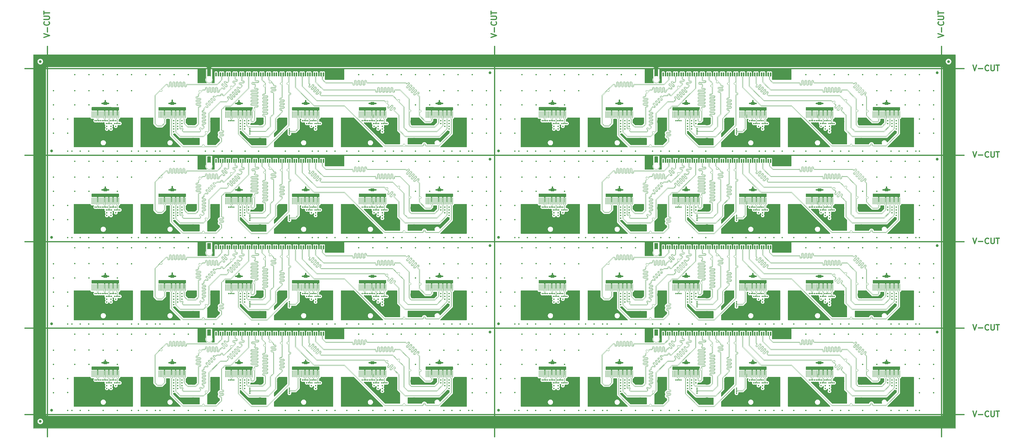
<source format=gbr>
%TF.GenerationSoftware,KiCad,Pcbnew,(7.0.0)*%
%TF.CreationDate,2023-07-14T11:16:40+02:00*%
%TF.ProjectId,Panelization,50616e65-6c69-47a6-9174-696f6e2e6b69,V1*%
%TF.SameCoordinates,Original*%
%TF.FileFunction,Copper,L1,Top*%
%TF.FilePolarity,Positive*%
%FSLAX46Y46*%
G04 Gerber Fmt 4.6, Leading zero omitted, Abs format (unit mm)*
G04 Created by KiCad (PCBNEW (7.0.0)) date 2023-07-14 11:16:40*
%MOMM*%
%LPD*%
G01*
G04 APERTURE LIST*
G04 Aperture macros list*
%AMRoundRect*
0 Rectangle with rounded corners*
0 $1 Rounding radius*
0 $2 $3 $4 $5 $6 $7 $8 $9 X,Y pos of 4 corners*
0 Add a 4 corners polygon primitive as box body*
4,1,4,$2,$3,$4,$5,$6,$7,$8,$9,$2,$3,0*
0 Add four circle primitives for the rounded corners*
1,1,$1+$1,$2,$3*
1,1,$1+$1,$4,$5*
1,1,$1+$1,$6,$7*
1,1,$1+$1,$8,$9*
0 Add four rect primitives between the rounded corners*
20,1,$1+$1,$2,$3,$4,$5,0*
20,1,$1+$1,$4,$5,$6,$7,0*
20,1,$1+$1,$6,$7,$8,$9,0*
20,1,$1+$1,$8,$9,$2,$3,0*%
G04 Aperture macros list end*
%TA.AperFunction,SMDPad,CuDef*%
%ADD10RoundRect,0.250000X0.475000X-0.250000X0.475000X0.250000X-0.475000X0.250000X-0.475000X-0.250000X0*%
%TD*%
%TA.AperFunction,SMDPad,CuDef*%
%ADD11C,1.000000*%
%TD*%
%TA.AperFunction,SMDPad,CuDef*%
%ADD12R,0.280000X2.400000*%
%TD*%
%TA.AperFunction,ComponentPad*%
%ADD13C,2.660000*%
%TD*%
%TA.AperFunction,ComponentPad*%
%ADD14C,1.982000*%
%TD*%
%TA.AperFunction,SMDPad,CuDef*%
%ADD15R,0.500000X1.480000*%
%TD*%
%TA.AperFunction,SMDPad,CuDef*%
%ADD16R,1.500000X2.000000*%
%TD*%
%TA.AperFunction,ViaPad*%
%ADD17C,0.500000*%
%TD*%
%TA.AperFunction,Conductor*%
%ADD18C,0.500000*%
%TD*%
%TA.AperFunction,Conductor*%
%ADD19C,0.126000*%
%TD*%
%ADD20C,0.400000*%
%TA.AperFunction,Profile*%
%ADD21C,0.100000*%
%TD*%
%TA.AperFunction,Profile*%
%ADD22C,0.400000*%
%TD*%
G04 APERTURE END LIST*
D10*
%TO.P,C4,1*%
%TO.N,Board_7-/DP4_FGND*%
X302480000Y-195360000D03*
%TO.P,C4,2*%
%TO.N,Board_7-GND*%
X302480000Y-193460000D03*
%TD*%
%TO.P,C4,1*%
%TO.N,Board_6-/DP4_FGND*%
X142480000Y-195360000D03*
%TO.P,C4,2*%
%TO.N,Board_6-GND*%
X142480000Y-193460000D03*
%TD*%
%TO.P,C4,1*%
%TO.N,Board_4-/DP4_FGND*%
X142480000Y-164360000D03*
%TO.P,C4,2*%
%TO.N,Board_4-GND*%
X142480000Y-162460000D03*
%TD*%
%TO.P,C4,1*%
%TO.N,Board_5-/DP4_FGND*%
X302480000Y-164360000D03*
%TO.P,C4,2*%
%TO.N,Board_5-GND*%
X302480000Y-162460000D03*
%TD*%
%TO.P,C4,1*%
%TO.N,Board_3-/DP4_FGND*%
X302480000Y-133360000D03*
%TO.P,C4,2*%
%TO.N,Board_3-GND*%
X302480000Y-131460000D03*
%TD*%
%TO.P,C4,1*%
%TO.N,Board_1-/DP4_FGND*%
X302480000Y-102360000D03*
%TO.P,C4,2*%
%TO.N,Board_1-GND*%
X302480000Y-100460000D03*
%TD*%
%TO.P,C4,1*%
%TO.N,Board_0-/DP4_FGND*%
X142480000Y-102360000D03*
%TO.P,C4,2*%
%TO.N,Board_0-GND*%
X142480000Y-100460000D03*
%TD*%
%TO.P,C4,1*%
%TO.N,Board_2-/DP4_FGND*%
X142480000Y-133360000D03*
%TO.P,C4,2*%
%TO.N,Board_2-GND*%
X142480000Y-131460000D03*
%TD*%
D11*
%TO.P,REF_Top,*%
%TO.N,*%
X211489000Y-210481000D03*
%TD*%
%TO.P,REF_Top,*%
%TO.N,*%
X51489000Y-210481000D03*
%TD*%
%TO.P,REF_Top,*%
%TO.N,*%
X211489000Y-148481000D03*
%TD*%
%TO.P,REF_Top,*%
%TO.N,*%
X211489000Y-179481000D03*
%TD*%
%TO.P,REF_Top,*%
%TO.N,*%
X51489000Y-117481000D03*
%TD*%
%TO.P,REF_Top,*%
%TO.N,*%
X51489000Y-148481000D03*
%TD*%
%TO.P,REF_Top,*%
%TO.N,*%
X211489000Y-117481000D03*
%TD*%
%TO.P,REF_Top,*%
%TO.N,*%
X51489000Y-179481000D03*
%TD*%
D12*
%TO.P,J1,1,1*%
%TO.N,Board_3-/DP1_Line0_P*%
X235539999Y-135439999D03*
%TO.P,J1,2,2*%
%TO.N,Board_3-/DP1_FGND*%
X235039999Y-135439999D03*
%TO.P,J1,3,3*%
%TO.N,Board_3-/DP1_Line0_N*%
X234539999Y-135439999D03*
%TO.P,J1,4,4*%
%TO.N,Board_3-/DP1_Line1_P*%
X234039999Y-135439999D03*
%TO.P,J1,5,5*%
%TO.N,Board_3-/DP1_FGND*%
X233539999Y-135439999D03*
%TO.P,J1,6,6*%
%TO.N,Board_3-/DP1_Line1_N*%
X233039999Y-135439999D03*
%TO.P,J1,7,7*%
%TO.N,Board_3-/DP1_Line2_P*%
X232539999Y-135439999D03*
%TO.P,J1,8,8*%
%TO.N,Board_3-/DP1_FGND*%
X232039999Y-135439999D03*
%TO.P,J1,9,9*%
%TO.N,Board_3-/DP1_Line2_N*%
X231539999Y-135439999D03*
%TO.P,J1,10,10*%
%TO.N,Board_3-/DP1_Line3_P*%
X231039999Y-135439999D03*
%TO.P,J1,11,11*%
%TO.N,Board_3-/DP1_FGND*%
X230539999Y-135439999D03*
%TO.P,J1,12,12*%
%TO.N,Board_3-/DP1_Line3_N*%
X230039999Y-135439999D03*
%TO.P,J1,13,13*%
%TO.N,Board_3-unconnected-(J1-Pad13)*%
X229539999Y-135439999D03*
%TO.P,J1,14,14*%
%TO.N,Board_3-unconnected-(J1-Pad14)*%
X229039999Y-135439999D03*
%TO.P,J1,15,15*%
%TO.N,Board_3-/DP1_CMD_P*%
X228539999Y-135439999D03*
%TO.P,J1,16,16*%
%TO.N,Board_3-/DP1_FGND*%
X228039999Y-135439999D03*
%TO.P,J1,17,17*%
%TO.N,Board_3-/DP1_CMD_N*%
X227539999Y-135439999D03*
%TO.P,J1,18,18*%
%TO.N,Board_3-unconnected-(J1-Pad18)*%
X227039999Y-135439999D03*
%TO.P,J1,19,19*%
%TO.N,Board_3-unconnected-(J1-Pad19)*%
X226539999Y-135439999D03*
%TO.P,J1,20,20*%
%TO.N,Board_3-unconnected-(J1-Pad20)*%
X226039999Y-135439999D03*
D13*
%TO.P,J1,MH1,MH1*%
%TO.N,Board_3-/DP1_SGND*%
X221790000Y-138040000D03*
D14*
%TO.P,J1,MH2,MH2*%
X221790000Y-144820000D03*
%TO.P,J1,MH3,MH3*%
X238290000Y-144820000D03*
D13*
%TO.P,J1,MH4,MH4*%
X238290000Y-138040000D03*
%TD*%
D12*
%TO.P,J1,1,1*%
%TO.N,Board_5-/DP1_Line0_P*%
X235539999Y-166439999D03*
%TO.P,J1,2,2*%
%TO.N,Board_5-/DP1_FGND*%
X235039999Y-166439999D03*
%TO.P,J1,3,3*%
%TO.N,Board_5-/DP1_Line0_N*%
X234539999Y-166439999D03*
%TO.P,J1,4,4*%
%TO.N,Board_5-/DP1_Line1_P*%
X234039999Y-166439999D03*
%TO.P,J1,5,5*%
%TO.N,Board_5-/DP1_FGND*%
X233539999Y-166439999D03*
%TO.P,J1,6,6*%
%TO.N,Board_5-/DP1_Line1_N*%
X233039999Y-166439999D03*
%TO.P,J1,7,7*%
%TO.N,Board_5-/DP1_Line2_P*%
X232539999Y-166439999D03*
%TO.P,J1,8,8*%
%TO.N,Board_5-/DP1_FGND*%
X232039999Y-166439999D03*
%TO.P,J1,9,9*%
%TO.N,Board_5-/DP1_Line2_N*%
X231539999Y-166439999D03*
%TO.P,J1,10,10*%
%TO.N,Board_5-/DP1_Line3_P*%
X231039999Y-166439999D03*
%TO.P,J1,11,11*%
%TO.N,Board_5-/DP1_FGND*%
X230539999Y-166439999D03*
%TO.P,J1,12,12*%
%TO.N,Board_5-/DP1_Line3_N*%
X230039999Y-166439999D03*
%TO.P,J1,13,13*%
%TO.N,Board_5-unconnected-(J1-Pad13)*%
X229539999Y-166439999D03*
%TO.P,J1,14,14*%
%TO.N,Board_5-unconnected-(J1-Pad14)*%
X229039999Y-166439999D03*
%TO.P,J1,15,15*%
%TO.N,Board_5-/DP1_CMD_P*%
X228539999Y-166439999D03*
%TO.P,J1,16,16*%
%TO.N,Board_5-/DP1_FGND*%
X228039999Y-166439999D03*
%TO.P,J1,17,17*%
%TO.N,Board_5-/DP1_CMD_N*%
X227539999Y-166439999D03*
%TO.P,J1,18,18*%
%TO.N,Board_5-unconnected-(J1-Pad18)*%
X227039999Y-166439999D03*
%TO.P,J1,19,19*%
%TO.N,Board_5-unconnected-(J1-Pad19)*%
X226539999Y-166439999D03*
%TO.P,J1,20,20*%
%TO.N,Board_5-unconnected-(J1-Pad20)*%
X226039999Y-166439999D03*
D13*
%TO.P,J1,MH1,MH1*%
%TO.N,Board_5-/DP1_SGND*%
X221790000Y-169040000D03*
D14*
%TO.P,J1,MH2,MH2*%
X221790000Y-175820000D03*
%TO.P,J1,MH3,MH3*%
X238290000Y-175820000D03*
D13*
%TO.P,J1,MH4,MH4*%
X238290000Y-169040000D03*
%TD*%
D12*
%TO.P,J1,1,1*%
%TO.N,Board_4-/DP1_Line0_P*%
X75539999Y-166439999D03*
%TO.P,J1,2,2*%
%TO.N,Board_4-/DP1_FGND*%
X75039999Y-166439999D03*
%TO.P,J1,3,3*%
%TO.N,Board_4-/DP1_Line0_N*%
X74539999Y-166439999D03*
%TO.P,J1,4,4*%
%TO.N,Board_4-/DP1_Line1_P*%
X74039999Y-166439999D03*
%TO.P,J1,5,5*%
%TO.N,Board_4-/DP1_FGND*%
X73539999Y-166439999D03*
%TO.P,J1,6,6*%
%TO.N,Board_4-/DP1_Line1_N*%
X73039999Y-166439999D03*
%TO.P,J1,7,7*%
%TO.N,Board_4-/DP1_Line2_P*%
X72539999Y-166439999D03*
%TO.P,J1,8,8*%
%TO.N,Board_4-/DP1_FGND*%
X72039999Y-166439999D03*
%TO.P,J1,9,9*%
%TO.N,Board_4-/DP1_Line2_N*%
X71539999Y-166439999D03*
%TO.P,J1,10,10*%
%TO.N,Board_4-/DP1_Line3_P*%
X71039999Y-166439999D03*
%TO.P,J1,11,11*%
%TO.N,Board_4-/DP1_FGND*%
X70539999Y-166439999D03*
%TO.P,J1,12,12*%
%TO.N,Board_4-/DP1_Line3_N*%
X70039999Y-166439999D03*
%TO.P,J1,13,13*%
%TO.N,Board_4-unconnected-(J1-Pad13)*%
X69539999Y-166439999D03*
%TO.P,J1,14,14*%
%TO.N,Board_4-unconnected-(J1-Pad14)*%
X69039999Y-166439999D03*
%TO.P,J1,15,15*%
%TO.N,Board_4-/DP1_CMD_P*%
X68539999Y-166439999D03*
%TO.P,J1,16,16*%
%TO.N,Board_4-/DP1_FGND*%
X68039999Y-166439999D03*
%TO.P,J1,17,17*%
%TO.N,Board_4-/DP1_CMD_N*%
X67539999Y-166439999D03*
%TO.P,J1,18,18*%
%TO.N,Board_4-unconnected-(J1-Pad18)*%
X67039999Y-166439999D03*
%TO.P,J1,19,19*%
%TO.N,Board_4-unconnected-(J1-Pad19)*%
X66539999Y-166439999D03*
%TO.P,J1,20,20*%
%TO.N,Board_4-unconnected-(J1-Pad20)*%
X66039999Y-166439999D03*
D13*
%TO.P,J1,MH1,MH1*%
%TO.N,Board_4-/DP1_SGND*%
X61790000Y-169040000D03*
D14*
%TO.P,J1,MH2,MH2*%
X61790000Y-175820000D03*
%TO.P,J1,MH3,MH3*%
X78290000Y-175820000D03*
D13*
%TO.P,J1,MH4,MH4*%
X78290000Y-169040000D03*
%TD*%
D12*
%TO.P,J1,1,1*%
%TO.N,Board_6-/DP1_Line0_P*%
X75539999Y-197439999D03*
%TO.P,J1,2,2*%
%TO.N,Board_6-/DP1_FGND*%
X75039999Y-197439999D03*
%TO.P,J1,3,3*%
%TO.N,Board_6-/DP1_Line0_N*%
X74539999Y-197439999D03*
%TO.P,J1,4,4*%
%TO.N,Board_6-/DP1_Line1_P*%
X74039999Y-197439999D03*
%TO.P,J1,5,5*%
%TO.N,Board_6-/DP1_FGND*%
X73539999Y-197439999D03*
%TO.P,J1,6,6*%
%TO.N,Board_6-/DP1_Line1_N*%
X73039999Y-197439999D03*
%TO.P,J1,7,7*%
%TO.N,Board_6-/DP1_Line2_P*%
X72539999Y-197439999D03*
%TO.P,J1,8,8*%
%TO.N,Board_6-/DP1_FGND*%
X72039999Y-197439999D03*
%TO.P,J1,9,9*%
%TO.N,Board_6-/DP1_Line2_N*%
X71539999Y-197439999D03*
%TO.P,J1,10,10*%
%TO.N,Board_6-/DP1_Line3_P*%
X71039999Y-197439999D03*
%TO.P,J1,11,11*%
%TO.N,Board_6-/DP1_FGND*%
X70539999Y-197439999D03*
%TO.P,J1,12,12*%
%TO.N,Board_6-/DP1_Line3_N*%
X70039999Y-197439999D03*
%TO.P,J1,13,13*%
%TO.N,Board_6-unconnected-(J1-Pad13)*%
X69539999Y-197439999D03*
%TO.P,J1,14,14*%
%TO.N,Board_6-unconnected-(J1-Pad14)*%
X69039999Y-197439999D03*
%TO.P,J1,15,15*%
%TO.N,Board_6-/DP1_CMD_P*%
X68539999Y-197439999D03*
%TO.P,J1,16,16*%
%TO.N,Board_6-/DP1_FGND*%
X68039999Y-197439999D03*
%TO.P,J1,17,17*%
%TO.N,Board_6-/DP1_CMD_N*%
X67539999Y-197439999D03*
%TO.P,J1,18,18*%
%TO.N,Board_6-unconnected-(J1-Pad18)*%
X67039999Y-197439999D03*
%TO.P,J1,19,19*%
%TO.N,Board_6-unconnected-(J1-Pad19)*%
X66539999Y-197439999D03*
%TO.P,J1,20,20*%
%TO.N,Board_6-unconnected-(J1-Pad20)*%
X66039999Y-197439999D03*
D13*
%TO.P,J1,MH1,MH1*%
%TO.N,Board_6-/DP1_SGND*%
X61790000Y-200040000D03*
D14*
%TO.P,J1,MH2,MH2*%
X61790000Y-206820000D03*
%TO.P,J1,MH3,MH3*%
X78290000Y-206820000D03*
D13*
%TO.P,J1,MH4,MH4*%
X78290000Y-200040000D03*
%TD*%
D12*
%TO.P,J1,1,1*%
%TO.N,Board_1-/DP1_Line0_P*%
X235539999Y-104439999D03*
%TO.P,J1,2,2*%
%TO.N,Board_1-/DP1_FGND*%
X235039999Y-104439999D03*
%TO.P,J1,3,3*%
%TO.N,Board_1-/DP1_Line0_N*%
X234539999Y-104439999D03*
%TO.P,J1,4,4*%
%TO.N,Board_1-/DP1_Line1_P*%
X234039999Y-104439999D03*
%TO.P,J1,5,5*%
%TO.N,Board_1-/DP1_FGND*%
X233539999Y-104439999D03*
%TO.P,J1,6,6*%
%TO.N,Board_1-/DP1_Line1_N*%
X233039999Y-104439999D03*
%TO.P,J1,7,7*%
%TO.N,Board_1-/DP1_Line2_P*%
X232539999Y-104439999D03*
%TO.P,J1,8,8*%
%TO.N,Board_1-/DP1_FGND*%
X232039999Y-104439999D03*
%TO.P,J1,9,9*%
%TO.N,Board_1-/DP1_Line2_N*%
X231539999Y-104439999D03*
%TO.P,J1,10,10*%
%TO.N,Board_1-/DP1_Line3_P*%
X231039999Y-104439999D03*
%TO.P,J1,11,11*%
%TO.N,Board_1-/DP1_FGND*%
X230539999Y-104439999D03*
%TO.P,J1,12,12*%
%TO.N,Board_1-/DP1_Line3_N*%
X230039999Y-104439999D03*
%TO.P,J1,13,13*%
%TO.N,Board_1-unconnected-(J1-Pad13)*%
X229539999Y-104439999D03*
%TO.P,J1,14,14*%
%TO.N,Board_1-unconnected-(J1-Pad14)*%
X229039999Y-104439999D03*
%TO.P,J1,15,15*%
%TO.N,Board_1-/DP1_CMD_P*%
X228539999Y-104439999D03*
%TO.P,J1,16,16*%
%TO.N,Board_1-/DP1_FGND*%
X228039999Y-104439999D03*
%TO.P,J1,17,17*%
%TO.N,Board_1-/DP1_CMD_N*%
X227539999Y-104439999D03*
%TO.P,J1,18,18*%
%TO.N,Board_1-unconnected-(J1-Pad18)*%
X227039999Y-104439999D03*
%TO.P,J1,19,19*%
%TO.N,Board_1-unconnected-(J1-Pad19)*%
X226539999Y-104439999D03*
%TO.P,J1,20,20*%
%TO.N,Board_1-unconnected-(J1-Pad20)*%
X226039999Y-104439999D03*
D13*
%TO.P,J1,MH1,MH1*%
%TO.N,Board_1-/DP1_SGND*%
X221790000Y-107040000D03*
D14*
%TO.P,J1,MH2,MH2*%
X221790000Y-113820000D03*
%TO.P,J1,MH3,MH3*%
X238290000Y-113820000D03*
D13*
%TO.P,J1,MH4,MH4*%
X238290000Y-107040000D03*
%TD*%
D12*
%TO.P,J1,1,1*%
%TO.N,Board_7-/DP1_Line0_P*%
X235539999Y-197439999D03*
%TO.P,J1,2,2*%
%TO.N,Board_7-/DP1_FGND*%
X235039999Y-197439999D03*
%TO.P,J1,3,3*%
%TO.N,Board_7-/DP1_Line0_N*%
X234539999Y-197439999D03*
%TO.P,J1,4,4*%
%TO.N,Board_7-/DP1_Line1_P*%
X234039999Y-197439999D03*
%TO.P,J1,5,5*%
%TO.N,Board_7-/DP1_FGND*%
X233539999Y-197439999D03*
%TO.P,J1,6,6*%
%TO.N,Board_7-/DP1_Line1_N*%
X233039999Y-197439999D03*
%TO.P,J1,7,7*%
%TO.N,Board_7-/DP1_Line2_P*%
X232539999Y-197439999D03*
%TO.P,J1,8,8*%
%TO.N,Board_7-/DP1_FGND*%
X232039999Y-197439999D03*
%TO.P,J1,9,9*%
%TO.N,Board_7-/DP1_Line2_N*%
X231539999Y-197439999D03*
%TO.P,J1,10,10*%
%TO.N,Board_7-/DP1_Line3_P*%
X231039999Y-197439999D03*
%TO.P,J1,11,11*%
%TO.N,Board_7-/DP1_FGND*%
X230539999Y-197439999D03*
%TO.P,J1,12,12*%
%TO.N,Board_7-/DP1_Line3_N*%
X230039999Y-197439999D03*
%TO.P,J1,13,13*%
%TO.N,Board_7-unconnected-(J1-Pad13)*%
X229539999Y-197439999D03*
%TO.P,J1,14,14*%
%TO.N,Board_7-unconnected-(J1-Pad14)*%
X229039999Y-197439999D03*
%TO.P,J1,15,15*%
%TO.N,Board_7-/DP1_CMD_P*%
X228539999Y-197439999D03*
%TO.P,J1,16,16*%
%TO.N,Board_7-/DP1_FGND*%
X228039999Y-197439999D03*
%TO.P,J1,17,17*%
%TO.N,Board_7-/DP1_CMD_N*%
X227539999Y-197439999D03*
%TO.P,J1,18,18*%
%TO.N,Board_7-unconnected-(J1-Pad18)*%
X227039999Y-197439999D03*
%TO.P,J1,19,19*%
%TO.N,Board_7-unconnected-(J1-Pad19)*%
X226539999Y-197439999D03*
%TO.P,J1,20,20*%
%TO.N,Board_7-unconnected-(J1-Pad20)*%
X226039999Y-197439999D03*
D13*
%TO.P,J1,MH1,MH1*%
%TO.N,Board_7-/DP1_SGND*%
X221790000Y-200040000D03*
D14*
%TO.P,J1,MH2,MH2*%
X221790000Y-206820000D03*
%TO.P,J1,MH3,MH3*%
X238290000Y-206820000D03*
D13*
%TO.P,J1,MH4,MH4*%
X238290000Y-200040000D03*
%TD*%
D12*
%TO.P,J1,1,1*%
%TO.N,Board_0-/DP1_Line0_P*%
X75539999Y-104439999D03*
%TO.P,J1,2,2*%
%TO.N,Board_0-/DP1_FGND*%
X75039999Y-104439999D03*
%TO.P,J1,3,3*%
%TO.N,Board_0-/DP1_Line0_N*%
X74539999Y-104439999D03*
%TO.P,J1,4,4*%
%TO.N,Board_0-/DP1_Line1_P*%
X74039999Y-104439999D03*
%TO.P,J1,5,5*%
%TO.N,Board_0-/DP1_FGND*%
X73539999Y-104439999D03*
%TO.P,J1,6,6*%
%TO.N,Board_0-/DP1_Line1_N*%
X73039999Y-104439999D03*
%TO.P,J1,7,7*%
%TO.N,Board_0-/DP1_Line2_P*%
X72539999Y-104439999D03*
%TO.P,J1,8,8*%
%TO.N,Board_0-/DP1_FGND*%
X72039999Y-104439999D03*
%TO.P,J1,9,9*%
%TO.N,Board_0-/DP1_Line2_N*%
X71539999Y-104439999D03*
%TO.P,J1,10,10*%
%TO.N,Board_0-/DP1_Line3_P*%
X71039999Y-104439999D03*
%TO.P,J1,11,11*%
%TO.N,Board_0-/DP1_FGND*%
X70539999Y-104439999D03*
%TO.P,J1,12,12*%
%TO.N,Board_0-/DP1_Line3_N*%
X70039999Y-104439999D03*
%TO.P,J1,13,13*%
%TO.N,Board_0-unconnected-(J1-Pad13)*%
X69539999Y-104439999D03*
%TO.P,J1,14,14*%
%TO.N,Board_0-unconnected-(J1-Pad14)*%
X69039999Y-104439999D03*
%TO.P,J1,15,15*%
%TO.N,Board_0-/DP1_CMD_P*%
X68539999Y-104439999D03*
%TO.P,J1,16,16*%
%TO.N,Board_0-/DP1_FGND*%
X68039999Y-104439999D03*
%TO.P,J1,17,17*%
%TO.N,Board_0-/DP1_CMD_N*%
X67539999Y-104439999D03*
%TO.P,J1,18,18*%
%TO.N,Board_0-unconnected-(J1-Pad18)*%
X67039999Y-104439999D03*
%TO.P,J1,19,19*%
%TO.N,Board_0-unconnected-(J1-Pad19)*%
X66539999Y-104439999D03*
%TO.P,J1,20,20*%
%TO.N,Board_0-unconnected-(J1-Pad20)*%
X66039999Y-104439999D03*
D13*
%TO.P,J1,MH1,MH1*%
%TO.N,Board_0-/DP1_SGND*%
X61790000Y-107040000D03*
D14*
%TO.P,J1,MH2,MH2*%
X61790000Y-113820000D03*
%TO.P,J1,MH3,MH3*%
X78290000Y-113820000D03*
D13*
%TO.P,J1,MH4,MH4*%
X78290000Y-107040000D03*
%TD*%
D12*
%TO.P,J1,1,1*%
%TO.N,Board_2-/DP1_Line0_P*%
X75539999Y-135439999D03*
%TO.P,J1,2,2*%
%TO.N,Board_2-/DP1_FGND*%
X75039999Y-135439999D03*
%TO.P,J1,3,3*%
%TO.N,Board_2-/DP1_Line0_N*%
X74539999Y-135439999D03*
%TO.P,J1,4,4*%
%TO.N,Board_2-/DP1_Line1_P*%
X74039999Y-135439999D03*
%TO.P,J1,5,5*%
%TO.N,Board_2-/DP1_FGND*%
X73539999Y-135439999D03*
%TO.P,J1,6,6*%
%TO.N,Board_2-/DP1_Line1_N*%
X73039999Y-135439999D03*
%TO.P,J1,7,7*%
%TO.N,Board_2-/DP1_Line2_P*%
X72539999Y-135439999D03*
%TO.P,J1,8,8*%
%TO.N,Board_2-/DP1_FGND*%
X72039999Y-135439999D03*
%TO.P,J1,9,9*%
%TO.N,Board_2-/DP1_Line2_N*%
X71539999Y-135439999D03*
%TO.P,J1,10,10*%
%TO.N,Board_2-/DP1_Line3_P*%
X71039999Y-135439999D03*
%TO.P,J1,11,11*%
%TO.N,Board_2-/DP1_FGND*%
X70539999Y-135439999D03*
%TO.P,J1,12,12*%
%TO.N,Board_2-/DP1_Line3_N*%
X70039999Y-135439999D03*
%TO.P,J1,13,13*%
%TO.N,Board_2-unconnected-(J1-Pad13)*%
X69539999Y-135439999D03*
%TO.P,J1,14,14*%
%TO.N,Board_2-unconnected-(J1-Pad14)*%
X69039999Y-135439999D03*
%TO.P,J1,15,15*%
%TO.N,Board_2-/DP1_CMD_P*%
X68539999Y-135439999D03*
%TO.P,J1,16,16*%
%TO.N,Board_2-/DP1_FGND*%
X68039999Y-135439999D03*
%TO.P,J1,17,17*%
%TO.N,Board_2-/DP1_CMD_N*%
X67539999Y-135439999D03*
%TO.P,J1,18,18*%
%TO.N,Board_2-unconnected-(J1-Pad18)*%
X67039999Y-135439999D03*
%TO.P,J1,19,19*%
%TO.N,Board_2-unconnected-(J1-Pad19)*%
X66539999Y-135439999D03*
%TO.P,J1,20,20*%
%TO.N,Board_2-unconnected-(J1-Pad20)*%
X66039999Y-135439999D03*
D13*
%TO.P,J1,MH1,MH1*%
%TO.N,Board_2-/DP1_SGND*%
X61790000Y-138040000D03*
D14*
%TO.P,J1,MH2,MH2*%
X61790000Y-144820000D03*
%TO.P,J1,MH3,MH3*%
X78290000Y-144820000D03*
D13*
%TO.P,J1,MH4,MH4*%
X78290000Y-138040000D03*
%TD*%
D12*
%TO.P,J3,1,1*%
%TO.N,Board_6-/DP3_Line0_P*%
X123335999Y-197439999D03*
%TO.P,J3,2,2*%
%TO.N,Board_6-/DP3_FGND*%
X122835999Y-197439999D03*
%TO.P,J3,3,3*%
%TO.N,Board_6-/DP3_Line0_N*%
X122335999Y-197439999D03*
%TO.P,J3,4,4*%
%TO.N,Board_6-/DP3_Line1_P*%
X121835999Y-197439999D03*
%TO.P,J3,5,5*%
%TO.N,Board_6-/DP3_FGND*%
X121335999Y-197439999D03*
%TO.P,J3,6,6*%
%TO.N,Board_6-/DP3_Line1_N*%
X120835999Y-197439999D03*
%TO.P,J3,7,7*%
%TO.N,Board_6-/DP3_Line2_P*%
X120335999Y-197439999D03*
%TO.P,J3,8,8*%
%TO.N,Board_6-/DP3_FGND*%
X119835999Y-197439999D03*
%TO.P,J3,9,9*%
%TO.N,Board_6-/DP3_Line2_N*%
X119335999Y-197439999D03*
%TO.P,J3,10,10*%
%TO.N,Board_6-/DP3_Line3_P*%
X118835999Y-197439999D03*
%TO.P,J3,11,11*%
%TO.N,Board_6-/DP3_FGND*%
X118335999Y-197439999D03*
%TO.P,J3,12,12*%
%TO.N,Board_6-/DP3_Line3_N*%
X117835999Y-197439999D03*
%TO.P,J3,13,13*%
%TO.N,Board_6-unconnected-(J3-Pad13)*%
X117335999Y-197439999D03*
%TO.P,J3,14,14*%
%TO.N,Board_6-unconnected-(J3-Pad14)*%
X116835999Y-197439999D03*
%TO.P,J3,15,15*%
%TO.N,Board_6-/DP3_CMD_P*%
X116335999Y-197439999D03*
%TO.P,J3,16,16*%
%TO.N,Board_6-/DP3_FGND*%
X115835999Y-197439999D03*
%TO.P,J3,17,17*%
%TO.N,Board_6-/DP3_CMD_N*%
X115335999Y-197439999D03*
%TO.P,J3,18,18*%
%TO.N,Board_6-unconnected-(J3-Pad18)*%
X114835999Y-197439999D03*
%TO.P,J3,19,19*%
%TO.N,Board_6-unconnected-(J3-Pad19)*%
X114335999Y-197439999D03*
%TO.P,J3,20,20*%
%TO.N,Board_6-unconnected-(J3-Pad20)*%
X113835999Y-197439999D03*
D13*
%TO.P,J3,MH1,MH1*%
%TO.N,Board_6-/DP3_SGND*%
X109586000Y-200040000D03*
D14*
%TO.P,J3,MH2,MH2*%
X109586000Y-206820000D03*
%TO.P,J3,MH3,MH3*%
X126086000Y-206820000D03*
D13*
%TO.P,J3,MH4,MH4*%
X126086000Y-200040000D03*
%TD*%
D12*
%TO.P,J3,1,1*%
%TO.N,Board_7-/DP3_Line0_P*%
X283335999Y-197439999D03*
%TO.P,J3,2,2*%
%TO.N,Board_7-/DP3_FGND*%
X282835999Y-197439999D03*
%TO.P,J3,3,3*%
%TO.N,Board_7-/DP3_Line0_N*%
X282335999Y-197439999D03*
%TO.P,J3,4,4*%
%TO.N,Board_7-/DP3_Line1_P*%
X281835999Y-197439999D03*
%TO.P,J3,5,5*%
%TO.N,Board_7-/DP3_FGND*%
X281335999Y-197439999D03*
%TO.P,J3,6,6*%
%TO.N,Board_7-/DP3_Line1_N*%
X280835999Y-197439999D03*
%TO.P,J3,7,7*%
%TO.N,Board_7-/DP3_Line2_P*%
X280335999Y-197439999D03*
%TO.P,J3,8,8*%
%TO.N,Board_7-/DP3_FGND*%
X279835999Y-197439999D03*
%TO.P,J3,9,9*%
%TO.N,Board_7-/DP3_Line2_N*%
X279335999Y-197439999D03*
%TO.P,J3,10,10*%
%TO.N,Board_7-/DP3_Line3_P*%
X278835999Y-197439999D03*
%TO.P,J3,11,11*%
%TO.N,Board_7-/DP3_FGND*%
X278335999Y-197439999D03*
%TO.P,J3,12,12*%
%TO.N,Board_7-/DP3_Line3_N*%
X277835999Y-197439999D03*
%TO.P,J3,13,13*%
%TO.N,Board_7-unconnected-(J3-Pad13)*%
X277335999Y-197439999D03*
%TO.P,J3,14,14*%
%TO.N,Board_7-unconnected-(J3-Pad14)*%
X276835999Y-197439999D03*
%TO.P,J3,15,15*%
%TO.N,Board_7-/DP3_CMD_P*%
X276335999Y-197439999D03*
%TO.P,J3,16,16*%
%TO.N,Board_7-/DP3_FGND*%
X275835999Y-197439999D03*
%TO.P,J3,17,17*%
%TO.N,Board_7-/DP3_CMD_N*%
X275335999Y-197439999D03*
%TO.P,J3,18,18*%
%TO.N,Board_7-unconnected-(J3-Pad18)*%
X274835999Y-197439999D03*
%TO.P,J3,19,19*%
%TO.N,Board_7-unconnected-(J3-Pad19)*%
X274335999Y-197439999D03*
%TO.P,J3,20,20*%
%TO.N,Board_7-unconnected-(J3-Pad20)*%
X273835999Y-197439999D03*
D13*
%TO.P,J3,MH1,MH1*%
%TO.N,Board_7-/DP3_SGND*%
X269586000Y-200040000D03*
D14*
%TO.P,J3,MH2,MH2*%
X269586000Y-206820000D03*
%TO.P,J3,MH3,MH3*%
X286086000Y-206820000D03*
D13*
%TO.P,J3,MH4,MH4*%
X286086000Y-200040000D03*
%TD*%
D12*
%TO.P,J3,1,1*%
%TO.N,Board_4-/DP3_Line0_P*%
X123335999Y-166439999D03*
%TO.P,J3,2,2*%
%TO.N,Board_4-/DP3_FGND*%
X122835999Y-166439999D03*
%TO.P,J3,3,3*%
%TO.N,Board_4-/DP3_Line0_N*%
X122335999Y-166439999D03*
%TO.P,J3,4,4*%
%TO.N,Board_4-/DP3_Line1_P*%
X121835999Y-166439999D03*
%TO.P,J3,5,5*%
%TO.N,Board_4-/DP3_FGND*%
X121335999Y-166439999D03*
%TO.P,J3,6,6*%
%TO.N,Board_4-/DP3_Line1_N*%
X120835999Y-166439999D03*
%TO.P,J3,7,7*%
%TO.N,Board_4-/DP3_Line2_P*%
X120335999Y-166439999D03*
%TO.P,J3,8,8*%
%TO.N,Board_4-/DP3_FGND*%
X119835999Y-166439999D03*
%TO.P,J3,9,9*%
%TO.N,Board_4-/DP3_Line2_N*%
X119335999Y-166439999D03*
%TO.P,J3,10,10*%
%TO.N,Board_4-/DP3_Line3_P*%
X118835999Y-166439999D03*
%TO.P,J3,11,11*%
%TO.N,Board_4-/DP3_FGND*%
X118335999Y-166439999D03*
%TO.P,J3,12,12*%
%TO.N,Board_4-/DP3_Line3_N*%
X117835999Y-166439999D03*
%TO.P,J3,13,13*%
%TO.N,Board_4-unconnected-(J3-Pad13)*%
X117335999Y-166439999D03*
%TO.P,J3,14,14*%
%TO.N,Board_4-unconnected-(J3-Pad14)*%
X116835999Y-166439999D03*
%TO.P,J3,15,15*%
%TO.N,Board_4-/DP3_CMD_P*%
X116335999Y-166439999D03*
%TO.P,J3,16,16*%
%TO.N,Board_4-/DP3_FGND*%
X115835999Y-166439999D03*
%TO.P,J3,17,17*%
%TO.N,Board_4-/DP3_CMD_N*%
X115335999Y-166439999D03*
%TO.P,J3,18,18*%
%TO.N,Board_4-unconnected-(J3-Pad18)*%
X114835999Y-166439999D03*
%TO.P,J3,19,19*%
%TO.N,Board_4-unconnected-(J3-Pad19)*%
X114335999Y-166439999D03*
%TO.P,J3,20,20*%
%TO.N,Board_4-unconnected-(J3-Pad20)*%
X113835999Y-166439999D03*
D13*
%TO.P,J3,MH1,MH1*%
%TO.N,Board_4-/DP3_SGND*%
X109586000Y-169040000D03*
D14*
%TO.P,J3,MH2,MH2*%
X109586000Y-175820000D03*
%TO.P,J3,MH3,MH3*%
X126086000Y-175820000D03*
D13*
%TO.P,J3,MH4,MH4*%
X126086000Y-169040000D03*
%TD*%
D12*
%TO.P,J3,1,1*%
%TO.N,Board_5-/DP3_Line0_P*%
X283335999Y-166439999D03*
%TO.P,J3,2,2*%
%TO.N,Board_5-/DP3_FGND*%
X282835999Y-166439999D03*
%TO.P,J3,3,3*%
%TO.N,Board_5-/DP3_Line0_N*%
X282335999Y-166439999D03*
%TO.P,J3,4,4*%
%TO.N,Board_5-/DP3_Line1_P*%
X281835999Y-166439999D03*
%TO.P,J3,5,5*%
%TO.N,Board_5-/DP3_FGND*%
X281335999Y-166439999D03*
%TO.P,J3,6,6*%
%TO.N,Board_5-/DP3_Line1_N*%
X280835999Y-166439999D03*
%TO.P,J3,7,7*%
%TO.N,Board_5-/DP3_Line2_P*%
X280335999Y-166439999D03*
%TO.P,J3,8,8*%
%TO.N,Board_5-/DP3_FGND*%
X279835999Y-166439999D03*
%TO.P,J3,9,9*%
%TO.N,Board_5-/DP3_Line2_N*%
X279335999Y-166439999D03*
%TO.P,J3,10,10*%
%TO.N,Board_5-/DP3_Line3_P*%
X278835999Y-166439999D03*
%TO.P,J3,11,11*%
%TO.N,Board_5-/DP3_FGND*%
X278335999Y-166439999D03*
%TO.P,J3,12,12*%
%TO.N,Board_5-/DP3_Line3_N*%
X277835999Y-166439999D03*
%TO.P,J3,13,13*%
%TO.N,Board_5-unconnected-(J3-Pad13)*%
X277335999Y-166439999D03*
%TO.P,J3,14,14*%
%TO.N,Board_5-unconnected-(J3-Pad14)*%
X276835999Y-166439999D03*
%TO.P,J3,15,15*%
%TO.N,Board_5-/DP3_CMD_P*%
X276335999Y-166439999D03*
%TO.P,J3,16,16*%
%TO.N,Board_5-/DP3_FGND*%
X275835999Y-166439999D03*
%TO.P,J3,17,17*%
%TO.N,Board_5-/DP3_CMD_N*%
X275335999Y-166439999D03*
%TO.P,J3,18,18*%
%TO.N,Board_5-unconnected-(J3-Pad18)*%
X274835999Y-166439999D03*
%TO.P,J3,19,19*%
%TO.N,Board_5-unconnected-(J3-Pad19)*%
X274335999Y-166439999D03*
%TO.P,J3,20,20*%
%TO.N,Board_5-unconnected-(J3-Pad20)*%
X273835999Y-166439999D03*
D13*
%TO.P,J3,MH1,MH1*%
%TO.N,Board_5-/DP3_SGND*%
X269586000Y-169040000D03*
D14*
%TO.P,J3,MH2,MH2*%
X269586000Y-175820000D03*
%TO.P,J3,MH3,MH3*%
X286086000Y-175820000D03*
D13*
%TO.P,J3,MH4,MH4*%
X286086000Y-169040000D03*
%TD*%
D12*
%TO.P,J3,1,1*%
%TO.N,Board_2-/DP3_Line0_P*%
X123335999Y-135439999D03*
%TO.P,J3,2,2*%
%TO.N,Board_2-/DP3_FGND*%
X122835999Y-135439999D03*
%TO.P,J3,3,3*%
%TO.N,Board_2-/DP3_Line0_N*%
X122335999Y-135439999D03*
%TO.P,J3,4,4*%
%TO.N,Board_2-/DP3_Line1_P*%
X121835999Y-135439999D03*
%TO.P,J3,5,5*%
%TO.N,Board_2-/DP3_FGND*%
X121335999Y-135439999D03*
%TO.P,J3,6,6*%
%TO.N,Board_2-/DP3_Line1_N*%
X120835999Y-135439999D03*
%TO.P,J3,7,7*%
%TO.N,Board_2-/DP3_Line2_P*%
X120335999Y-135439999D03*
%TO.P,J3,8,8*%
%TO.N,Board_2-/DP3_FGND*%
X119835999Y-135439999D03*
%TO.P,J3,9,9*%
%TO.N,Board_2-/DP3_Line2_N*%
X119335999Y-135439999D03*
%TO.P,J3,10,10*%
%TO.N,Board_2-/DP3_Line3_P*%
X118835999Y-135439999D03*
%TO.P,J3,11,11*%
%TO.N,Board_2-/DP3_FGND*%
X118335999Y-135439999D03*
%TO.P,J3,12,12*%
%TO.N,Board_2-/DP3_Line3_N*%
X117835999Y-135439999D03*
%TO.P,J3,13,13*%
%TO.N,Board_2-unconnected-(J3-Pad13)*%
X117335999Y-135439999D03*
%TO.P,J3,14,14*%
%TO.N,Board_2-unconnected-(J3-Pad14)*%
X116835999Y-135439999D03*
%TO.P,J3,15,15*%
%TO.N,Board_2-/DP3_CMD_P*%
X116335999Y-135439999D03*
%TO.P,J3,16,16*%
%TO.N,Board_2-/DP3_FGND*%
X115835999Y-135439999D03*
%TO.P,J3,17,17*%
%TO.N,Board_2-/DP3_CMD_N*%
X115335999Y-135439999D03*
%TO.P,J3,18,18*%
%TO.N,Board_2-unconnected-(J3-Pad18)*%
X114835999Y-135439999D03*
%TO.P,J3,19,19*%
%TO.N,Board_2-unconnected-(J3-Pad19)*%
X114335999Y-135439999D03*
%TO.P,J3,20,20*%
%TO.N,Board_2-unconnected-(J3-Pad20)*%
X113835999Y-135439999D03*
D13*
%TO.P,J3,MH1,MH1*%
%TO.N,Board_2-/DP3_SGND*%
X109586000Y-138040000D03*
D14*
%TO.P,J3,MH2,MH2*%
X109586000Y-144820000D03*
%TO.P,J3,MH3,MH3*%
X126086000Y-144820000D03*
D13*
%TO.P,J3,MH4,MH4*%
X126086000Y-138040000D03*
%TD*%
D12*
%TO.P,J3,1,1*%
%TO.N,Board_0-/DP3_Line0_P*%
X123335999Y-104439999D03*
%TO.P,J3,2,2*%
%TO.N,Board_0-/DP3_FGND*%
X122835999Y-104439999D03*
%TO.P,J3,3,3*%
%TO.N,Board_0-/DP3_Line0_N*%
X122335999Y-104439999D03*
%TO.P,J3,4,4*%
%TO.N,Board_0-/DP3_Line1_P*%
X121835999Y-104439999D03*
%TO.P,J3,5,5*%
%TO.N,Board_0-/DP3_FGND*%
X121335999Y-104439999D03*
%TO.P,J3,6,6*%
%TO.N,Board_0-/DP3_Line1_N*%
X120835999Y-104439999D03*
%TO.P,J3,7,7*%
%TO.N,Board_0-/DP3_Line2_P*%
X120335999Y-104439999D03*
%TO.P,J3,8,8*%
%TO.N,Board_0-/DP3_FGND*%
X119835999Y-104439999D03*
%TO.P,J3,9,9*%
%TO.N,Board_0-/DP3_Line2_N*%
X119335999Y-104439999D03*
%TO.P,J3,10,10*%
%TO.N,Board_0-/DP3_Line3_P*%
X118835999Y-104439999D03*
%TO.P,J3,11,11*%
%TO.N,Board_0-/DP3_FGND*%
X118335999Y-104439999D03*
%TO.P,J3,12,12*%
%TO.N,Board_0-/DP3_Line3_N*%
X117835999Y-104439999D03*
%TO.P,J3,13,13*%
%TO.N,Board_0-unconnected-(J3-Pad13)*%
X117335999Y-104439999D03*
%TO.P,J3,14,14*%
%TO.N,Board_0-unconnected-(J3-Pad14)*%
X116835999Y-104439999D03*
%TO.P,J3,15,15*%
%TO.N,Board_0-/DP3_CMD_P*%
X116335999Y-104439999D03*
%TO.P,J3,16,16*%
%TO.N,Board_0-/DP3_FGND*%
X115835999Y-104439999D03*
%TO.P,J3,17,17*%
%TO.N,Board_0-/DP3_CMD_N*%
X115335999Y-104439999D03*
%TO.P,J3,18,18*%
%TO.N,Board_0-unconnected-(J3-Pad18)*%
X114835999Y-104439999D03*
%TO.P,J3,19,19*%
%TO.N,Board_0-unconnected-(J3-Pad19)*%
X114335999Y-104439999D03*
%TO.P,J3,20,20*%
%TO.N,Board_0-unconnected-(J3-Pad20)*%
X113835999Y-104439999D03*
D13*
%TO.P,J3,MH1,MH1*%
%TO.N,Board_0-/DP3_SGND*%
X109586000Y-107040000D03*
D14*
%TO.P,J3,MH2,MH2*%
X109586000Y-113820000D03*
%TO.P,J3,MH3,MH3*%
X126086000Y-113820000D03*
D13*
%TO.P,J3,MH4,MH4*%
X126086000Y-107040000D03*
%TD*%
D12*
%TO.P,J3,1,1*%
%TO.N,Board_3-/DP3_Line0_P*%
X283335999Y-135439999D03*
%TO.P,J3,2,2*%
%TO.N,Board_3-/DP3_FGND*%
X282835999Y-135439999D03*
%TO.P,J3,3,3*%
%TO.N,Board_3-/DP3_Line0_N*%
X282335999Y-135439999D03*
%TO.P,J3,4,4*%
%TO.N,Board_3-/DP3_Line1_P*%
X281835999Y-135439999D03*
%TO.P,J3,5,5*%
%TO.N,Board_3-/DP3_FGND*%
X281335999Y-135439999D03*
%TO.P,J3,6,6*%
%TO.N,Board_3-/DP3_Line1_N*%
X280835999Y-135439999D03*
%TO.P,J3,7,7*%
%TO.N,Board_3-/DP3_Line2_P*%
X280335999Y-135439999D03*
%TO.P,J3,8,8*%
%TO.N,Board_3-/DP3_FGND*%
X279835999Y-135439999D03*
%TO.P,J3,9,9*%
%TO.N,Board_3-/DP3_Line2_N*%
X279335999Y-135439999D03*
%TO.P,J3,10,10*%
%TO.N,Board_3-/DP3_Line3_P*%
X278835999Y-135439999D03*
%TO.P,J3,11,11*%
%TO.N,Board_3-/DP3_FGND*%
X278335999Y-135439999D03*
%TO.P,J3,12,12*%
%TO.N,Board_3-/DP3_Line3_N*%
X277835999Y-135439999D03*
%TO.P,J3,13,13*%
%TO.N,Board_3-unconnected-(J3-Pad13)*%
X277335999Y-135439999D03*
%TO.P,J3,14,14*%
%TO.N,Board_3-unconnected-(J3-Pad14)*%
X276835999Y-135439999D03*
%TO.P,J3,15,15*%
%TO.N,Board_3-/DP3_CMD_P*%
X276335999Y-135439999D03*
%TO.P,J3,16,16*%
%TO.N,Board_3-/DP3_FGND*%
X275835999Y-135439999D03*
%TO.P,J3,17,17*%
%TO.N,Board_3-/DP3_CMD_N*%
X275335999Y-135439999D03*
%TO.P,J3,18,18*%
%TO.N,Board_3-unconnected-(J3-Pad18)*%
X274835999Y-135439999D03*
%TO.P,J3,19,19*%
%TO.N,Board_3-unconnected-(J3-Pad19)*%
X274335999Y-135439999D03*
%TO.P,J3,20,20*%
%TO.N,Board_3-unconnected-(J3-Pad20)*%
X273835999Y-135439999D03*
D13*
%TO.P,J3,MH1,MH1*%
%TO.N,Board_3-/DP3_SGND*%
X269586000Y-138040000D03*
D14*
%TO.P,J3,MH2,MH2*%
X269586000Y-144820000D03*
%TO.P,J3,MH3,MH3*%
X286086000Y-144820000D03*
D13*
%TO.P,J3,MH4,MH4*%
X286086000Y-138040000D03*
%TD*%
D12*
%TO.P,J3,1,1*%
%TO.N,Board_1-/DP3_Line0_P*%
X283335999Y-104439999D03*
%TO.P,J3,2,2*%
%TO.N,Board_1-/DP3_FGND*%
X282835999Y-104439999D03*
%TO.P,J3,3,3*%
%TO.N,Board_1-/DP3_Line0_N*%
X282335999Y-104439999D03*
%TO.P,J3,4,4*%
%TO.N,Board_1-/DP3_Line1_P*%
X281835999Y-104439999D03*
%TO.P,J3,5,5*%
%TO.N,Board_1-/DP3_FGND*%
X281335999Y-104439999D03*
%TO.P,J3,6,6*%
%TO.N,Board_1-/DP3_Line1_N*%
X280835999Y-104439999D03*
%TO.P,J3,7,7*%
%TO.N,Board_1-/DP3_Line2_P*%
X280335999Y-104439999D03*
%TO.P,J3,8,8*%
%TO.N,Board_1-/DP3_FGND*%
X279835999Y-104439999D03*
%TO.P,J3,9,9*%
%TO.N,Board_1-/DP3_Line2_N*%
X279335999Y-104439999D03*
%TO.P,J3,10,10*%
%TO.N,Board_1-/DP3_Line3_P*%
X278835999Y-104439999D03*
%TO.P,J3,11,11*%
%TO.N,Board_1-/DP3_FGND*%
X278335999Y-104439999D03*
%TO.P,J3,12,12*%
%TO.N,Board_1-/DP3_Line3_N*%
X277835999Y-104439999D03*
%TO.P,J3,13,13*%
%TO.N,Board_1-unconnected-(J3-Pad13)*%
X277335999Y-104439999D03*
%TO.P,J3,14,14*%
%TO.N,Board_1-unconnected-(J3-Pad14)*%
X276835999Y-104439999D03*
%TO.P,J3,15,15*%
%TO.N,Board_1-/DP3_CMD_P*%
X276335999Y-104439999D03*
%TO.P,J3,16,16*%
%TO.N,Board_1-/DP3_FGND*%
X275835999Y-104439999D03*
%TO.P,J3,17,17*%
%TO.N,Board_1-/DP3_CMD_N*%
X275335999Y-104439999D03*
%TO.P,J3,18,18*%
%TO.N,Board_1-unconnected-(J3-Pad18)*%
X274835999Y-104439999D03*
%TO.P,J3,19,19*%
%TO.N,Board_1-unconnected-(J3-Pad19)*%
X274335999Y-104439999D03*
%TO.P,J3,20,20*%
%TO.N,Board_1-unconnected-(J3-Pad20)*%
X273835999Y-104439999D03*
D13*
%TO.P,J3,MH1,MH1*%
%TO.N,Board_1-/DP3_SGND*%
X269586000Y-107040000D03*
D14*
%TO.P,J3,MH2,MH2*%
X269586000Y-113820000D03*
%TO.P,J3,MH3,MH3*%
X286086000Y-113820000D03*
D13*
%TO.P,J3,MH4,MH4*%
X286086000Y-107040000D03*
%TD*%
D11*
%TO.P,REF_Top,*%
%TO.N,*%
X368435000Y-120467000D03*
%TD*%
%TO.P,REF_Top,*%
%TO.N,*%
X208435000Y-151467000D03*
%TD*%
%TO.P,REF_Top,*%
%TO.N,*%
X368435000Y-182467000D03*
%TD*%
%TO.P,REF_Top,*%
%TO.N,*%
X368435000Y-151467000D03*
%TD*%
%TO.P,REF_Top,*%
%TO.N,*%
X208435000Y-120467000D03*
%TD*%
%TO.P,REF_Top,*%
%TO.N,*%
X208435000Y-89467000D03*
%TD*%
%TO.P,REF_Top,*%
%TO.N,*%
X368435000Y-89467000D03*
%TD*%
%TO.P,REF_Top,*%
%TO.N,*%
X208435000Y-182467000D03*
%TD*%
%TO.P,REF\u002A\u002A,*%
%TO.N,*%
X47500000Y-85500000D03*
%TD*%
D12*
%TO.P,J5,1,1*%
%TO.N,Board_4-/DP5_Line0_P*%
X171131999Y-166439999D03*
%TO.P,J5,2,2*%
%TO.N,Board_4-/DP5_FGND*%
X170631999Y-166439999D03*
%TO.P,J5,3,3*%
%TO.N,Board_4-/DP5_Line0_N*%
X170131999Y-166439999D03*
%TO.P,J5,4,4*%
%TO.N,Board_4-/DP5_Line1_P*%
X169631999Y-166439999D03*
%TO.P,J5,5,5*%
%TO.N,Board_4-/DP5_FGND*%
X169131999Y-166439999D03*
%TO.P,J5,6,6*%
%TO.N,Board_4-/DP5_Line1_N*%
X168631999Y-166439999D03*
%TO.P,J5,7,7*%
%TO.N,Board_4-/DP5_Line2_P*%
X168131999Y-166439999D03*
%TO.P,J5,8,8*%
%TO.N,Board_4-/DP5_FGND*%
X167631999Y-166439999D03*
%TO.P,J5,9,9*%
%TO.N,Board_4-/DP5_Line2_N*%
X167131999Y-166439999D03*
%TO.P,J5,10,10*%
%TO.N,Board_4-/DP5_Line3_P*%
X166631999Y-166439999D03*
%TO.P,J5,11,11*%
%TO.N,Board_4-/DP5_FGND*%
X166131999Y-166439999D03*
%TO.P,J5,12,12*%
%TO.N,Board_4-/DP5_Line3_N*%
X165631999Y-166439999D03*
%TO.P,J5,13,13*%
%TO.N,Board_4-unconnected-(J5-Pad13)*%
X165131999Y-166439999D03*
%TO.P,J5,14,14*%
%TO.N,Board_4-unconnected-(J5-Pad14)*%
X164631999Y-166439999D03*
%TO.P,J5,15,15*%
%TO.N,Board_4-/DP5_CMD_P*%
X164131999Y-166439999D03*
%TO.P,J5,16,16*%
%TO.N,Board_4-/DP5_FGND*%
X163631999Y-166439999D03*
%TO.P,J5,17,17*%
%TO.N,Board_4-/DP5_CMD_N*%
X163131999Y-166439999D03*
%TO.P,J5,18,18*%
%TO.N,Board_4-unconnected-(J5-Pad18)*%
X162631999Y-166439999D03*
%TO.P,J5,19,19*%
%TO.N,Board_4-unconnected-(J5-Pad19)*%
X162131999Y-166439999D03*
%TO.P,J5,20,20*%
%TO.N,Board_4-unconnected-(J5-Pad20)*%
X161631999Y-166439999D03*
D13*
%TO.P,J5,MH1,MH1*%
%TO.N,Board_4-/DP5_SGND*%
X157382000Y-169040000D03*
D14*
%TO.P,J5,MH2,MH2*%
X157382000Y-175820000D03*
%TO.P,J5,MH3,MH3*%
X173882000Y-175820000D03*
D13*
%TO.P,J5,MH4,MH4*%
X173882000Y-169040000D03*
%TD*%
D12*
%TO.P,J5,1,1*%
%TO.N,Board_3-/DP5_Line0_P*%
X331131999Y-135439999D03*
%TO.P,J5,2,2*%
%TO.N,Board_3-/DP5_FGND*%
X330631999Y-135439999D03*
%TO.P,J5,3,3*%
%TO.N,Board_3-/DP5_Line0_N*%
X330131999Y-135439999D03*
%TO.P,J5,4,4*%
%TO.N,Board_3-/DP5_Line1_P*%
X329631999Y-135439999D03*
%TO.P,J5,5,5*%
%TO.N,Board_3-/DP5_FGND*%
X329131999Y-135439999D03*
%TO.P,J5,6,6*%
%TO.N,Board_3-/DP5_Line1_N*%
X328631999Y-135439999D03*
%TO.P,J5,7,7*%
%TO.N,Board_3-/DP5_Line2_P*%
X328131999Y-135439999D03*
%TO.P,J5,8,8*%
%TO.N,Board_3-/DP5_FGND*%
X327631999Y-135439999D03*
%TO.P,J5,9,9*%
%TO.N,Board_3-/DP5_Line2_N*%
X327131999Y-135439999D03*
%TO.P,J5,10,10*%
%TO.N,Board_3-/DP5_Line3_P*%
X326631999Y-135439999D03*
%TO.P,J5,11,11*%
%TO.N,Board_3-/DP5_FGND*%
X326131999Y-135439999D03*
%TO.P,J5,12,12*%
%TO.N,Board_3-/DP5_Line3_N*%
X325631999Y-135439999D03*
%TO.P,J5,13,13*%
%TO.N,Board_3-unconnected-(J5-Pad13)*%
X325131999Y-135439999D03*
%TO.P,J5,14,14*%
%TO.N,Board_3-unconnected-(J5-Pad14)*%
X324631999Y-135439999D03*
%TO.P,J5,15,15*%
%TO.N,Board_3-/DP5_CMD_P*%
X324131999Y-135439999D03*
%TO.P,J5,16,16*%
%TO.N,Board_3-/DP5_FGND*%
X323631999Y-135439999D03*
%TO.P,J5,17,17*%
%TO.N,Board_3-/DP5_CMD_N*%
X323131999Y-135439999D03*
%TO.P,J5,18,18*%
%TO.N,Board_3-unconnected-(J5-Pad18)*%
X322631999Y-135439999D03*
%TO.P,J5,19,19*%
%TO.N,Board_3-unconnected-(J5-Pad19)*%
X322131999Y-135439999D03*
%TO.P,J5,20,20*%
%TO.N,Board_3-unconnected-(J5-Pad20)*%
X321631999Y-135439999D03*
D13*
%TO.P,J5,MH1,MH1*%
%TO.N,Board_3-/DP5_SGND*%
X317382000Y-138040000D03*
D14*
%TO.P,J5,MH2,MH2*%
X317382000Y-144820000D03*
%TO.P,J5,MH3,MH3*%
X333882000Y-144820000D03*
D13*
%TO.P,J5,MH4,MH4*%
X333882000Y-138040000D03*
%TD*%
D12*
%TO.P,J5,1,1*%
%TO.N,Board_2-/DP5_Line0_P*%
X171131999Y-135439999D03*
%TO.P,J5,2,2*%
%TO.N,Board_2-/DP5_FGND*%
X170631999Y-135439999D03*
%TO.P,J5,3,3*%
%TO.N,Board_2-/DP5_Line0_N*%
X170131999Y-135439999D03*
%TO.P,J5,4,4*%
%TO.N,Board_2-/DP5_Line1_P*%
X169631999Y-135439999D03*
%TO.P,J5,5,5*%
%TO.N,Board_2-/DP5_FGND*%
X169131999Y-135439999D03*
%TO.P,J5,6,6*%
%TO.N,Board_2-/DP5_Line1_N*%
X168631999Y-135439999D03*
%TO.P,J5,7,7*%
%TO.N,Board_2-/DP5_Line2_P*%
X168131999Y-135439999D03*
%TO.P,J5,8,8*%
%TO.N,Board_2-/DP5_FGND*%
X167631999Y-135439999D03*
%TO.P,J5,9,9*%
%TO.N,Board_2-/DP5_Line2_N*%
X167131999Y-135439999D03*
%TO.P,J5,10,10*%
%TO.N,Board_2-/DP5_Line3_P*%
X166631999Y-135439999D03*
%TO.P,J5,11,11*%
%TO.N,Board_2-/DP5_FGND*%
X166131999Y-135439999D03*
%TO.P,J5,12,12*%
%TO.N,Board_2-/DP5_Line3_N*%
X165631999Y-135439999D03*
%TO.P,J5,13,13*%
%TO.N,Board_2-unconnected-(J5-Pad13)*%
X165131999Y-135439999D03*
%TO.P,J5,14,14*%
%TO.N,Board_2-unconnected-(J5-Pad14)*%
X164631999Y-135439999D03*
%TO.P,J5,15,15*%
%TO.N,Board_2-/DP5_CMD_P*%
X164131999Y-135439999D03*
%TO.P,J5,16,16*%
%TO.N,Board_2-/DP5_FGND*%
X163631999Y-135439999D03*
%TO.P,J5,17,17*%
%TO.N,Board_2-/DP5_CMD_N*%
X163131999Y-135439999D03*
%TO.P,J5,18,18*%
%TO.N,Board_2-unconnected-(J5-Pad18)*%
X162631999Y-135439999D03*
%TO.P,J5,19,19*%
%TO.N,Board_2-unconnected-(J5-Pad19)*%
X162131999Y-135439999D03*
%TO.P,J5,20,20*%
%TO.N,Board_2-unconnected-(J5-Pad20)*%
X161631999Y-135439999D03*
D13*
%TO.P,J5,MH1,MH1*%
%TO.N,Board_2-/DP5_SGND*%
X157382000Y-138040000D03*
D14*
%TO.P,J5,MH2,MH2*%
X157382000Y-144820000D03*
%TO.P,J5,MH3,MH3*%
X173882000Y-144820000D03*
D13*
%TO.P,J5,MH4,MH4*%
X173882000Y-138040000D03*
%TD*%
D12*
%TO.P,J5,1,1*%
%TO.N,Board_0-/DP5_Line0_P*%
X171131999Y-104439999D03*
%TO.P,J5,2,2*%
%TO.N,Board_0-/DP5_FGND*%
X170631999Y-104439999D03*
%TO.P,J5,3,3*%
%TO.N,Board_0-/DP5_Line0_N*%
X170131999Y-104439999D03*
%TO.P,J5,4,4*%
%TO.N,Board_0-/DP5_Line1_P*%
X169631999Y-104439999D03*
%TO.P,J5,5,5*%
%TO.N,Board_0-/DP5_FGND*%
X169131999Y-104439999D03*
%TO.P,J5,6,6*%
%TO.N,Board_0-/DP5_Line1_N*%
X168631999Y-104439999D03*
%TO.P,J5,7,7*%
%TO.N,Board_0-/DP5_Line2_P*%
X168131999Y-104439999D03*
%TO.P,J5,8,8*%
%TO.N,Board_0-/DP5_FGND*%
X167631999Y-104439999D03*
%TO.P,J5,9,9*%
%TO.N,Board_0-/DP5_Line2_N*%
X167131999Y-104439999D03*
%TO.P,J5,10,10*%
%TO.N,Board_0-/DP5_Line3_P*%
X166631999Y-104439999D03*
%TO.P,J5,11,11*%
%TO.N,Board_0-/DP5_FGND*%
X166131999Y-104439999D03*
%TO.P,J5,12,12*%
%TO.N,Board_0-/DP5_Line3_N*%
X165631999Y-104439999D03*
%TO.P,J5,13,13*%
%TO.N,Board_0-unconnected-(J5-Pad13)*%
X165131999Y-104439999D03*
%TO.P,J5,14,14*%
%TO.N,Board_0-unconnected-(J5-Pad14)*%
X164631999Y-104439999D03*
%TO.P,J5,15,15*%
%TO.N,Board_0-/DP5_CMD_P*%
X164131999Y-104439999D03*
%TO.P,J5,16,16*%
%TO.N,Board_0-/DP5_FGND*%
X163631999Y-104439999D03*
%TO.P,J5,17,17*%
%TO.N,Board_0-/DP5_CMD_N*%
X163131999Y-104439999D03*
%TO.P,J5,18,18*%
%TO.N,Board_0-unconnected-(J5-Pad18)*%
X162631999Y-104439999D03*
%TO.P,J5,19,19*%
%TO.N,Board_0-unconnected-(J5-Pad19)*%
X162131999Y-104439999D03*
%TO.P,J5,20,20*%
%TO.N,Board_0-unconnected-(J5-Pad20)*%
X161631999Y-104439999D03*
D13*
%TO.P,J5,MH1,MH1*%
%TO.N,Board_0-/DP5_SGND*%
X157382000Y-107040000D03*
D14*
%TO.P,J5,MH2,MH2*%
X157382000Y-113820000D03*
%TO.P,J5,MH3,MH3*%
X173882000Y-113820000D03*
D13*
%TO.P,J5,MH4,MH4*%
X173882000Y-107040000D03*
%TD*%
D12*
%TO.P,J5,1,1*%
%TO.N,Board_5-/DP5_Line0_P*%
X331131999Y-166439999D03*
%TO.P,J5,2,2*%
%TO.N,Board_5-/DP5_FGND*%
X330631999Y-166439999D03*
%TO.P,J5,3,3*%
%TO.N,Board_5-/DP5_Line0_N*%
X330131999Y-166439999D03*
%TO.P,J5,4,4*%
%TO.N,Board_5-/DP5_Line1_P*%
X329631999Y-166439999D03*
%TO.P,J5,5,5*%
%TO.N,Board_5-/DP5_FGND*%
X329131999Y-166439999D03*
%TO.P,J5,6,6*%
%TO.N,Board_5-/DP5_Line1_N*%
X328631999Y-166439999D03*
%TO.P,J5,7,7*%
%TO.N,Board_5-/DP5_Line2_P*%
X328131999Y-166439999D03*
%TO.P,J5,8,8*%
%TO.N,Board_5-/DP5_FGND*%
X327631999Y-166439999D03*
%TO.P,J5,9,9*%
%TO.N,Board_5-/DP5_Line2_N*%
X327131999Y-166439999D03*
%TO.P,J5,10,10*%
%TO.N,Board_5-/DP5_Line3_P*%
X326631999Y-166439999D03*
%TO.P,J5,11,11*%
%TO.N,Board_5-/DP5_FGND*%
X326131999Y-166439999D03*
%TO.P,J5,12,12*%
%TO.N,Board_5-/DP5_Line3_N*%
X325631999Y-166439999D03*
%TO.P,J5,13,13*%
%TO.N,Board_5-unconnected-(J5-Pad13)*%
X325131999Y-166439999D03*
%TO.P,J5,14,14*%
%TO.N,Board_5-unconnected-(J5-Pad14)*%
X324631999Y-166439999D03*
%TO.P,J5,15,15*%
%TO.N,Board_5-/DP5_CMD_P*%
X324131999Y-166439999D03*
%TO.P,J5,16,16*%
%TO.N,Board_5-/DP5_FGND*%
X323631999Y-166439999D03*
%TO.P,J5,17,17*%
%TO.N,Board_5-/DP5_CMD_N*%
X323131999Y-166439999D03*
%TO.P,J5,18,18*%
%TO.N,Board_5-unconnected-(J5-Pad18)*%
X322631999Y-166439999D03*
%TO.P,J5,19,19*%
%TO.N,Board_5-unconnected-(J5-Pad19)*%
X322131999Y-166439999D03*
%TO.P,J5,20,20*%
%TO.N,Board_5-unconnected-(J5-Pad20)*%
X321631999Y-166439999D03*
D13*
%TO.P,J5,MH1,MH1*%
%TO.N,Board_5-/DP5_SGND*%
X317382000Y-169040000D03*
D14*
%TO.P,J5,MH2,MH2*%
X317382000Y-175820000D03*
%TO.P,J5,MH3,MH3*%
X333882000Y-175820000D03*
D13*
%TO.P,J5,MH4,MH4*%
X333882000Y-169040000D03*
%TD*%
D12*
%TO.P,J5,1,1*%
%TO.N,Board_7-/DP5_Line0_P*%
X331131999Y-197439999D03*
%TO.P,J5,2,2*%
%TO.N,Board_7-/DP5_FGND*%
X330631999Y-197439999D03*
%TO.P,J5,3,3*%
%TO.N,Board_7-/DP5_Line0_N*%
X330131999Y-197439999D03*
%TO.P,J5,4,4*%
%TO.N,Board_7-/DP5_Line1_P*%
X329631999Y-197439999D03*
%TO.P,J5,5,5*%
%TO.N,Board_7-/DP5_FGND*%
X329131999Y-197439999D03*
%TO.P,J5,6,6*%
%TO.N,Board_7-/DP5_Line1_N*%
X328631999Y-197439999D03*
%TO.P,J5,7,7*%
%TO.N,Board_7-/DP5_Line2_P*%
X328131999Y-197439999D03*
%TO.P,J5,8,8*%
%TO.N,Board_7-/DP5_FGND*%
X327631999Y-197439999D03*
%TO.P,J5,9,9*%
%TO.N,Board_7-/DP5_Line2_N*%
X327131999Y-197439999D03*
%TO.P,J5,10,10*%
%TO.N,Board_7-/DP5_Line3_P*%
X326631999Y-197439999D03*
%TO.P,J5,11,11*%
%TO.N,Board_7-/DP5_FGND*%
X326131999Y-197439999D03*
%TO.P,J5,12,12*%
%TO.N,Board_7-/DP5_Line3_N*%
X325631999Y-197439999D03*
%TO.P,J5,13,13*%
%TO.N,Board_7-unconnected-(J5-Pad13)*%
X325131999Y-197439999D03*
%TO.P,J5,14,14*%
%TO.N,Board_7-unconnected-(J5-Pad14)*%
X324631999Y-197439999D03*
%TO.P,J5,15,15*%
%TO.N,Board_7-/DP5_CMD_P*%
X324131999Y-197439999D03*
%TO.P,J5,16,16*%
%TO.N,Board_7-/DP5_FGND*%
X323631999Y-197439999D03*
%TO.P,J5,17,17*%
%TO.N,Board_7-/DP5_CMD_N*%
X323131999Y-197439999D03*
%TO.P,J5,18,18*%
%TO.N,Board_7-unconnected-(J5-Pad18)*%
X322631999Y-197439999D03*
%TO.P,J5,19,19*%
%TO.N,Board_7-unconnected-(J5-Pad19)*%
X322131999Y-197439999D03*
%TO.P,J5,20,20*%
%TO.N,Board_7-unconnected-(J5-Pad20)*%
X321631999Y-197439999D03*
D13*
%TO.P,J5,MH1,MH1*%
%TO.N,Board_7-/DP5_SGND*%
X317382000Y-200040000D03*
D14*
%TO.P,J5,MH2,MH2*%
X317382000Y-206820000D03*
%TO.P,J5,MH3,MH3*%
X333882000Y-206820000D03*
D13*
%TO.P,J5,MH4,MH4*%
X333882000Y-200040000D03*
%TD*%
D12*
%TO.P,J5,1,1*%
%TO.N,Board_6-/DP5_Line0_P*%
X171131999Y-197439999D03*
%TO.P,J5,2,2*%
%TO.N,Board_6-/DP5_FGND*%
X170631999Y-197439999D03*
%TO.P,J5,3,3*%
%TO.N,Board_6-/DP5_Line0_N*%
X170131999Y-197439999D03*
%TO.P,J5,4,4*%
%TO.N,Board_6-/DP5_Line1_P*%
X169631999Y-197439999D03*
%TO.P,J5,5,5*%
%TO.N,Board_6-/DP5_FGND*%
X169131999Y-197439999D03*
%TO.P,J5,6,6*%
%TO.N,Board_6-/DP5_Line1_N*%
X168631999Y-197439999D03*
%TO.P,J5,7,7*%
%TO.N,Board_6-/DP5_Line2_P*%
X168131999Y-197439999D03*
%TO.P,J5,8,8*%
%TO.N,Board_6-/DP5_FGND*%
X167631999Y-197439999D03*
%TO.P,J5,9,9*%
%TO.N,Board_6-/DP5_Line2_N*%
X167131999Y-197439999D03*
%TO.P,J5,10,10*%
%TO.N,Board_6-/DP5_Line3_P*%
X166631999Y-197439999D03*
%TO.P,J5,11,11*%
%TO.N,Board_6-/DP5_FGND*%
X166131999Y-197439999D03*
%TO.P,J5,12,12*%
%TO.N,Board_6-/DP5_Line3_N*%
X165631999Y-197439999D03*
%TO.P,J5,13,13*%
%TO.N,Board_6-unconnected-(J5-Pad13)*%
X165131999Y-197439999D03*
%TO.P,J5,14,14*%
%TO.N,Board_6-unconnected-(J5-Pad14)*%
X164631999Y-197439999D03*
%TO.P,J5,15,15*%
%TO.N,Board_6-/DP5_CMD_P*%
X164131999Y-197439999D03*
%TO.P,J5,16,16*%
%TO.N,Board_6-/DP5_FGND*%
X163631999Y-197439999D03*
%TO.P,J5,17,17*%
%TO.N,Board_6-/DP5_CMD_N*%
X163131999Y-197439999D03*
%TO.P,J5,18,18*%
%TO.N,Board_6-unconnected-(J5-Pad18)*%
X162631999Y-197439999D03*
%TO.P,J5,19,19*%
%TO.N,Board_6-unconnected-(J5-Pad19)*%
X162131999Y-197439999D03*
%TO.P,J5,20,20*%
%TO.N,Board_6-unconnected-(J5-Pad20)*%
X161631999Y-197439999D03*
D13*
%TO.P,J5,MH1,MH1*%
%TO.N,Board_6-/DP5_SGND*%
X157382000Y-200040000D03*
D14*
%TO.P,J5,MH2,MH2*%
X157382000Y-206820000D03*
%TO.P,J5,MH3,MH3*%
X173882000Y-206820000D03*
D13*
%TO.P,J5,MH4,MH4*%
X173882000Y-200040000D03*
%TD*%
D12*
%TO.P,J5,1,1*%
%TO.N,Board_1-/DP5_Line0_P*%
X331131999Y-104439999D03*
%TO.P,J5,2,2*%
%TO.N,Board_1-/DP5_FGND*%
X330631999Y-104439999D03*
%TO.P,J5,3,3*%
%TO.N,Board_1-/DP5_Line0_N*%
X330131999Y-104439999D03*
%TO.P,J5,4,4*%
%TO.N,Board_1-/DP5_Line1_P*%
X329631999Y-104439999D03*
%TO.P,J5,5,5*%
%TO.N,Board_1-/DP5_FGND*%
X329131999Y-104439999D03*
%TO.P,J5,6,6*%
%TO.N,Board_1-/DP5_Line1_N*%
X328631999Y-104439999D03*
%TO.P,J5,7,7*%
%TO.N,Board_1-/DP5_Line2_P*%
X328131999Y-104439999D03*
%TO.P,J5,8,8*%
%TO.N,Board_1-/DP5_FGND*%
X327631999Y-104439999D03*
%TO.P,J5,9,9*%
%TO.N,Board_1-/DP5_Line2_N*%
X327131999Y-104439999D03*
%TO.P,J5,10,10*%
%TO.N,Board_1-/DP5_Line3_P*%
X326631999Y-104439999D03*
%TO.P,J5,11,11*%
%TO.N,Board_1-/DP5_FGND*%
X326131999Y-104439999D03*
%TO.P,J5,12,12*%
%TO.N,Board_1-/DP5_Line3_N*%
X325631999Y-104439999D03*
%TO.P,J5,13,13*%
%TO.N,Board_1-unconnected-(J5-Pad13)*%
X325131999Y-104439999D03*
%TO.P,J5,14,14*%
%TO.N,Board_1-unconnected-(J5-Pad14)*%
X324631999Y-104439999D03*
%TO.P,J5,15,15*%
%TO.N,Board_1-/DP5_CMD_P*%
X324131999Y-104439999D03*
%TO.P,J5,16,16*%
%TO.N,Board_1-/DP5_FGND*%
X323631999Y-104439999D03*
%TO.P,J5,17,17*%
%TO.N,Board_1-/DP5_CMD_N*%
X323131999Y-104439999D03*
%TO.P,J5,18,18*%
%TO.N,Board_1-unconnected-(J5-Pad18)*%
X322631999Y-104439999D03*
%TO.P,J5,19,19*%
%TO.N,Board_1-unconnected-(J5-Pad19)*%
X322131999Y-104439999D03*
%TO.P,J5,20,20*%
%TO.N,Board_1-unconnected-(J5-Pad20)*%
X321631999Y-104439999D03*
D13*
%TO.P,J5,MH1,MH1*%
%TO.N,Board_1-/DP5_SGND*%
X317382000Y-107040000D03*
D14*
%TO.P,J5,MH2,MH2*%
X317382000Y-113820000D03*
%TO.P,J5,MH3,MH3*%
X333882000Y-113820000D03*
D13*
%TO.P,J5,MH4,MH4*%
X333882000Y-107040000D03*
%TD*%
D10*
%TO.P,C5,1*%
%TO.N,Board_6-/DP5_FGND*%
X166380000Y-195360000D03*
%TO.P,C5,2*%
%TO.N,Board_6-GND*%
X166380000Y-193460000D03*
%TD*%
%TO.P,C5,1*%
%TO.N,Board_7-/DP5_FGND*%
X326380000Y-195360000D03*
%TO.P,C5,2*%
%TO.N,Board_7-GND*%
X326380000Y-193460000D03*
%TD*%
%TO.P,C5,1*%
%TO.N,Board_3-/DP5_FGND*%
X326380000Y-133360000D03*
%TO.P,C5,2*%
%TO.N,Board_3-GND*%
X326380000Y-131460000D03*
%TD*%
%TO.P,C5,1*%
%TO.N,Board_5-/DP5_FGND*%
X326380000Y-164360000D03*
%TO.P,C5,2*%
%TO.N,Board_5-GND*%
X326380000Y-162460000D03*
%TD*%
%TO.P,C5,1*%
%TO.N,Board_2-/DP5_FGND*%
X166380000Y-133360000D03*
%TO.P,C5,2*%
%TO.N,Board_2-GND*%
X166380000Y-131460000D03*
%TD*%
%TO.P,C5,1*%
%TO.N,Board_0-/DP5_FGND*%
X166380000Y-102360000D03*
%TO.P,C5,2*%
%TO.N,Board_0-GND*%
X166380000Y-100460000D03*
%TD*%
%TO.P,C5,1*%
%TO.N,Board_1-/DP5_FGND*%
X326380000Y-102360000D03*
%TO.P,C5,2*%
%TO.N,Board_1-GND*%
X326380000Y-100460000D03*
%TD*%
%TO.P,C5,1*%
%TO.N,Board_4-/DP5_FGND*%
X166380000Y-164360000D03*
%TO.P,C5,2*%
%TO.N,Board_4-GND*%
X166380000Y-162460000D03*
%TD*%
D11*
%TO.P,REF\u002A\u002A,*%
%TO.N,*%
X47500000Y-214500000D03*
%TD*%
D12*
%TO.P,J6,1,1*%
%TO.N,Board_1-/DP6_Line0_P*%
X355029999Y-104439999D03*
%TO.P,J6,2,2*%
%TO.N,Board_1-/DP6_FGND*%
X354529999Y-104439999D03*
%TO.P,J6,3,3*%
%TO.N,Board_1-/DP6_Line0_N*%
X354029999Y-104439999D03*
%TO.P,J6,4,4*%
%TO.N,Board_1-/DP6_Line1_P*%
X353529999Y-104439999D03*
%TO.P,J6,5,5*%
%TO.N,Board_1-/DP6_FGND*%
X353029999Y-104439999D03*
%TO.P,J6,6,6*%
%TO.N,Board_1-/DP6_Line1_N*%
X352529999Y-104439999D03*
%TO.P,J6,7,7*%
%TO.N,Board_1-/DP6_Line2_P*%
X352029999Y-104439999D03*
%TO.P,J6,8,8*%
%TO.N,Board_1-/DP6_FGND*%
X351529999Y-104439999D03*
%TO.P,J6,9,9*%
%TO.N,Board_1-/DP6_Line2_N*%
X351029999Y-104439999D03*
%TO.P,J6,10,10*%
%TO.N,Board_1-/DP6_Line3_P*%
X350529999Y-104439999D03*
%TO.P,J6,11,11*%
%TO.N,Board_1-/DP6_FGND*%
X350029999Y-104439999D03*
%TO.P,J6,12,12*%
%TO.N,Board_1-/DP6_Line3_N*%
X349529999Y-104439999D03*
%TO.P,J6,13,13*%
%TO.N,Board_1-unconnected-(J6-Pad13)*%
X349029999Y-104439999D03*
%TO.P,J6,14,14*%
%TO.N,Board_1-unconnected-(J6-Pad14)*%
X348529999Y-104439999D03*
%TO.P,J6,15,15*%
%TO.N,Board_1-/DP6_CMD_P*%
X348029999Y-104439999D03*
%TO.P,J6,16,16*%
%TO.N,Board_1-/DP6_FGND*%
X347529999Y-104439999D03*
%TO.P,J6,17,17*%
%TO.N,Board_1-/DP6_CMD_N*%
X347029999Y-104439999D03*
%TO.P,J6,18,18*%
%TO.N,Board_1-unconnected-(J6-Pad18)*%
X346529999Y-104439999D03*
%TO.P,J6,19,19*%
%TO.N,Board_1-unconnected-(J6-Pad19)*%
X346029999Y-104439999D03*
%TO.P,J6,20,20*%
%TO.N,Board_1-unconnected-(J6-Pad20)*%
X345529999Y-104439999D03*
D13*
%TO.P,J6,MH1,MH1*%
%TO.N,Board_1-/DP6_SGND*%
X341280000Y-107040000D03*
D14*
%TO.P,J6,MH2,MH2*%
X341280000Y-113820000D03*
%TO.P,J6,MH3,MH3*%
X357780000Y-113820000D03*
D13*
%TO.P,J6,MH4,MH4*%
X357780000Y-107040000D03*
%TD*%
D12*
%TO.P,J6,1,1*%
%TO.N,Board_3-/DP6_Line0_P*%
X355029999Y-135439999D03*
%TO.P,J6,2,2*%
%TO.N,Board_3-/DP6_FGND*%
X354529999Y-135439999D03*
%TO.P,J6,3,3*%
%TO.N,Board_3-/DP6_Line0_N*%
X354029999Y-135439999D03*
%TO.P,J6,4,4*%
%TO.N,Board_3-/DP6_Line1_P*%
X353529999Y-135439999D03*
%TO.P,J6,5,5*%
%TO.N,Board_3-/DP6_FGND*%
X353029999Y-135439999D03*
%TO.P,J6,6,6*%
%TO.N,Board_3-/DP6_Line1_N*%
X352529999Y-135439999D03*
%TO.P,J6,7,7*%
%TO.N,Board_3-/DP6_Line2_P*%
X352029999Y-135439999D03*
%TO.P,J6,8,8*%
%TO.N,Board_3-/DP6_FGND*%
X351529999Y-135439999D03*
%TO.P,J6,9,9*%
%TO.N,Board_3-/DP6_Line2_N*%
X351029999Y-135439999D03*
%TO.P,J6,10,10*%
%TO.N,Board_3-/DP6_Line3_P*%
X350529999Y-135439999D03*
%TO.P,J6,11,11*%
%TO.N,Board_3-/DP6_FGND*%
X350029999Y-135439999D03*
%TO.P,J6,12,12*%
%TO.N,Board_3-/DP6_Line3_N*%
X349529999Y-135439999D03*
%TO.P,J6,13,13*%
%TO.N,Board_3-unconnected-(J6-Pad13)*%
X349029999Y-135439999D03*
%TO.P,J6,14,14*%
%TO.N,Board_3-unconnected-(J6-Pad14)*%
X348529999Y-135439999D03*
%TO.P,J6,15,15*%
%TO.N,Board_3-/DP6_CMD_P*%
X348029999Y-135439999D03*
%TO.P,J6,16,16*%
%TO.N,Board_3-/DP6_FGND*%
X347529999Y-135439999D03*
%TO.P,J6,17,17*%
%TO.N,Board_3-/DP6_CMD_N*%
X347029999Y-135439999D03*
%TO.P,J6,18,18*%
%TO.N,Board_3-unconnected-(J6-Pad18)*%
X346529999Y-135439999D03*
%TO.P,J6,19,19*%
%TO.N,Board_3-unconnected-(J6-Pad19)*%
X346029999Y-135439999D03*
%TO.P,J6,20,20*%
%TO.N,Board_3-unconnected-(J6-Pad20)*%
X345529999Y-135439999D03*
D13*
%TO.P,J6,MH1,MH1*%
%TO.N,Board_3-/DP6_SGND*%
X341280000Y-138040000D03*
D14*
%TO.P,J6,MH2,MH2*%
X341280000Y-144820000D03*
%TO.P,J6,MH3,MH3*%
X357780000Y-144820000D03*
D13*
%TO.P,J6,MH4,MH4*%
X357780000Y-138040000D03*
%TD*%
D12*
%TO.P,J6,1,1*%
%TO.N,Board_5-/DP6_Line0_P*%
X355029999Y-166439999D03*
%TO.P,J6,2,2*%
%TO.N,Board_5-/DP6_FGND*%
X354529999Y-166439999D03*
%TO.P,J6,3,3*%
%TO.N,Board_5-/DP6_Line0_N*%
X354029999Y-166439999D03*
%TO.P,J6,4,4*%
%TO.N,Board_5-/DP6_Line1_P*%
X353529999Y-166439999D03*
%TO.P,J6,5,5*%
%TO.N,Board_5-/DP6_FGND*%
X353029999Y-166439999D03*
%TO.P,J6,6,6*%
%TO.N,Board_5-/DP6_Line1_N*%
X352529999Y-166439999D03*
%TO.P,J6,7,7*%
%TO.N,Board_5-/DP6_Line2_P*%
X352029999Y-166439999D03*
%TO.P,J6,8,8*%
%TO.N,Board_5-/DP6_FGND*%
X351529999Y-166439999D03*
%TO.P,J6,9,9*%
%TO.N,Board_5-/DP6_Line2_N*%
X351029999Y-166439999D03*
%TO.P,J6,10,10*%
%TO.N,Board_5-/DP6_Line3_P*%
X350529999Y-166439999D03*
%TO.P,J6,11,11*%
%TO.N,Board_5-/DP6_FGND*%
X350029999Y-166439999D03*
%TO.P,J6,12,12*%
%TO.N,Board_5-/DP6_Line3_N*%
X349529999Y-166439999D03*
%TO.P,J6,13,13*%
%TO.N,Board_5-unconnected-(J6-Pad13)*%
X349029999Y-166439999D03*
%TO.P,J6,14,14*%
%TO.N,Board_5-unconnected-(J6-Pad14)*%
X348529999Y-166439999D03*
%TO.P,J6,15,15*%
%TO.N,Board_5-/DP6_CMD_P*%
X348029999Y-166439999D03*
%TO.P,J6,16,16*%
%TO.N,Board_5-/DP6_FGND*%
X347529999Y-166439999D03*
%TO.P,J6,17,17*%
%TO.N,Board_5-/DP6_CMD_N*%
X347029999Y-166439999D03*
%TO.P,J6,18,18*%
%TO.N,Board_5-unconnected-(J6-Pad18)*%
X346529999Y-166439999D03*
%TO.P,J6,19,19*%
%TO.N,Board_5-unconnected-(J6-Pad19)*%
X346029999Y-166439999D03*
%TO.P,J6,20,20*%
%TO.N,Board_5-unconnected-(J6-Pad20)*%
X345529999Y-166439999D03*
D13*
%TO.P,J6,MH1,MH1*%
%TO.N,Board_5-/DP6_SGND*%
X341280000Y-169040000D03*
D14*
%TO.P,J6,MH2,MH2*%
X341280000Y-175820000D03*
%TO.P,J6,MH3,MH3*%
X357780000Y-175820000D03*
D13*
%TO.P,J6,MH4,MH4*%
X357780000Y-169040000D03*
%TD*%
D12*
%TO.P,J6,1,1*%
%TO.N,Board_4-/DP6_Line0_P*%
X195029999Y-166439999D03*
%TO.P,J6,2,2*%
%TO.N,Board_4-/DP6_FGND*%
X194529999Y-166439999D03*
%TO.P,J6,3,3*%
%TO.N,Board_4-/DP6_Line0_N*%
X194029999Y-166439999D03*
%TO.P,J6,4,4*%
%TO.N,Board_4-/DP6_Line1_P*%
X193529999Y-166439999D03*
%TO.P,J6,5,5*%
%TO.N,Board_4-/DP6_FGND*%
X193029999Y-166439999D03*
%TO.P,J6,6,6*%
%TO.N,Board_4-/DP6_Line1_N*%
X192529999Y-166439999D03*
%TO.P,J6,7,7*%
%TO.N,Board_4-/DP6_Line2_P*%
X192029999Y-166439999D03*
%TO.P,J6,8,8*%
%TO.N,Board_4-/DP6_FGND*%
X191529999Y-166439999D03*
%TO.P,J6,9,9*%
%TO.N,Board_4-/DP6_Line2_N*%
X191029999Y-166439999D03*
%TO.P,J6,10,10*%
%TO.N,Board_4-/DP6_Line3_P*%
X190529999Y-166439999D03*
%TO.P,J6,11,11*%
%TO.N,Board_4-/DP6_FGND*%
X190029999Y-166439999D03*
%TO.P,J6,12,12*%
%TO.N,Board_4-/DP6_Line3_N*%
X189529999Y-166439999D03*
%TO.P,J6,13,13*%
%TO.N,Board_4-unconnected-(J6-Pad13)*%
X189029999Y-166439999D03*
%TO.P,J6,14,14*%
%TO.N,Board_4-unconnected-(J6-Pad14)*%
X188529999Y-166439999D03*
%TO.P,J6,15,15*%
%TO.N,Board_4-/DP6_CMD_P*%
X188029999Y-166439999D03*
%TO.P,J6,16,16*%
%TO.N,Board_4-/DP6_FGND*%
X187529999Y-166439999D03*
%TO.P,J6,17,17*%
%TO.N,Board_4-/DP6_CMD_N*%
X187029999Y-166439999D03*
%TO.P,J6,18,18*%
%TO.N,Board_4-unconnected-(J6-Pad18)*%
X186529999Y-166439999D03*
%TO.P,J6,19,19*%
%TO.N,Board_4-unconnected-(J6-Pad19)*%
X186029999Y-166439999D03*
%TO.P,J6,20,20*%
%TO.N,Board_4-unconnected-(J6-Pad20)*%
X185529999Y-166439999D03*
D13*
%TO.P,J6,MH1,MH1*%
%TO.N,Board_4-/DP6_SGND*%
X181280000Y-169040000D03*
D14*
%TO.P,J6,MH2,MH2*%
X181280000Y-175820000D03*
%TO.P,J6,MH3,MH3*%
X197780000Y-175820000D03*
D13*
%TO.P,J6,MH4,MH4*%
X197780000Y-169040000D03*
%TD*%
D12*
%TO.P,J6,1,1*%
%TO.N,Board_7-/DP6_Line0_P*%
X355029999Y-197439999D03*
%TO.P,J6,2,2*%
%TO.N,Board_7-/DP6_FGND*%
X354529999Y-197439999D03*
%TO.P,J6,3,3*%
%TO.N,Board_7-/DP6_Line0_N*%
X354029999Y-197439999D03*
%TO.P,J6,4,4*%
%TO.N,Board_7-/DP6_Line1_P*%
X353529999Y-197439999D03*
%TO.P,J6,5,5*%
%TO.N,Board_7-/DP6_FGND*%
X353029999Y-197439999D03*
%TO.P,J6,6,6*%
%TO.N,Board_7-/DP6_Line1_N*%
X352529999Y-197439999D03*
%TO.P,J6,7,7*%
%TO.N,Board_7-/DP6_Line2_P*%
X352029999Y-197439999D03*
%TO.P,J6,8,8*%
%TO.N,Board_7-/DP6_FGND*%
X351529999Y-197439999D03*
%TO.P,J6,9,9*%
%TO.N,Board_7-/DP6_Line2_N*%
X351029999Y-197439999D03*
%TO.P,J6,10,10*%
%TO.N,Board_7-/DP6_Line3_P*%
X350529999Y-197439999D03*
%TO.P,J6,11,11*%
%TO.N,Board_7-/DP6_FGND*%
X350029999Y-197439999D03*
%TO.P,J6,12,12*%
%TO.N,Board_7-/DP6_Line3_N*%
X349529999Y-197439999D03*
%TO.P,J6,13,13*%
%TO.N,Board_7-unconnected-(J6-Pad13)*%
X349029999Y-197439999D03*
%TO.P,J6,14,14*%
%TO.N,Board_7-unconnected-(J6-Pad14)*%
X348529999Y-197439999D03*
%TO.P,J6,15,15*%
%TO.N,Board_7-/DP6_CMD_P*%
X348029999Y-197439999D03*
%TO.P,J6,16,16*%
%TO.N,Board_7-/DP6_FGND*%
X347529999Y-197439999D03*
%TO.P,J6,17,17*%
%TO.N,Board_7-/DP6_CMD_N*%
X347029999Y-197439999D03*
%TO.P,J6,18,18*%
%TO.N,Board_7-unconnected-(J6-Pad18)*%
X346529999Y-197439999D03*
%TO.P,J6,19,19*%
%TO.N,Board_7-unconnected-(J6-Pad19)*%
X346029999Y-197439999D03*
%TO.P,J6,20,20*%
%TO.N,Board_7-unconnected-(J6-Pad20)*%
X345529999Y-197439999D03*
D13*
%TO.P,J6,MH1,MH1*%
%TO.N,Board_7-/DP6_SGND*%
X341280000Y-200040000D03*
D14*
%TO.P,J6,MH2,MH2*%
X341280000Y-206820000D03*
%TO.P,J6,MH3,MH3*%
X357780000Y-206820000D03*
D13*
%TO.P,J6,MH4,MH4*%
X357780000Y-200040000D03*
%TD*%
D12*
%TO.P,J6,1,1*%
%TO.N,Board_6-/DP6_Line0_P*%
X195029999Y-197439999D03*
%TO.P,J6,2,2*%
%TO.N,Board_6-/DP6_FGND*%
X194529999Y-197439999D03*
%TO.P,J6,3,3*%
%TO.N,Board_6-/DP6_Line0_N*%
X194029999Y-197439999D03*
%TO.P,J6,4,4*%
%TO.N,Board_6-/DP6_Line1_P*%
X193529999Y-197439999D03*
%TO.P,J6,5,5*%
%TO.N,Board_6-/DP6_FGND*%
X193029999Y-197439999D03*
%TO.P,J6,6,6*%
%TO.N,Board_6-/DP6_Line1_N*%
X192529999Y-197439999D03*
%TO.P,J6,7,7*%
%TO.N,Board_6-/DP6_Line2_P*%
X192029999Y-197439999D03*
%TO.P,J6,8,8*%
%TO.N,Board_6-/DP6_FGND*%
X191529999Y-197439999D03*
%TO.P,J6,9,9*%
%TO.N,Board_6-/DP6_Line2_N*%
X191029999Y-197439999D03*
%TO.P,J6,10,10*%
%TO.N,Board_6-/DP6_Line3_P*%
X190529999Y-197439999D03*
%TO.P,J6,11,11*%
%TO.N,Board_6-/DP6_FGND*%
X190029999Y-197439999D03*
%TO.P,J6,12,12*%
%TO.N,Board_6-/DP6_Line3_N*%
X189529999Y-197439999D03*
%TO.P,J6,13,13*%
%TO.N,Board_6-unconnected-(J6-Pad13)*%
X189029999Y-197439999D03*
%TO.P,J6,14,14*%
%TO.N,Board_6-unconnected-(J6-Pad14)*%
X188529999Y-197439999D03*
%TO.P,J6,15,15*%
%TO.N,Board_6-/DP6_CMD_P*%
X188029999Y-197439999D03*
%TO.P,J6,16,16*%
%TO.N,Board_6-/DP6_FGND*%
X187529999Y-197439999D03*
%TO.P,J6,17,17*%
%TO.N,Board_6-/DP6_CMD_N*%
X187029999Y-197439999D03*
%TO.P,J6,18,18*%
%TO.N,Board_6-unconnected-(J6-Pad18)*%
X186529999Y-197439999D03*
%TO.P,J6,19,19*%
%TO.N,Board_6-unconnected-(J6-Pad19)*%
X186029999Y-197439999D03*
%TO.P,J6,20,20*%
%TO.N,Board_6-unconnected-(J6-Pad20)*%
X185529999Y-197439999D03*
D13*
%TO.P,J6,MH1,MH1*%
%TO.N,Board_6-/DP6_SGND*%
X181280000Y-200040000D03*
D14*
%TO.P,J6,MH2,MH2*%
X181280000Y-206820000D03*
%TO.P,J6,MH3,MH3*%
X197780000Y-206820000D03*
D13*
%TO.P,J6,MH4,MH4*%
X197780000Y-200040000D03*
%TD*%
D12*
%TO.P,J6,1,1*%
%TO.N,Board_0-/DP6_Line0_P*%
X195029999Y-104439999D03*
%TO.P,J6,2,2*%
%TO.N,Board_0-/DP6_FGND*%
X194529999Y-104439999D03*
%TO.P,J6,3,3*%
%TO.N,Board_0-/DP6_Line0_N*%
X194029999Y-104439999D03*
%TO.P,J6,4,4*%
%TO.N,Board_0-/DP6_Line1_P*%
X193529999Y-104439999D03*
%TO.P,J6,5,5*%
%TO.N,Board_0-/DP6_FGND*%
X193029999Y-104439999D03*
%TO.P,J6,6,6*%
%TO.N,Board_0-/DP6_Line1_N*%
X192529999Y-104439999D03*
%TO.P,J6,7,7*%
%TO.N,Board_0-/DP6_Line2_P*%
X192029999Y-104439999D03*
%TO.P,J6,8,8*%
%TO.N,Board_0-/DP6_FGND*%
X191529999Y-104439999D03*
%TO.P,J6,9,9*%
%TO.N,Board_0-/DP6_Line2_N*%
X191029999Y-104439999D03*
%TO.P,J6,10,10*%
%TO.N,Board_0-/DP6_Line3_P*%
X190529999Y-104439999D03*
%TO.P,J6,11,11*%
%TO.N,Board_0-/DP6_FGND*%
X190029999Y-104439999D03*
%TO.P,J6,12,12*%
%TO.N,Board_0-/DP6_Line3_N*%
X189529999Y-104439999D03*
%TO.P,J6,13,13*%
%TO.N,Board_0-unconnected-(J6-Pad13)*%
X189029999Y-104439999D03*
%TO.P,J6,14,14*%
%TO.N,Board_0-unconnected-(J6-Pad14)*%
X188529999Y-104439999D03*
%TO.P,J6,15,15*%
%TO.N,Board_0-/DP6_CMD_P*%
X188029999Y-104439999D03*
%TO.P,J6,16,16*%
%TO.N,Board_0-/DP6_FGND*%
X187529999Y-104439999D03*
%TO.P,J6,17,17*%
%TO.N,Board_0-/DP6_CMD_N*%
X187029999Y-104439999D03*
%TO.P,J6,18,18*%
%TO.N,Board_0-unconnected-(J6-Pad18)*%
X186529999Y-104439999D03*
%TO.P,J6,19,19*%
%TO.N,Board_0-unconnected-(J6-Pad19)*%
X186029999Y-104439999D03*
%TO.P,J6,20,20*%
%TO.N,Board_0-unconnected-(J6-Pad20)*%
X185529999Y-104439999D03*
D13*
%TO.P,J6,MH1,MH1*%
%TO.N,Board_0-/DP6_SGND*%
X181280000Y-107040000D03*
D14*
%TO.P,J6,MH2,MH2*%
X181280000Y-113820000D03*
%TO.P,J6,MH3,MH3*%
X197780000Y-113820000D03*
D13*
%TO.P,J6,MH4,MH4*%
X197780000Y-107040000D03*
%TD*%
D12*
%TO.P,J6,1,1*%
%TO.N,Board_2-/DP6_Line0_P*%
X195029999Y-135439999D03*
%TO.P,J6,2,2*%
%TO.N,Board_2-/DP6_FGND*%
X194529999Y-135439999D03*
%TO.P,J6,3,3*%
%TO.N,Board_2-/DP6_Line0_N*%
X194029999Y-135439999D03*
%TO.P,J6,4,4*%
%TO.N,Board_2-/DP6_Line1_P*%
X193529999Y-135439999D03*
%TO.P,J6,5,5*%
%TO.N,Board_2-/DP6_FGND*%
X193029999Y-135439999D03*
%TO.P,J6,6,6*%
%TO.N,Board_2-/DP6_Line1_N*%
X192529999Y-135439999D03*
%TO.P,J6,7,7*%
%TO.N,Board_2-/DP6_Line2_P*%
X192029999Y-135439999D03*
%TO.P,J6,8,8*%
%TO.N,Board_2-/DP6_FGND*%
X191529999Y-135439999D03*
%TO.P,J6,9,9*%
%TO.N,Board_2-/DP6_Line2_N*%
X191029999Y-135439999D03*
%TO.P,J6,10,10*%
%TO.N,Board_2-/DP6_Line3_P*%
X190529999Y-135439999D03*
%TO.P,J6,11,11*%
%TO.N,Board_2-/DP6_FGND*%
X190029999Y-135439999D03*
%TO.P,J6,12,12*%
%TO.N,Board_2-/DP6_Line3_N*%
X189529999Y-135439999D03*
%TO.P,J6,13,13*%
%TO.N,Board_2-unconnected-(J6-Pad13)*%
X189029999Y-135439999D03*
%TO.P,J6,14,14*%
%TO.N,Board_2-unconnected-(J6-Pad14)*%
X188529999Y-135439999D03*
%TO.P,J6,15,15*%
%TO.N,Board_2-/DP6_CMD_P*%
X188029999Y-135439999D03*
%TO.P,J6,16,16*%
%TO.N,Board_2-/DP6_FGND*%
X187529999Y-135439999D03*
%TO.P,J6,17,17*%
%TO.N,Board_2-/DP6_CMD_N*%
X187029999Y-135439999D03*
%TO.P,J6,18,18*%
%TO.N,Board_2-unconnected-(J6-Pad18)*%
X186529999Y-135439999D03*
%TO.P,J6,19,19*%
%TO.N,Board_2-unconnected-(J6-Pad19)*%
X186029999Y-135439999D03*
%TO.P,J6,20,20*%
%TO.N,Board_2-unconnected-(J6-Pad20)*%
X185529999Y-135439999D03*
D13*
%TO.P,J6,MH1,MH1*%
%TO.N,Board_2-/DP6_SGND*%
X181280000Y-138040000D03*
D14*
%TO.P,J6,MH2,MH2*%
X181280000Y-144820000D03*
%TO.P,J6,MH3,MH3*%
X197780000Y-144820000D03*
D13*
%TO.P,J6,MH4,MH4*%
X197780000Y-138040000D03*
%TD*%
D10*
%TO.P,C3,1*%
%TO.N,Board_7-/DP3_FGND*%
X278590000Y-195360000D03*
%TO.P,C3,2*%
%TO.N,Board_7-GND*%
X278590000Y-193460000D03*
%TD*%
%TO.P,C3,1*%
%TO.N,Board_6-/DP3_FGND*%
X118590000Y-195360000D03*
%TO.P,C3,2*%
%TO.N,Board_6-GND*%
X118590000Y-193460000D03*
%TD*%
%TO.P,C3,1*%
%TO.N,Board_4-/DP3_FGND*%
X118590000Y-164360000D03*
%TO.P,C3,2*%
%TO.N,Board_4-GND*%
X118590000Y-162460000D03*
%TD*%
%TO.P,C3,1*%
%TO.N,Board_3-/DP3_FGND*%
X278590000Y-133360000D03*
%TO.P,C3,2*%
%TO.N,Board_3-GND*%
X278590000Y-131460000D03*
%TD*%
%TO.P,C3,1*%
%TO.N,Board_5-/DP3_FGND*%
X278590000Y-164360000D03*
%TO.P,C3,2*%
%TO.N,Board_5-GND*%
X278590000Y-162460000D03*
%TD*%
%TO.P,C3,1*%
%TO.N,Board_2-/DP3_FGND*%
X118590000Y-133360000D03*
%TO.P,C3,2*%
%TO.N,Board_2-GND*%
X118590000Y-131460000D03*
%TD*%
%TO.P,C3,1*%
%TO.N,Board_0-/DP3_FGND*%
X118590000Y-102360000D03*
%TO.P,C3,2*%
%TO.N,Board_0-GND*%
X118590000Y-100460000D03*
%TD*%
%TO.P,C3,1*%
%TO.N,Board_1-/DP3_FGND*%
X278590000Y-102360000D03*
%TO.P,C3,2*%
%TO.N,Board_1-GND*%
X278590000Y-100460000D03*
%TD*%
D15*
%TO.P,J7,01,01*%
%TO.N,Board_5-unconnected-(J7-Pad01)*%
X270399999Y-152059999D03*
%TO.P,J7,03,03*%
%TO.N,Board_5-GND*%
X271199999Y-152059999D03*
%TO.P,J7,05,05*%
%TO.N,Board_5-/DP2_CMD_P*%
X271999999Y-152059999D03*
%TO.P,J7,07,07*%
%TO.N,Board_5-/DP2_CMD_N*%
X272799999Y-152059999D03*
%TO.P,J7,09,09*%
%TO.N,Board_5-GND*%
X273599999Y-152059999D03*
%TO.P,J7,11,11*%
%TO.N,Board_5-/DP2_Line0_P*%
X274399999Y-152059999D03*
%TO.P,J7,13,13*%
%TO.N,Board_5-/DP2_Line0_N*%
X275199999Y-152059999D03*
%TO.P,J7,15,15*%
%TO.N,Board_5-GND*%
X275999999Y-152059999D03*
%TO.P,J7,17,17*%
%TO.N,Board_5-/DP2_Line1_P*%
X276799999Y-152059999D03*
%TO.P,J7,19,19*%
%TO.N,Board_5-/DP2_Line1_N*%
X277599999Y-152059999D03*
%TO.P,J7,21,21*%
%TO.N,Board_5-GND*%
X278399999Y-152059999D03*
%TO.P,J7,23,23*%
%TO.N,Board_5-/DP2_Line2_P*%
X279199999Y-152059999D03*
%TO.P,J7,25,25*%
%TO.N,Board_5-/DP2_Line2_N*%
X279999999Y-152059999D03*
%TO.P,J7,27,27*%
%TO.N,Board_5-GND*%
X280799999Y-152059999D03*
%TO.P,J7,29,29*%
%TO.N,Board_5-/DP2_Line3_P*%
X281599999Y-152059999D03*
%TO.P,J7,31,31*%
%TO.N,Board_5-/DP2_Line3_N*%
X282399999Y-152059999D03*
%TO.P,J7,33,33*%
%TO.N,Board_5-GND*%
X283199999Y-152059999D03*
%TO.P,J7,35,35*%
%TO.N,Board_5-/DP3_Line0_P*%
X283999999Y-152059999D03*
%TO.P,J7,37,37*%
%TO.N,Board_5-/DP3_Line0_N*%
X284799999Y-152059999D03*
%TO.P,J7,39,39*%
%TO.N,Board_5-GND*%
X285599999Y-152059999D03*
%TO.P,J7,41,41*%
%TO.N,Board_5-/DP3_Line1_P*%
X286399999Y-152059999D03*
%TO.P,J7,43,43*%
%TO.N,Board_5-/DP3_Line1_N*%
X287199999Y-152059999D03*
%TO.P,J7,45,45*%
%TO.N,Board_5-GND*%
X287999999Y-152059999D03*
%TO.P,J7,47,47*%
%TO.N,Board_5-/DP3_CMD_P*%
X288799999Y-152059999D03*
%TO.P,J7,49,49*%
%TO.N,Board_5-/DP3_CMD_N*%
X289599999Y-152059999D03*
%TO.P,J7,51,51*%
%TO.N,Board_5-GND*%
X290399999Y-152059999D03*
%TO.P,J7,53,53*%
%TO.N,Board_5-unconnected-(J7-Pad53)*%
X291199999Y-152059999D03*
%TO.P,J7,55,55*%
%TO.N,Board_5-unconnected-(J7-Pad55)*%
X291999999Y-152059999D03*
%TO.P,J7,57,57*%
%TO.N,Board_5-GND*%
X292799999Y-152059999D03*
%TO.P,J7,59,59*%
%TO.N,Board_5-/DP3_Line2_P*%
X293599999Y-152059999D03*
%TO.P,J7,61,61*%
%TO.N,Board_5-/DP3_Line2_N*%
X294399999Y-152059999D03*
%TO.P,J7,63,63*%
%TO.N,Board_5-GND*%
X295199999Y-152059999D03*
%TO.P,J7,65,65*%
%TO.N,Board_5-/DP3_Line3_P*%
X295999999Y-152059999D03*
%TO.P,J7,67,67*%
%TO.N,Board_5-/DP3_Line3_N*%
X296799999Y-152059999D03*
%TO.P,J7,69,69*%
%TO.N,Board_5-GND*%
X297599999Y-152059999D03*
%TO.P,J7,71,71*%
%TO.N,Board_5-/DP6_Line0_P*%
X298399999Y-152059999D03*
%TO.P,J7,73,73*%
%TO.N,Board_5-/DP6_Line0_N*%
X299199999Y-152059999D03*
%TO.P,J7,75,75*%
%TO.N,Board_5-GND*%
X299999999Y-152059999D03*
%TO.P,J7,77,77*%
%TO.N,Board_5-/DP6_Line1_P*%
X300799999Y-152059999D03*
%TO.P,J7,79,79*%
%TO.N,Board_5-/DP6_Line1_N*%
X301599999Y-152059999D03*
%TO.P,J7,81,81*%
%TO.N,Board_5-GND*%
X302399999Y-152059999D03*
%TO.P,J7,83,83*%
%TO.N,Board_5-/DP6_Line2_P*%
X303199999Y-152059999D03*
%TO.P,J7,85,85*%
%TO.N,Board_5-/DP6_Line2_N*%
X303999999Y-152059999D03*
%TO.P,J7,87,87*%
%TO.N,Board_5-GND*%
X304799999Y-152059999D03*
%TO.P,J7,89,89*%
%TO.N,Board_5-/DP6_Line3_P*%
X305599999Y-152059999D03*
%TO.P,J7,91,91*%
%TO.N,Board_5-/DP6_Line3_N*%
X306399999Y-152059999D03*
%TO.P,J7,93,93*%
%TO.N,Board_5-GND*%
X307199999Y-152059999D03*
%TO.P,J7,95,95*%
%TO.N,Board_5-/DP6_CMD_P*%
X307999999Y-152059999D03*
%TO.P,J7,97,97*%
%TO.N,Board_5-/DP6_CMD_N*%
X308799999Y-152059999D03*
%TO.P,J7,99,99*%
%TO.N,Board_5-GND*%
X309599999Y-152059999D03*
D16*
%TO.P,J7,S1,S1*%
X265499999Y-152199999D03*
%TO.P,J7,S3,S3*%
X314499999Y-152199999D03*
%TD*%
D15*
%TO.P,J7,01,01*%
%TO.N,Board_1-unconnected-(J7-Pad01)*%
X270399999Y-90059999D03*
%TO.P,J7,03,03*%
%TO.N,Board_1-GND*%
X271199999Y-90059999D03*
%TO.P,J7,05,05*%
%TO.N,Board_1-/DP2_CMD_P*%
X271999999Y-90059999D03*
%TO.P,J7,07,07*%
%TO.N,Board_1-/DP2_CMD_N*%
X272799999Y-90059999D03*
%TO.P,J7,09,09*%
%TO.N,Board_1-GND*%
X273599999Y-90059999D03*
%TO.P,J7,11,11*%
%TO.N,Board_1-/DP2_Line0_P*%
X274399999Y-90059999D03*
%TO.P,J7,13,13*%
%TO.N,Board_1-/DP2_Line0_N*%
X275199999Y-90059999D03*
%TO.P,J7,15,15*%
%TO.N,Board_1-GND*%
X275999999Y-90059999D03*
%TO.P,J7,17,17*%
%TO.N,Board_1-/DP2_Line1_P*%
X276799999Y-90059999D03*
%TO.P,J7,19,19*%
%TO.N,Board_1-/DP2_Line1_N*%
X277599999Y-90059999D03*
%TO.P,J7,21,21*%
%TO.N,Board_1-GND*%
X278399999Y-90059999D03*
%TO.P,J7,23,23*%
%TO.N,Board_1-/DP2_Line2_P*%
X279199999Y-90059999D03*
%TO.P,J7,25,25*%
%TO.N,Board_1-/DP2_Line2_N*%
X279999999Y-90059999D03*
%TO.P,J7,27,27*%
%TO.N,Board_1-GND*%
X280799999Y-90059999D03*
%TO.P,J7,29,29*%
%TO.N,Board_1-/DP2_Line3_P*%
X281599999Y-90059999D03*
%TO.P,J7,31,31*%
%TO.N,Board_1-/DP2_Line3_N*%
X282399999Y-90059999D03*
%TO.P,J7,33,33*%
%TO.N,Board_1-GND*%
X283199999Y-90059999D03*
%TO.P,J7,35,35*%
%TO.N,Board_1-/DP3_Line0_P*%
X283999999Y-90059999D03*
%TO.P,J7,37,37*%
%TO.N,Board_1-/DP3_Line0_N*%
X284799999Y-90059999D03*
%TO.P,J7,39,39*%
%TO.N,Board_1-GND*%
X285599999Y-90059999D03*
%TO.P,J7,41,41*%
%TO.N,Board_1-/DP3_Line1_P*%
X286399999Y-90059999D03*
%TO.P,J7,43,43*%
%TO.N,Board_1-/DP3_Line1_N*%
X287199999Y-90059999D03*
%TO.P,J7,45,45*%
%TO.N,Board_1-GND*%
X287999999Y-90059999D03*
%TO.P,J7,47,47*%
%TO.N,Board_1-/DP3_CMD_P*%
X288799999Y-90059999D03*
%TO.P,J7,49,49*%
%TO.N,Board_1-/DP3_CMD_N*%
X289599999Y-90059999D03*
%TO.P,J7,51,51*%
%TO.N,Board_1-GND*%
X290399999Y-90059999D03*
%TO.P,J7,53,53*%
%TO.N,Board_1-unconnected-(J7-Pad53)*%
X291199999Y-90059999D03*
%TO.P,J7,55,55*%
%TO.N,Board_1-unconnected-(J7-Pad55)*%
X291999999Y-90059999D03*
%TO.P,J7,57,57*%
%TO.N,Board_1-GND*%
X292799999Y-90059999D03*
%TO.P,J7,59,59*%
%TO.N,Board_1-/DP3_Line2_P*%
X293599999Y-90059999D03*
%TO.P,J7,61,61*%
%TO.N,Board_1-/DP3_Line2_N*%
X294399999Y-90059999D03*
%TO.P,J7,63,63*%
%TO.N,Board_1-GND*%
X295199999Y-90059999D03*
%TO.P,J7,65,65*%
%TO.N,Board_1-/DP3_Line3_P*%
X295999999Y-90059999D03*
%TO.P,J7,67,67*%
%TO.N,Board_1-/DP3_Line3_N*%
X296799999Y-90059999D03*
%TO.P,J7,69,69*%
%TO.N,Board_1-GND*%
X297599999Y-90059999D03*
%TO.P,J7,71,71*%
%TO.N,Board_1-/DP6_Line0_P*%
X298399999Y-90059999D03*
%TO.P,J7,73,73*%
%TO.N,Board_1-/DP6_Line0_N*%
X299199999Y-90059999D03*
%TO.P,J7,75,75*%
%TO.N,Board_1-GND*%
X299999999Y-90059999D03*
%TO.P,J7,77,77*%
%TO.N,Board_1-/DP6_Line1_P*%
X300799999Y-90059999D03*
%TO.P,J7,79,79*%
%TO.N,Board_1-/DP6_Line1_N*%
X301599999Y-90059999D03*
%TO.P,J7,81,81*%
%TO.N,Board_1-GND*%
X302399999Y-90059999D03*
%TO.P,J7,83,83*%
%TO.N,Board_1-/DP6_Line2_P*%
X303199999Y-90059999D03*
%TO.P,J7,85,85*%
%TO.N,Board_1-/DP6_Line2_N*%
X303999999Y-90059999D03*
%TO.P,J7,87,87*%
%TO.N,Board_1-GND*%
X304799999Y-90059999D03*
%TO.P,J7,89,89*%
%TO.N,Board_1-/DP6_Line3_P*%
X305599999Y-90059999D03*
%TO.P,J7,91,91*%
%TO.N,Board_1-/DP6_Line3_N*%
X306399999Y-90059999D03*
%TO.P,J7,93,93*%
%TO.N,Board_1-GND*%
X307199999Y-90059999D03*
%TO.P,J7,95,95*%
%TO.N,Board_1-/DP6_CMD_P*%
X307999999Y-90059999D03*
%TO.P,J7,97,97*%
%TO.N,Board_1-/DP6_CMD_N*%
X308799999Y-90059999D03*
%TO.P,J7,99,99*%
%TO.N,Board_1-GND*%
X309599999Y-90059999D03*
D16*
%TO.P,J7,S1,S1*%
X265499999Y-90199999D03*
%TO.P,J7,S3,S3*%
X314499999Y-90199999D03*
%TD*%
D15*
%TO.P,J7,01,01*%
%TO.N,Board_2-unconnected-(J7-Pad01)*%
X110399999Y-121059999D03*
%TO.P,J7,03,03*%
%TO.N,Board_2-GND*%
X111199999Y-121059999D03*
%TO.P,J7,05,05*%
%TO.N,Board_2-/DP2_CMD_P*%
X111999999Y-121059999D03*
%TO.P,J7,07,07*%
%TO.N,Board_2-/DP2_CMD_N*%
X112799999Y-121059999D03*
%TO.P,J7,09,09*%
%TO.N,Board_2-GND*%
X113599999Y-121059999D03*
%TO.P,J7,11,11*%
%TO.N,Board_2-/DP2_Line0_P*%
X114399999Y-121059999D03*
%TO.P,J7,13,13*%
%TO.N,Board_2-/DP2_Line0_N*%
X115199999Y-121059999D03*
%TO.P,J7,15,15*%
%TO.N,Board_2-GND*%
X115999999Y-121059999D03*
%TO.P,J7,17,17*%
%TO.N,Board_2-/DP2_Line1_P*%
X116799999Y-121059999D03*
%TO.P,J7,19,19*%
%TO.N,Board_2-/DP2_Line1_N*%
X117599999Y-121059999D03*
%TO.P,J7,21,21*%
%TO.N,Board_2-GND*%
X118399999Y-121059999D03*
%TO.P,J7,23,23*%
%TO.N,Board_2-/DP2_Line2_P*%
X119199999Y-121059999D03*
%TO.P,J7,25,25*%
%TO.N,Board_2-/DP2_Line2_N*%
X119999999Y-121059999D03*
%TO.P,J7,27,27*%
%TO.N,Board_2-GND*%
X120799999Y-121059999D03*
%TO.P,J7,29,29*%
%TO.N,Board_2-/DP2_Line3_P*%
X121599999Y-121059999D03*
%TO.P,J7,31,31*%
%TO.N,Board_2-/DP2_Line3_N*%
X122399999Y-121059999D03*
%TO.P,J7,33,33*%
%TO.N,Board_2-GND*%
X123199999Y-121059999D03*
%TO.P,J7,35,35*%
%TO.N,Board_2-/DP3_Line0_P*%
X123999999Y-121059999D03*
%TO.P,J7,37,37*%
%TO.N,Board_2-/DP3_Line0_N*%
X124799999Y-121059999D03*
%TO.P,J7,39,39*%
%TO.N,Board_2-GND*%
X125599999Y-121059999D03*
%TO.P,J7,41,41*%
%TO.N,Board_2-/DP3_Line1_P*%
X126399999Y-121059999D03*
%TO.P,J7,43,43*%
%TO.N,Board_2-/DP3_Line1_N*%
X127199999Y-121059999D03*
%TO.P,J7,45,45*%
%TO.N,Board_2-GND*%
X127999999Y-121059999D03*
%TO.P,J7,47,47*%
%TO.N,Board_2-/DP3_CMD_P*%
X128799999Y-121059999D03*
%TO.P,J7,49,49*%
%TO.N,Board_2-/DP3_CMD_N*%
X129599999Y-121059999D03*
%TO.P,J7,51,51*%
%TO.N,Board_2-GND*%
X130399999Y-121059999D03*
%TO.P,J7,53,53*%
%TO.N,Board_2-unconnected-(J7-Pad53)*%
X131199999Y-121059999D03*
%TO.P,J7,55,55*%
%TO.N,Board_2-unconnected-(J7-Pad55)*%
X131999999Y-121059999D03*
%TO.P,J7,57,57*%
%TO.N,Board_2-GND*%
X132799999Y-121059999D03*
%TO.P,J7,59,59*%
%TO.N,Board_2-/DP3_Line2_P*%
X133599999Y-121059999D03*
%TO.P,J7,61,61*%
%TO.N,Board_2-/DP3_Line2_N*%
X134399999Y-121059999D03*
%TO.P,J7,63,63*%
%TO.N,Board_2-GND*%
X135199999Y-121059999D03*
%TO.P,J7,65,65*%
%TO.N,Board_2-/DP3_Line3_P*%
X135999999Y-121059999D03*
%TO.P,J7,67,67*%
%TO.N,Board_2-/DP3_Line3_N*%
X136799999Y-121059999D03*
%TO.P,J7,69,69*%
%TO.N,Board_2-GND*%
X137599999Y-121059999D03*
%TO.P,J7,71,71*%
%TO.N,Board_2-/DP6_Line0_P*%
X138399999Y-121059999D03*
%TO.P,J7,73,73*%
%TO.N,Board_2-/DP6_Line0_N*%
X139199999Y-121059999D03*
%TO.P,J7,75,75*%
%TO.N,Board_2-GND*%
X139999999Y-121059999D03*
%TO.P,J7,77,77*%
%TO.N,Board_2-/DP6_Line1_P*%
X140799999Y-121059999D03*
%TO.P,J7,79,79*%
%TO.N,Board_2-/DP6_Line1_N*%
X141599999Y-121059999D03*
%TO.P,J7,81,81*%
%TO.N,Board_2-GND*%
X142399999Y-121059999D03*
%TO.P,J7,83,83*%
%TO.N,Board_2-/DP6_Line2_P*%
X143199999Y-121059999D03*
%TO.P,J7,85,85*%
%TO.N,Board_2-/DP6_Line2_N*%
X143999999Y-121059999D03*
%TO.P,J7,87,87*%
%TO.N,Board_2-GND*%
X144799999Y-121059999D03*
%TO.P,J7,89,89*%
%TO.N,Board_2-/DP6_Line3_P*%
X145599999Y-121059999D03*
%TO.P,J7,91,91*%
%TO.N,Board_2-/DP6_Line3_N*%
X146399999Y-121059999D03*
%TO.P,J7,93,93*%
%TO.N,Board_2-GND*%
X147199999Y-121059999D03*
%TO.P,J7,95,95*%
%TO.N,Board_2-/DP6_CMD_P*%
X147999999Y-121059999D03*
%TO.P,J7,97,97*%
%TO.N,Board_2-/DP6_CMD_N*%
X148799999Y-121059999D03*
%TO.P,J7,99,99*%
%TO.N,Board_2-GND*%
X149599999Y-121059999D03*
D16*
%TO.P,J7,S1,S1*%
X105499999Y-121199999D03*
%TO.P,J7,S3,S3*%
X154499999Y-121199999D03*
%TD*%
D15*
%TO.P,J7,01,01*%
%TO.N,Board_0-unconnected-(J7-Pad01)*%
X110399999Y-90059999D03*
%TO.P,J7,03,03*%
%TO.N,Board_0-GND*%
X111199999Y-90059999D03*
%TO.P,J7,05,05*%
%TO.N,Board_0-/DP2_CMD_P*%
X111999999Y-90059999D03*
%TO.P,J7,07,07*%
%TO.N,Board_0-/DP2_CMD_N*%
X112799999Y-90059999D03*
%TO.P,J7,09,09*%
%TO.N,Board_0-GND*%
X113599999Y-90059999D03*
%TO.P,J7,11,11*%
%TO.N,Board_0-/DP2_Line0_P*%
X114399999Y-90059999D03*
%TO.P,J7,13,13*%
%TO.N,Board_0-/DP2_Line0_N*%
X115199999Y-90059999D03*
%TO.P,J7,15,15*%
%TO.N,Board_0-GND*%
X115999999Y-90059999D03*
%TO.P,J7,17,17*%
%TO.N,Board_0-/DP2_Line1_P*%
X116799999Y-90059999D03*
%TO.P,J7,19,19*%
%TO.N,Board_0-/DP2_Line1_N*%
X117599999Y-90059999D03*
%TO.P,J7,21,21*%
%TO.N,Board_0-GND*%
X118399999Y-90059999D03*
%TO.P,J7,23,23*%
%TO.N,Board_0-/DP2_Line2_P*%
X119199999Y-90059999D03*
%TO.P,J7,25,25*%
%TO.N,Board_0-/DP2_Line2_N*%
X119999999Y-90059999D03*
%TO.P,J7,27,27*%
%TO.N,Board_0-GND*%
X120799999Y-90059999D03*
%TO.P,J7,29,29*%
%TO.N,Board_0-/DP2_Line3_P*%
X121599999Y-90059999D03*
%TO.P,J7,31,31*%
%TO.N,Board_0-/DP2_Line3_N*%
X122399999Y-90059999D03*
%TO.P,J7,33,33*%
%TO.N,Board_0-GND*%
X123199999Y-90059999D03*
%TO.P,J7,35,35*%
%TO.N,Board_0-/DP3_Line0_P*%
X123999999Y-90059999D03*
%TO.P,J7,37,37*%
%TO.N,Board_0-/DP3_Line0_N*%
X124799999Y-90059999D03*
%TO.P,J7,39,39*%
%TO.N,Board_0-GND*%
X125599999Y-90059999D03*
%TO.P,J7,41,41*%
%TO.N,Board_0-/DP3_Line1_P*%
X126399999Y-90059999D03*
%TO.P,J7,43,43*%
%TO.N,Board_0-/DP3_Line1_N*%
X127199999Y-90059999D03*
%TO.P,J7,45,45*%
%TO.N,Board_0-GND*%
X127999999Y-90059999D03*
%TO.P,J7,47,47*%
%TO.N,Board_0-/DP3_CMD_P*%
X128799999Y-90059999D03*
%TO.P,J7,49,49*%
%TO.N,Board_0-/DP3_CMD_N*%
X129599999Y-90059999D03*
%TO.P,J7,51,51*%
%TO.N,Board_0-GND*%
X130399999Y-90059999D03*
%TO.P,J7,53,53*%
%TO.N,Board_0-unconnected-(J7-Pad53)*%
X131199999Y-90059999D03*
%TO.P,J7,55,55*%
%TO.N,Board_0-unconnected-(J7-Pad55)*%
X131999999Y-90059999D03*
%TO.P,J7,57,57*%
%TO.N,Board_0-GND*%
X132799999Y-90059999D03*
%TO.P,J7,59,59*%
%TO.N,Board_0-/DP3_Line2_P*%
X133599999Y-90059999D03*
%TO.P,J7,61,61*%
%TO.N,Board_0-/DP3_Line2_N*%
X134399999Y-90059999D03*
%TO.P,J7,63,63*%
%TO.N,Board_0-GND*%
X135199999Y-90059999D03*
%TO.P,J7,65,65*%
%TO.N,Board_0-/DP3_Line3_P*%
X135999999Y-90059999D03*
%TO.P,J7,67,67*%
%TO.N,Board_0-/DP3_Line3_N*%
X136799999Y-90059999D03*
%TO.P,J7,69,69*%
%TO.N,Board_0-GND*%
X137599999Y-90059999D03*
%TO.P,J7,71,71*%
%TO.N,Board_0-/DP6_Line0_P*%
X138399999Y-90059999D03*
%TO.P,J7,73,73*%
%TO.N,Board_0-/DP6_Line0_N*%
X139199999Y-90059999D03*
%TO.P,J7,75,75*%
%TO.N,Board_0-GND*%
X139999999Y-90059999D03*
%TO.P,J7,77,77*%
%TO.N,Board_0-/DP6_Line1_P*%
X140799999Y-90059999D03*
%TO.P,J7,79,79*%
%TO.N,Board_0-/DP6_Line1_N*%
X141599999Y-90059999D03*
%TO.P,J7,81,81*%
%TO.N,Board_0-GND*%
X142399999Y-90059999D03*
%TO.P,J7,83,83*%
%TO.N,Board_0-/DP6_Line2_P*%
X143199999Y-90059999D03*
%TO.P,J7,85,85*%
%TO.N,Board_0-/DP6_Line2_N*%
X143999999Y-90059999D03*
%TO.P,J7,87,87*%
%TO.N,Board_0-GND*%
X144799999Y-90059999D03*
%TO.P,J7,89,89*%
%TO.N,Board_0-/DP6_Line3_P*%
X145599999Y-90059999D03*
%TO.P,J7,91,91*%
%TO.N,Board_0-/DP6_Line3_N*%
X146399999Y-90059999D03*
%TO.P,J7,93,93*%
%TO.N,Board_0-GND*%
X147199999Y-90059999D03*
%TO.P,J7,95,95*%
%TO.N,Board_0-/DP6_CMD_P*%
X147999999Y-90059999D03*
%TO.P,J7,97,97*%
%TO.N,Board_0-/DP6_CMD_N*%
X148799999Y-90059999D03*
%TO.P,J7,99,99*%
%TO.N,Board_0-GND*%
X149599999Y-90059999D03*
D16*
%TO.P,J7,S1,S1*%
X105499999Y-90199999D03*
%TO.P,J7,S3,S3*%
X154499999Y-90199999D03*
%TD*%
D15*
%TO.P,J7,01,01*%
%TO.N,Board_3-unconnected-(J7-Pad01)*%
X270399999Y-121059999D03*
%TO.P,J7,03,03*%
%TO.N,Board_3-GND*%
X271199999Y-121059999D03*
%TO.P,J7,05,05*%
%TO.N,Board_3-/DP2_CMD_P*%
X271999999Y-121059999D03*
%TO.P,J7,07,07*%
%TO.N,Board_3-/DP2_CMD_N*%
X272799999Y-121059999D03*
%TO.P,J7,09,09*%
%TO.N,Board_3-GND*%
X273599999Y-121059999D03*
%TO.P,J7,11,11*%
%TO.N,Board_3-/DP2_Line0_P*%
X274399999Y-121059999D03*
%TO.P,J7,13,13*%
%TO.N,Board_3-/DP2_Line0_N*%
X275199999Y-121059999D03*
%TO.P,J7,15,15*%
%TO.N,Board_3-GND*%
X275999999Y-121059999D03*
%TO.P,J7,17,17*%
%TO.N,Board_3-/DP2_Line1_P*%
X276799999Y-121059999D03*
%TO.P,J7,19,19*%
%TO.N,Board_3-/DP2_Line1_N*%
X277599999Y-121059999D03*
%TO.P,J7,21,21*%
%TO.N,Board_3-GND*%
X278399999Y-121059999D03*
%TO.P,J7,23,23*%
%TO.N,Board_3-/DP2_Line2_P*%
X279199999Y-121059999D03*
%TO.P,J7,25,25*%
%TO.N,Board_3-/DP2_Line2_N*%
X279999999Y-121059999D03*
%TO.P,J7,27,27*%
%TO.N,Board_3-GND*%
X280799999Y-121059999D03*
%TO.P,J7,29,29*%
%TO.N,Board_3-/DP2_Line3_P*%
X281599999Y-121059999D03*
%TO.P,J7,31,31*%
%TO.N,Board_3-/DP2_Line3_N*%
X282399999Y-121059999D03*
%TO.P,J7,33,33*%
%TO.N,Board_3-GND*%
X283199999Y-121059999D03*
%TO.P,J7,35,35*%
%TO.N,Board_3-/DP3_Line0_P*%
X283999999Y-121059999D03*
%TO.P,J7,37,37*%
%TO.N,Board_3-/DP3_Line0_N*%
X284799999Y-121059999D03*
%TO.P,J7,39,39*%
%TO.N,Board_3-GND*%
X285599999Y-121059999D03*
%TO.P,J7,41,41*%
%TO.N,Board_3-/DP3_Line1_P*%
X286399999Y-121059999D03*
%TO.P,J7,43,43*%
%TO.N,Board_3-/DP3_Line1_N*%
X287199999Y-121059999D03*
%TO.P,J7,45,45*%
%TO.N,Board_3-GND*%
X287999999Y-121059999D03*
%TO.P,J7,47,47*%
%TO.N,Board_3-/DP3_CMD_P*%
X288799999Y-121059999D03*
%TO.P,J7,49,49*%
%TO.N,Board_3-/DP3_CMD_N*%
X289599999Y-121059999D03*
%TO.P,J7,51,51*%
%TO.N,Board_3-GND*%
X290399999Y-121059999D03*
%TO.P,J7,53,53*%
%TO.N,Board_3-unconnected-(J7-Pad53)*%
X291199999Y-121059999D03*
%TO.P,J7,55,55*%
%TO.N,Board_3-unconnected-(J7-Pad55)*%
X291999999Y-121059999D03*
%TO.P,J7,57,57*%
%TO.N,Board_3-GND*%
X292799999Y-121059999D03*
%TO.P,J7,59,59*%
%TO.N,Board_3-/DP3_Line2_P*%
X293599999Y-121059999D03*
%TO.P,J7,61,61*%
%TO.N,Board_3-/DP3_Line2_N*%
X294399999Y-121059999D03*
%TO.P,J7,63,63*%
%TO.N,Board_3-GND*%
X295199999Y-121059999D03*
%TO.P,J7,65,65*%
%TO.N,Board_3-/DP3_Line3_P*%
X295999999Y-121059999D03*
%TO.P,J7,67,67*%
%TO.N,Board_3-/DP3_Line3_N*%
X296799999Y-121059999D03*
%TO.P,J7,69,69*%
%TO.N,Board_3-GND*%
X297599999Y-121059999D03*
%TO.P,J7,71,71*%
%TO.N,Board_3-/DP6_Line0_P*%
X298399999Y-121059999D03*
%TO.P,J7,73,73*%
%TO.N,Board_3-/DP6_Line0_N*%
X299199999Y-121059999D03*
%TO.P,J7,75,75*%
%TO.N,Board_3-GND*%
X299999999Y-121059999D03*
%TO.P,J7,77,77*%
%TO.N,Board_3-/DP6_Line1_P*%
X300799999Y-121059999D03*
%TO.P,J7,79,79*%
%TO.N,Board_3-/DP6_Line1_N*%
X301599999Y-121059999D03*
%TO.P,J7,81,81*%
%TO.N,Board_3-GND*%
X302399999Y-121059999D03*
%TO.P,J7,83,83*%
%TO.N,Board_3-/DP6_Line2_P*%
X303199999Y-121059999D03*
%TO.P,J7,85,85*%
%TO.N,Board_3-/DP6_Line2_N*%
X303999999Y-121059999D03*
%TO.P,J7,87,87*%
%TO.N,Board_3-GND*%
X304799999Y-121059999D03*
%TO.P,J7,89,89*%
%TO.N,Board_3-/DP6_Line3_P*%
X305599999Y-121059999D03*
%TO.P,J7,91,91*%
%TO.N,Board_3-/DP6_Line3_N*%
X306399999Y-121059999D03*
%TO.P,J7,93,93*%
%TO.N,Board_3-GND*%
X307199999Y-121059999D03*
%TO.P,J7,95,95*%
%TO.N,Board_3-/DP6_CMD_P*%
X307999999Y-121059999D03*
%TO.P,J7,97,97*%
%TO.N,Board_3-/DP6_CMD_N*%
X308799999Y-121059999D03*
%TO.P,J7,99,99*%
%TO.N,Board_3-GND*%
X309599999Y-121059999D03*
D16*
%TO.P,J7,S1,S1*%
X265499999Y-121199999D03*
%TO.P,J7,S3,S3*%
X314499999Y-121199999D03*
%TD*%
D15*
%TO.P,J7,01,01*%
%TO.N,Board_6-unconnected-(J7-Pad01)*%
X110399999Y-183059999D03*
%TO.P,J7,03,03*%
%TO.N,Board_6-GND*%
X111199999Y-183059999D03*
%TO.P,J7,05,05*%
%TO.N,Board_6-/DP2_CMD_P*%
X111999999Y-183059999D03*
%TO.P,J7,07,07*%
%TO.N,Board_6-/DP2_CMD_N*%
X112799999Y-183059999D03*
%TO.P,J7,09,09*%
%TO.N,Board_6-GND*%
X113599999Y-183059999D03*
%TO.P,J7,11,11*%
%TO.N,Board_6-/DP2_Line0_P*%
X114399999Y-183059999D03*
%TO.P,J7,13,13*%
%TO.N,Board_6-/DP2_Line0_N*%
X115199999Y-183059999D03*
%TO.P,J7,15,15*%
%TO.N,Board_6-GND*%
X115999999Y-183059999D03*
%TO.P,J7,17,17*%
%TO.N,Board_6-/DP2_Line1_P*%
X116799999Y-183059999D03*
%TO.P,J7,19,19*%
%TO.N,Board_6-/DP2_Line1_N*%
X117599999Y-183059999D03*
%TO.P,J7,21,21*%
%TO.N,Board_6-GND*%
X118399999Y-183059999D03*
%TO.P,J7,23,23*%
%TO.N,Board_6-/DP2_Line2_P*%
X119199999Y-183059999D03*
%TO.P,J7,25,25*%
%TO.N,Board_6-/DP2_Line2_N*%
X119999999Y-183059999D03*
%TO.P,J7,27,27*%
%TO.N,Board_6-GND*%
X120799999Y-183059999D03*
%TO.P,J7,29,29*%
%TO.N,Board_6-/DP2_Line3_P*%
X121599999Y-183059999D03*
%TO.P,J7,31,31*%
%TO.N,Board_6-/DP2_Line3_N*%
X122399999Y-183059999D03*
%TO.P,J7,33,33*%
%TO.N,Board_6-GND*%
X123199999Y-183059999D03*
%TO.P,J7,35,35*%
%TO.N,Board_6-/DP3_Line0_P*%
X123999999Y-183059999D03*
%TO.P,J7,37,37*%
%TO.N,Board_6-/DP3_Line0_N*%
X124799999Y-183059999D03*
%TO.P,J7,39,39*%
%TO.N,Board_6-GND*%
X125599999Y-183059999D03*
%TO.P,J7,41,41*%
%TO.N,Board_6-/DP3_Line1_P*%
X126399999Y-183059999D03*
%TO.P,J7,43,43*%
%TO.N,Board_6-/DP3_Line1_N*%
X127199999Y-183059999D03*
%TO.P,J7,45,45*%
%TO.N,Board_6-GND*%
X127999999Y-183059999D03*
%TO.P,J7,47,47*%
%TO.N,Board_6-/DP3_CMD_P*%
X128799999Y-183059999D03*
%TO.P,J7,49,49*%
%TO.N,Board_6-/DP3_CMD_N*%
X129599999Y-183059999D03*
%TO.P,J7,51,51*%
%TO.N,Board_6-GND*%
X130399999Y-183059999D03*
%TO.P,J7,53,53*%
%TO.N,Board_6-unconnected-(J7-Pad53)*%
X131199999Y-183059999D03*
%TO.P,J7,55,55*%
%TO.N,Board_6-unconnected-(J7-Pad55)*%
X131999999Y-183059999D03*
%TO.P,J7,57,57*%
%TO.N,Board_6-GND*%
X132799999Y-183059999D03*
%TO.P,J7,59,59*%
%TO.N,Board_6-/DP3_Line2_P*%
X133599999Y-183059999D03*
%TO.P,J7,61,61*%
%TO.N,Board_6-/DP3_Line2_N*%
X134399999Y-183059999D03*
%TO.P,J7,63,63*%
%TO.N,Board_6-GND*%
X135199999Y-183059999D03*
%TO.P,J7,65,65*%
%TO.N,Board_6-/DP3_Line3_P*%
X135999999Y-183059999D03*
%TO.P,J7,67,67*%
%TO.N,Board_6-/DP3_Line3_N*%
X136799999Y-183059999D03*
%TO.P,J7,69,69*%
%TO.N,Board_6-GND*%
X137599999Y-183059999D03*
%TO.P,J7,71,71*%
%TO.N,Board_6-/DP6_Line0_P*%
X138399999Y-183059999D03*
%TO.P,J7,73,73*%
%TO.N,Board_6-/DP6_Line0_N*%
X139199999Y-183059999D03*
%TO.P,J7,75,75*%
%TO.N,Board_6-GND*%
X139999999Y-183059999D03*
%TO.P,J7,77,77*%
%TO.N,Board_6-/DP6_Line1_P*%
X140799999Y-183059999D03*
%TO.P,J7,79,79*%
%TO.N,Board_6-/DP6_Line1_N*%
X141599999Y-183059999D03*
%TO.P,J7,81,81*%
%TO.N,Board_6-GND*%
X142399999Y-183059999D03*
%TO.P,J7,83,83*%
%TO.N,Board_6-/DP6_Line2_P*%
X143199999Y-183059999D03*
%TO.P,J7,85,85*%
%TO.N,Board_6-/DP6_Line2_N*%
X143999999Y-183059999D03*
%TO.P,J7,87,87*%
%TO.N,Board_6-GND*%
X144799999Y-183059999D03*
%TO.P,J7,89,89*%
%TO.N,Board_6-/DP6_Line3_P*%
X145599999Y-183059999D03*
%TO.P,J7,91,91*%
%TO.N,Board_6-/DP6_Line3_N*%
X146399999Y-183059999D03*
%TO.P,J7,93,93*%
%TO.N,Board_6-GND*%
X147199999Y-183059999D03*
%TO.P,J7,95,95*%
%TO.N,Board_6-/DP6_CMD_P*%
X147999999Y-183059999D03*
%TO.P,J7,97,97*%
%TO.N,Board_6-/DP6_CMD_N*%
X148799999Y-183059999D03*
%TO.P,J7,99,99*%
%TO.N,Board_6-GND*%
X149599999Y-183059999D03*
D16*
%TO.P,J7,S1,S1*%
X105499999Y-183199999D03*
%TO.P,J7,S3,S3*%
X154499999Y-183199999D03*
%TD*%
D15*
%TO.P,J7,01,01*%
%TO.N,Board_4-unconnected-(J7-Pad01)*%
X110399999Y-152059999D03*
%TO.P,J7,03,03*%
%TO.N,Board_4-GND*%
X111199999Y-152059999D03*
%TO.P,J7,05,05*%
%TO.N,Board_4-/DP2_CMD_P*%
X111999999Y-152059999D03*
%TO.P,J7,07,07*%
%TO.N,Board_4-/DP2_CMD_N*%
X112799999Y-152059999D03*
%TO.P,J7,09,09*%
%TO.N,Board_4-GND*%
X113599999Y-152059999D03*
%TO.P,J7,11,11*%
%TO.N,Board_4-/DP2_Line0_P*%
X114399999Y-152059999D03*
%TO.P,J7,13,13*%
%TO.N,Board_4-/DP2_Line0_N*%
X115199999Y-152059999D03*
%TO.P,J7,15,15*%
%TO.N,Board_4-GND*%
X115999999Y-152059999D03*
%TO.P,J7,17,17*%
%TO.N,Board_4-/DP2_Line1_P*%
X116799999Y-152059999D03*
%TO.P,J7,19,19*%
%TO.N,Board_4-/DP2_Line1_N*%
X117599999Y-152059999D03*
%TO.P,J7,21,21*%
%TO.N,Board_4-GND*%
X118399999Y-152059999D03*
%TO.P,J7,23,23*%
%TO.N,Board_4-/DP2_Line2_P*%
X119199999Y-152059999D03*
%TO.P,J7,25,25*%
%TO.N,Board_4-/DP2_Line2_N*%
X119999999Y-152059999D03*
%TO.P,J7,27,27*%
%TO.N,Board_4-GND*%
X120799999Y-152059999D03*
%TO.P,J7,29,29*%
%TO.N,Board_4-/DP2_Line3_P*%
X121599999Y-152059999D03*
%TO.P,J7,31,31*%
%TO.N,Board_4-/DP2_Line3_N*%
X122399999Y-152059999D03*
%TO.P,J7,33,33*%
%TO.N,Board_4-GND*%
X123199999Y-152059999D03*
%TO.P,J7,35,35*%
%TO.N,Board_4-/DP3_Line0_P*%
X123999999Y-152059999D03*
%TO.P,J7,37,37*%
%TO.N,Board_4-/DP3_Line0_N*%
X124799999Y-152059999D03*
%TO.P,J7,39,39*%
%TO.N,Board_4-GND*%
X125599999Y-152059999D03*
%TO.P,J7,41,41*%
%TO.N,Board_4-/DP3_Line1_P*%
X126399999Y-152059999D03*
%TO.P,J7,43,43*%
%TO.N,Board_4-/DP3_Line1_N*%
X127199999Y-152059999D03*
%TO.P,J7,45,45*%
%TO.N,Board_4-GND*%
X127999999Y-152059999D03*
%TO.P,J7,47,47*%
%TO.N,Board_4-/DP3_CMD_P*%
X128799999Y-152059999D03*
%TO.P,J7,49,49*%
%TO.N,Board_4-/DP3_CMD_N*%
X129599999Y-152059999D03*
%TO.P,J7,51,51*%
%TO.N,Board_4-GND*%
X130399999Y-152059999D03*
%TO.P,J7,53,53*%
%TO.N,Board_4-unconnected-(J7-Pad53)*%
X131199999Y-152059999D03*
%TO.P,J7,55,55*%
%TO.N,Board_4-unconnected-(J7-Pad55)*%
X131999999Y-152059999D03*
%TO.P,J7,57,57*%
%TO.N,Board_4-GND*%
X132799999Y-152059999D03*
%TO.P,J7,59,59*%
%TO.N,Board_4-/DP3_Line2_P*%
X133599999Y-152059999D03*
%TO.P,J7,61,61*%
%TO.N,Board_4-/DP3_Line2_N*%
X134399999Y-152059999D03*
%TO.P,J7,63,63*%
%TO.N,Board_4-GND*%
X135199999Y-152059999D03*
%TO.P,J7,65,65*%
%TO.N,Board_4-/DP3_Line3_P*%
X135999999Y-152059999D03*
%TO.P,J7,67,67*%
%TO.N,Board_4-/DP3_Line3_N*%
X136799999Y-152059999D03*
%TO.P,J7,69,69*%
%TO.N,Board_4-GND*%
X137599999Y-152059999D03*
%TO.P,J7,71,71*%
%TO.N,Board_4-/DP6_Line0_P*%
X138399999Y-152059999D03*
%TO.P,J7,73,73*%
%TO.N,Board_4-/DP6_Line0_N*%
X139199999Y-152059999D03*
%TO.P,J7,75,75*%
%TO.N,Board_4-GND*%
X139999999Y-152059999D03*
%TO.P,J7,77,77*%
%TO.N,Board_4-/DP6_Line1_P*%
X140799999Y-152059999D03*
%TO.P,J7,79,79*%
%TO.N,Board_4-/DP6_Line1_N*%
X141599999Y-152059999D03*
%TO.P,J7,81,81*%
%TO.N,Board_4-GND*%
X142399999Y-152059999D03*
%TO.P,J7,83,83*%
%TO.N,Board_4-/DP6_Line2_P*%
X143199999Y-152059999D03*
%TO.P,J7,85,85*%
%TO.N,Board_4-/DP6_Line2_N*%
X143999999Y-152059999D03*
%TO.P,J7,87,87*%
%TO.N,Board_4-GND*%
X144799999Y-152059999D03*
%TO.P,J7,89,89*%
%TO.N,Board_4-/DP6_Line3_P*%
X145599999Y-152059999D03*
%TO.P,J7,91,91*%
%TO.N,Board_4-/DP6_Line3_N*%
X146399999Y-152059999D03*
%TO.P,J7,93,93*%
%TO.N,Board_4-GND*%
X147199999Y-152059999D03*
%TO.P,J7,95,95*%
%TO.N,Board_4-/DP6_CMD_P*%
X147999999Y-152059999D03*
%TO.P,J7,97,97*%
%TO.N,Board_4-/DP6_CMD_N*%
X148799999Y-152059999D03*
%TO.P,J7,99,99*%
%TO.N,Board_4-GND*%
X149599999Y-152059999D03*
D16*
%TO.P,J7,S1,S1*%
X105499999Y-152199999D03*
%TO.P,J7,S3,S3*%
X154499999Y-152199999D03*
%TD*%
D15*
%TO.P,J7,01,01*%
%TO.N,Board_7-unconnected-(J7-Pad01)*%
X270399999Y-183059999D03*
%TO.P,J7,03,03*%
%TO.N,Board_7-GND*%
X271199999Y-183059999D03*
%TO.P,J7,05,05*%
%TO.N,Board_7-/DP2_CMD_P*%
X271999999Y-183059999D03*
%TO.P,J7,07,07*%
%TO.N,Board_7-/DP2_CMD_N*%
X272799999Y-183059999D03*
%TO.P,J7,09,09*%
%TO.N,Board_7-GND*%
X273599999Y-183059999D03*
%TO.P,J7,11,11*%
%TO.N,Board_7-/DP2_Line0_P*%
X274399999Y-183059999D03*
%TO.P,J7,13,13*%
%TO.N,Board_7-/DP2_Line0_N*%
X275199999Y-183059999D03*
%TO.P,J7,15,15*%
%TO.N,Board_7-GND*%
X275999999Y-183059999D03*
%TO.P,J7,17,17*%
%TO.N,Board_7-/DP2_Line1_P*%
X276799999Y-183059999D03*
%TO.P,J7,19,19*%
%TO.N,Board_7-/DP2_Line1_N*%
X277599999Y-183059999D03*
%TO.P,J7,21,21*%
%TO.N,Board_7-GND*%
X278399999Y-183059999D03*
%TO.P,J7,23,23*%
%TO.N,Board_7-/DP2_Line2_P*%
X279199999Y-183059999D03*
%TO.P,J7,25,25*%
%TO.N,Board_7-/DP2_Line2_N*%
X279999999Y-183059999D03*
%TO.P,J7,27,27*%
%TO.N,Board_7-GND*%
X280799999Y-183059999D03*
%TO.P,J7,29,29*%
%TO.N,Board_7-/DP2_Line3_P*%
X281599999Y-183059999D03*
%TO.P,J7,31,31*%
%TO.N,Board_7-/DP2_Line3_N*%
X282399999Y-183059999D03*
%TO.P,J7,33,33*%
%TO.N,Board_7-GND*%
X283199999Y-183059999D03*
%TO.P,J7,35,35*%
%TO.N,Board_7-/DP3_Line0_P*%
X283999999Y-183059999D03*
%TO.P,J7,37,37*%
%TO.N,Board_7-/DP3_Line0_N*%
X284799999Y-183059999D03*
%TO.P,J7,39,39*%
%TO.N,Board_7-GND*%
X285599999Y-183059999D03*
%TO.P,J7,41,41*%
%TO.N,Board_7-/DP3_Line1_P*%
X286399999Y-183059999D03*
%TO.P,J7,43,43*%
%TO.N,Board_7-/DP3_Line1_N*%
X287199999Y-183059999D03*
%TO.P,J7,45,45*%
%TO.N,Board_7-GND*%
X287999999Y-183059999D03*
%TO.P,J7,47,47*%
%TO.N,Board_7-/DP3_CMD_P*%
X288799999Y-183059999D03*
%TO.P,J7,49,49*%
%TO.N,Board_7-/DP3_CMD_N*%
X289599999Y-183059999D03*
%TO.P,J7,51,51*%
%TO.N,Board_7-GND*%
X290399999Y-183059999D03*
%TO.P,J7,53,53*%
%TO.N,Board_7-unconnected-(J7-Pad53)*%
X291199999Y-183059999D03*
%TO.P,J7,55,55*%
%TO.N,Board_7-unconnected-(J7-Pad55)*%
X291999999Y-183059999D03*
%TO.P,J7,57,57*%
%TO.N,Board_7-GND*%
X292799999Y-183059999D03*
%TO.P,J7,59,59*%
%TO.N,Board_7-/DP3_Line2_P*%
X293599999Y-183059999D03*
%TO.P,J7,61,61*%
%TO.N,Board_7-/DP3_Line2_N*%
X294399999Y-183059999D03*
%TO.P,J7,63,63*%
%TO.N,Board_7-GND*%
X295199999Y-183059999D03*
%TO.P,J7,65,65*%
%TO.N,Board_7-/DP3_Line3_P*%
X295999999Y-183059999D03*
%TO.P,J7,67,67*%
%TO.N,Board_7-/DP3_Line3_N*%
X296799999Y-183059999D03*
%TO.P,J7,69,69*%
%TO.N,Board_7-GND*%
X297599999Y-183059999D03*
%TO.P,J7,71,71*%
%TO.N,Board_7-/DP6_Line0_P*%
X298399999Y-183059999D03*
%TO.P,J7,73,73*%
%TO.N,Board_7-/DP6_Line0_N*%
X299199999Y-183059999D03*
%TO.P,J7,75,75*%
%TO.N,Board_7-GND*%
X299999999Y-183059999D03*
%TO.P,J7,77,77*%
%TO.N,Board_7-/DP6_Line1_P*%
X300799999Y-183059999D03*
%TO.P,J7,79,79*%
%TO.N,Board_7-/DP6_Line1_N*%
X301599999Y-183059999D03*
%TO.P,J7,81,81*%
%TO.N,Board_7-GND*%
X302399999Y-183059999D03*
%TO.P,J7,83,83*%
%TO.N,Board_7-/DP6_Line2_P*%
X303199999Y-183059999D03*
%TO.P,J7,85,85*%
%TO.N,Board_7-/DP6_Line2_N*%
X303999999Y-183059999D03*
%TO.P,J7,87,87*%
%TO.N,Board_7-GND*%
X304799999Y-183059999D03*
%TO.P,J7,89,89*%
%TO.N,Board_7-/DP6_Line3_P*%
X305599999Y-183059999D03*
%TO.P,J7,91,91*%
%TO.N,Board_7-/DP6_Line3_N*%
X306399999Y-183059999D03*
%TO.P,J7,93,93*%
%TO.N,Board_7-GND*%
X307199999Y-183059999D03*
%TO.P,J7,95,95*%
%TO.N,Board_7-/DP6_CMD_P*%
X307999999Y-183059999D03*
%TO.P,J7,97,97*%
%TO.N,Board_7-/DP6_CMD_N*%
X308799999Y-183059999D03*
%TO.P,J7,99,99*%
%TO.N,Board_7-GND*%
X309599999Y-183059999D03*
D16*
%TO.P,J7,S1,S1*%
X265499999Y-183199999D03*
%TO.P,J7,S3,S3*%
X314499999Y-183199999D03*
%TD*%
D10*
%TO.P,C6,1*%
%TO.N,Board_3-/DP6_FGND*%
X350280000Y-133360000D03*
%TO.P,C6,2*%
%TO.N,Board_3-GND*%
X350280000Y-131460000D03*
%TD*%
%TO.P,C6,1*%
%TO.N,Board_5-/DP6_FGND*%
X350280000Y-164360000D03*
%TO.P,C6,2*%
%TO.N,Board_5-GND*%
X350280000Y-162460000D03*
%TD*%
%TO.P,C6,1*%
%TO.N,Board_7-/DP6_FGND*%
X350280000Y-195360000D03*
%TO.P,C6,2*%
%TO.N,Board_7-GND*%
X350280000Y-193460000D03*
%TD*%
%TO.P,C6,1*%
%TO.N,Board_6-/DP6_FGND*%
X190280000Y-195360000D03*
%TO.P,C6,2*%
%TO.N,Board_6-GND*%
X190280000Y-193460000D03*
%TD*%
%TO.P,C6,1*%
%TO.N,Board_4-/DP6_FGND*%
X190280000Y-164360000D03*
%TO.P,C6,2*%
%TO.N,Board_4-GND*%
X190280000Y-162460000D03*
%TD*%
%TO.P,C6,1*%
%TO.N,Board_2-/DP6_FGND*%
X190280000Y-133360000D03*
%TO.P,C6,2*%
%TO.N,Board_2-GND*%
X190280000Y-131460000D03*
%TD*%
%TO.P,C6,1*%
%TO.N,Board_1-/DP6_FGND*%
X350280000Y-102360000D03*
%TO.P,C6,2*%
%TO.N,Board_1-GND*%
X350280000Y-100460000D03*
%TD*%
%TO.P,C6,1*%
%TO.N,Board_0-/DP6_FGND*%
X190280000Y-102360000D03*
%TO.P,C6,2*%
%TO.N,Board_0-GND*%
X190280000Y-100460000D03*
%TD*%
%TO.P,C1,1*%
%TO.N,Board_6-/DP1_FGND*%
X70770000Y-195360000D03*
%TO.P,C1,2*%
%TO.N,Board_6-GND*%
X70770000Y-193460000D03*
%TD*%
%TO.P,C1,1*%
%TO.N,Board_2-/DP1_FGND*%
X70770000Y-133360000D03*
%TO.P,C1,2*%
%TO.N,Board_2-GND*%
X70770000Y-131460000D03*
%TD*%
%TO.P,C1,1*%
%TO.N,Board_3-/DP1_FGND*%
X230770000Y-133360000D03*
%TO.P,C1,2*%
%TO.N,Board_3-GND*%
X230770000Y-131460000D03*
%TD*%
%TO.P,C1,1*%
%TO.N,Board_4-/DP1_FGND*%
X70770000Y-164360000D03*
%TO.P,C1,2*%
%TO.N,Board_4-GND*%
X70770000Y-162460000D03*
%TD*%
%TO.P,C1,1*%
%TO.N,Board_0-/DP1_FGND*%
X70770000Y-102360000D03*
%TO.P,C1,2*%
%TO.N,Board_0-GND*%
X70770000Y-100460000D03*
%TD*%
%TO.P,C1,1*%
%TO.N,Board_7-/DP1_FGND*%
X230770000Y-195360000D03*
%TO.P,C1,2*%
%TO.N,Board_7-GND*%
X230770000Y-193460000D03*
%TD*%
%TO.P,C1,1*%
%TO.N,Board_5-/DP1_FGND*%
X230770000Y-164360000D03*
%TO.P,C1,2*%
%TO.N,Board_5-GND*%
X230770000Y-162460000D03*
%TD*%
%TO.P,C1,1*%
%TO.N,Board_1-/DP1_FGND*%
X230770000Y-102360000D03*
%TO.P,C1,2*%
%TO.N,Board_1-GND*%
X230770000Y-100460000D03*
%TD*%
D11*
%TO.P,REF\u002A\u002A,*%
%TO.N,*%
X372500000Y-85500000D03*
%TD*%
D12*
%TO.P,J2,1,1*%
%TO.N,Board_7-/DP2_Line0_P*%
X259435999Y-197438999D03*
%TO.P,J2,2,2*%
%TO.N,Board_7-/DP2_FGND*%
X258935999Y-197438999D03*
%TO.P,J2,3,3*%
%TO.N,Board_7-/DP2_Line0_N*%
X258435999Y-197438999D03*
%TO.P,J2,4,4*%
%TO.N,Board_7-/DP2_Line1_P*%
X257935999Y-197438999D03*
%TO.P,J2,5,5*%
%TO.N,Board_7-/DP2_FGND*%
X257435999Y-197438999D03*
%TO.P,J2,6,6*%
%TO.N,Board_7-/DP2_Line1_N*%
X256935999Y-197438999D03*
%TO.P,J2,7,7*%
%TO.N,Board_7-/DP2_Line2_P*%
X256435999Y-197438999D03*
%TO.P,J2,8,8*%
%TO.N,Board_7-/DP2_FGND*%
X255935999Y-197438999D03*
%TO.P,J2,9,9*%
%TO.N,Board_7-/DP2_Line2_N*%
X255435999Y-197438999D03*
%TO.P,J2,10,10*%
%TO.N,Board_7-/DP2_Line3_P*%
X254935999Y-197438999D03*
%TO.P,J2,11,11*%
%TO.N,Board_7-/DP2_FGND*%
X254435999Y-197438999D03*
%TO.P,J2,12,12*%
%TO.N,Board_7-/DP2_Line3_N*%
X253935999Y-197438999D03*
%TO.P,J2,13,13*%
%TO.N,Board_7-unconnected-(J2-Pad13)*%
X253435999Y-197438999D03*
%TO.P,J2,14,14*%
%TO.N,Board_7-unconnected-(J2-Pad14)*%
X252935999Y-197438999D03*
%TO.P,J2,15,15*%
%TO.N,Board_7-/DP2_CMD_P*%
X252435999Y-197438999D03*
%TO.P,J2,16,16*%
%TO.N,Board_7-/DP2_FGND*%
X251935999Y-197438999D03*
%TO.P,J2,17,17*%
%TO.N,Board_7-/DP2_CMD_N*%
X251435999Y-197438999D03*
%TO.P,J2,18,18*%
%TO.N,Board_7-unconnected-(J2-Pad18)*%
X250935999Y-197438999D03*
%TO.P,J2,19,19*%
%TO.N,Board_7-unconnected-(J2-Pad19)*%
X250435999Y-197438999D03*
%TO.P,J2,20,20*%
%TO.N,Board_7-unconnected-(J2-Pad20)*%
X249935999Y-197438999D03*
D13*
%TO.P,J2,MH1,MH1*%
%TO.N,Board_7-/DP2_SGND*%
X245686000Y-200039000D03*
D14*
%TO.P,J2,MH2,MH2*%
X245686000Y-206819000D03*
%TO.P,J2,MH3,MH3*%
X262186000Y-206819000D03*
D13*
%TO.P,J2,MH4,MH4*%
X262186000Y-200039000D03*
%TD*%
D12*
%TO.P,J2,1,1*%
%TO.N,Board_4-/DP2_Line0_P*%
X99435999Y-166438999D03*
%TO.P,J2,2,2*%
%TO.N,Board_4-/DP2_FGND*%
X98935999Y-166438999D03*
%TO.P,J2,3,3*%
%TO.N,Board_4-/DP2_Line0_N*%
X98435999Y-166438999D03*
%TO.P,J2,4,4*%
%TO.N,Board_4-/DP2_Line1_P*%
X97935999Y-166438999D03*
%TO.P,J2,5,5*%
%TO.N,Board_4-/DP2_FGND*%
X97435999Y-166438999D03*
%TO.P,J2,6,6*%
%TO.N,Board_4-/DP2_Line1_N*%
X96935999Y-166438999D03*
%TO.P,J2,7,7*%
%TO.N,Board_4-/DP2_Line2_P*%
X96435999Y-166438999D03*
%TO.P,J2,8,8*%
%TO.N,Board_4-/DP2_FGND*%
X95935999Y-166438999D03*
%TO.P,J2,9,9*%
%TO.N,Board_4-/DP2_Line2_N*%
X95435999Y-166438999D03*
%TO.P,J2,10,10*%
%TO.N,Board_4-/DP2_Line3_P*%
X94935999Y-166438999D03*
%TO.P,J2,11,11*%
%TO.N,Board_4-/DP2_FGND*%
X94435999Y-166438999D03*
%TO.P,J2,12,12*%
%TO.N,Board_4-/DP2_Line3_N*%
X93935999Y-166438999D03*
%TO.P,J2,13,13*%
%TO.N,Board_4-unconnected-(J2-Pad13)*%
X93435999Y-166438999D03*
%TO.P,J2,14,14*%
%TO.N,Board_4-unconnected-(J2-Pad14)*%
X92935999Y-166438999D03*
%TO.P,J2,15,15*%
%TO.N,Board_4-/DP2_CMD_P*%
X92435999Y-166438999D03*
%TO.P,J2,16,16*%
%TO.N,Board_4-/DP2_FGND*%
X91935999Y-166438999D03*
%TO.P,J2,17,17*%
%TO.N,Board_4-/DP2_CMD_N*%
X91435999Y-166438999D03*
%TO.P,J2,18,18*%
%TO.N,Board_4-unconnected-(J2-Pad18)*%
X90935999Y-166438999D03*
%TO.P,J2,19,19*%
%TO.N,Board_4-unconnected-(J2-Pad19)*%
X90435999Y-166438999D03*
%TO.P,J2,20,20*%
%TO.N,Board_4-unconnected-(J2-Pad20)*%
X89935999Y-166438999D03*
D13*
%TO.P,J2,MH1,MH1*%
%TO.N,Board_4-/DP2_SGND*%
X85686000Y-169039000D03*
D14*
%TO.P,J2,MH2,MH2*%
X85686000Y-175819000D03*
%TO.P,J2,MH3,MH3*%
X102186000Y-175819000D03*
D13*
%TO.P,J2,MH4,MH4*%
X102186000Y-169039000D03*
%TD*%
D12*
%TO.P,J2,1,1*%
%TO.N,Board_5-/DP2_Line0_P*%
X259435999Y-166438999D03*
%TO.P,J2,2,2*%
%TO.N,Board_5-/DP2_FGND*%
X258935999Y-166438999D03*
%TO.P,J2,3,3*%
%TO.N,Board_5-/DP2_Line0_N*%
X258435999Y-166438999D03*
%TO.P,J2,4,4*%
%TO.N,Board_5-/DP2_Line1_P*%
X257935999Y-166438999D03*
%TO.P,J2,5,5*%
%TO.N,Board_5-/DP2_FGND*%
X257435999Y-166438999D03*
%TO.P,J2,6,6*%
%TO.N,Board_5-/DP2_Line1_N*%
X256935999Y-166438999D03*
%TO.P,J2,7,7*%
%TO.N,Board_5-/DP2_Line2_P*%
X256435999Y-166438999D03*
%TO.P,J2,8,8*%
%TO.N,Board_5-/DP2_FGND*%
X255935999Y-166438999D03*
%TO.P,J2,9,9*%
%TO.N,Board_5-/DP2_Line2_N*%
X255435999Y-166438999D03*
%TO.P,J2,10,10*%
%TO.N,Board_5-/DP2_Line3_P*%
X254935999Y-166438999D03*
%TO.P,J2,11,11*%
%TO.N,Board_5-/DP2_FGND*%
X254435999Y-166438999D03*
%TO.P,J2,12,12*%
%TO.N,Board_5-/DP2_Line3_N*%
X253935999Y-166438999D03*
%TO.P,J2,13,13*%
%TO.N,Board_5-unconnected-(J2-Pad13)*%
X253435999Y-166438999D03*
%TO.P,J2,14,14*%
%TO.N,Board_5-unconnected-(J2-Pad14)*%
X252935999Y-166438999D03*
%TO.P,J2,15,15*%
%TO.N,Board_5-/DP2_CMD_P*%
X252435999Y-166438999D03*
%TO.P,J2,16,16*%
%TO.N,Board_5-/DP2_FGND*%
X251935999Y-166438999D03*
%TO.P,J2,17,17*%
%TO.N,Board_5-/DP2_CMD_N*%
X251435999Y-166438999D03*
%TO.P,J2,18,18*%
%TO.N,Board_5-unconnected-(J2-Pad18)*%
X250935999Y-166438999D03*
%TO.P,J2,19,19*%
%TO.N,Board_5-unconnected-(J2-Pad19)*%
X250435999Y-166438999D03*
%TO.P,J2,20,20*%
%TO.N,Board_5-unconnected-(J2-Pad20)*%
X249935999Y-166438999D03*
D13*
%TO.P,J2,MH1,MH1*%
%TO.N,Board_5-/DP2_SGND*%
X245686000Y-169039000D03*
D14*
%TO.P,J2,MH2,MH2*%
X245686000Y-175819000D03*
%TO.P,J2,MH3,MH3*%
X262186000Y-175819000D03*
D13*
%TO.P,J2,MH4,MH4*%
X262186000Y-169039000D03*
%TD*%
D12*
%TO.P,J2,1,1*%
%TO.N,Board_1-/DP2_Line0_P*%
X259435999Y-104438999D03*
%TO.P,J2,2,2*%
%TO.N,Board_1-/DP2_FGND*%
X258935999Y-104438999D03*
%TO.P,J2,3,3*%
%TO.N,Board_1-/DP2_Line0_N*%
X258435999Y-104438999D03*
%TO.P,J2,4,4*%
%TO.N,Board_1-/DP2_Line1_P*%
X257935999Y-104438999D03*
%TO.P,J2,5,5*%
%TO.N,Board_1-/DP2_FGND*%
X257435999Y-104438999D03*
%TO.P,J2,6,6*%
%TO.N,Board_1-/DP2_Line1_N*%
X256935999Y-104438999D03*
%TO.P,J2,7,7*%
%TO.N,Board_1-/DP2_Line2_P*%
X256435999Y-104438999D03*
%TO.P,J2,8,8*%
%TO.N,Board_1-/DP2_FGND*%
X255935999Y-104438999D03*
%TO.P,J2,9,9*%
%TO.N,Board_1-/DP2_Line2_N*%
X255435999Y-104438999D03*
%TO.P,J2,10,10*%
%TO.N,Board_1-/DP2_Line3_P*%
X254935999Y-104438999D03*
%TO.P,J2,11,11*%
%TO.N,Board_1-/DP2_FGND*%
X254435999Y-104438999D03*
%TO.P,J2,12,12*%
%TO.N,Board_1-/DP2_Line3_N*%
X253935999Y-104438999D03*
%TO.P,J2,13,13*%
%TO.N,Board_1-unconnected-(J2-Pad13)*%
X253435999Y-104438999D03*
%TO.P,J2,14,14*%
%TO.N,Board_1-unconnected-(J2-Pad14)*%
X252935999Y-104438999D03*
%TO.P,J2,15,15*%
%TO.N,Board_1-/DP2_CMD_P*%
X252435999Y-104438999D03*
%TO.P,J2,16,16*%
%TO.N,Board_1-/DP2_FGND*%
X251935999Y-104438999D03*
%TO.P,J2,17,17*%
%TO.N,Board_1-/DP2_CMD_N*%
X251435999Y-104438999D03*
%TO.P,J2,18,18*%
%TO.N,Board_1-unconnected-(J2-Pad18)*%
X250935999Y-104438999D03*
%TO.P,J2,19,19*%
%TO.N,Board_1-unconnected-(J2-Pad19)*%
X250435999Y-104438999D03*
%TO.P,J2,20,20*%
%TO.N,Board_1-unconnected-(J2-Pad20)*%
X249935999Y-104438999D03*
D13*
%TO.P,J2,MH1,MH1*%
%TO.N,Board_1-/DP2_SGND*%
X245686000Y-107039000D03*
D14*
%TO.P,J2,MH2,MH2*%
X245686000Y-113819000D03*
%TO.P,J2,MH3,MH3*%
X262186000Y-113819000D03*
D13*
%TO.P,J2,MH4,MH4*%
X262186000Y-107039000D03*
%TD*%
D12*
%TO.P,J2,1,1*%
%TO.N,Board_6-/DP2_Line0_P*%
X99435999Y-197438999D03*
%TO.P,J2,2,2*%
%TO.N,Board_6-/DP2_FGND*%
X98935999Y-197438999D03*
%TO.P,J2,3,3*%
%TO.N,Board_6-/DP2_Line0_N*%
X98435999Y-197438999D03*
%TO.P,J2,4,4*%
%TO.N,Board_6-/DP2_Line1_P*%
X97935999Y-197438999D03*
%TO.P,J2,5,5*%
%TO.N,Board_6-/DP2_FGND*%
X97435999Y-197438999D03*
%TO.P,J2,6,6*%
%TO.N,Board_6-/DP2_Line1_N*%
X96935999Y-197438999D03*
%TO.P,J2,7,7*%
%TO.N,Board_6-/DP2_Line2_P*%
X96435999Y-197438999D03*
%TO.P,J2,8,8*%
%TO.N,Board_6-/DP2_FGND*%
X95935999Y-197438999D03*
%TO.P,J2,9,9*%
%TO.N,Board_6-/DP2_Line2_N*%
X95435999Y-197438999D03*
%TO.P,J2,10,10*%
%TO.N,Board_6-/DP2_Line3_P*%
X94935999Y-197438999D03*
%TO.P,J2,11,11*%
%TO.N,Board_6-/DP2_FGND*%
X94435999Y-197438999D03*
%TO.P,J2,12,12*%
%TO.N,Board_6-/DP2_Line3_N*%
X93935999Y-197438999D03*
%TO.P,J2,13,13*%
%TO.N,Board_6-unconnected-(J2-Pad13)*%
X93435999Y-197438999D03*
%TO.P,J2,14,14*%
%TO.N,Board_6-unconnected-(J2-Pad14)*%
X92935999Y-197438999D03*
%TO.P,J2,15,15*%
%TO.N,Board_6-/DP2_CMD_P*%
X92435999Y-197438999D03*
%TO.P,J2,16,16*%
%TO.N,Board_6-/DP2_FGND*%
X91935999Y-197438999D03*
%TO.P,J2,17,17*%
%TO.N,Board_6-/DP2_CMD_N*%
X91435999Y-197438999D03*
%TO.P,J2,18,18*%
%TO.N,Board_6-unconnected-(J2-Pad18)*%
X90935999Y-197438999D03*
%TO.P,J2,19,19*%
%TO.N,Board_6-unconnected-(J2-Pad19)*%
X90435999Y-197438999D03*
%TO.P,J2,20,20*%
%TO.N,Board_6-unconnected-(J2-Pad20)*%
X89935999Y-197438999D03*
D13*
%TO.P,J2,MH1,MH1*%
%TO.N,Board_6-/DP2_SGND*%
X85686000Y-200039000D03*
D14*
%TO.P,J2,MH2,MH2*%
X85686000Y-206819000D03*
%TO.P,J2,MH3,MH3*%
X102186000Y-206819000D03*
D13*
%TO.P,J2,MH4,MH4*%
X102186000Y-200039000D03*
%TD*%
D12*
%TO.P,J2,1,1*%
%TO.N,Board_0-/DP2_Line0_P*%
X99435999Y-104438999D03*
%TO.P,J2,2,2*%
%TO.N,Board_0-/DP2_FGND*%
X98935999Y-104438999D03*
%TO.P,J2,3,3*%
%TO.N,Board_0-/DP2_Line0_N*%
X98435999Y-104438999D03*
%TO.P,J2,4,4*%
%TO.N,Board_0-/DP2_Line1_P*%
X97935999Y-104438999D03*
%TO.P,J2,5,5*%
%TO.N,Board_0-/DP2_FGND*%
X97435999Y-104438999D03*
%TO.P,J2,6,6*%
%TO.N,Board_0-/DP2_Line1_N*%
X96935999Y-104438999D03*
%TO.P,J2,7,7*%
%TO.N,Board_0-/DP2_Line2_P*%
X96435999Y-104438999D03*
%TO.P,J2,8,8*%
%TO.N,Board_0-/DP2_FGND*%
X95935999Y-104438999D03*
%TO.P,J2,9,9*%
%TO.N,Board_0-/DP2_Line2_N*%
X95435999Y-104438999D03*
%TO.P,J2,10,10*%
%TO.N,Board_0-/DP2_Line3_P*%
X94935999Y-104438999D03*
%TO.P,J2,11,11*%
%TO.N,Board_0-/DP2_FGND*%
X94435999Y-104438999D03*
%TO.P,J2,12,12*%
%TO.N,Board_0-/DP2_Line3_N*%
X93935999Y-104438999D03*
%TO.P,J2,13,13*%
%TO.N,Board_0-unconnected-(J2-Pad13)*%
X93435999Y-104438999D03*
%TO.P,J2,14,14*%
%TO.N,Board_0-unconnected-(J2-Pad14)*%
X92935999Y-104438999D03*
%TO.P,J2,15,15*%
%TO.N,Board_0-/DP2_CMD_P*%
X92435999Y-104438999D03*
%TO.P,J2,16,16*%
%TO.N,Board_0-/DP2_FGND*%
X91935999Y-104438999D03*
%TO.P,J2,17,17*%
%TO.N,Board_0-/DP2_CMD_N*%
X91435999Y-104438999D03*
%TO.P,J2,18,18*%
%TO.N,Board_0-unconnected-(J2-Pad18)*%
X90935999Y-104438999D03*
%TO.P,J2,19,19*%
%TO.N,Board_0-unconnected-(J2-Pad19)*%
X90435999Y-104438999D03*
%TO.P,J2,20,20*%
%TO.N,Board_0-unconnected-(J2-Pad20)*%
X89935999Y-104438999D03*
D13*
%TO.P,J2,MH1,MH1*%
%TO.N,Board_0-/DP2_SGND*%
X85686000Y-107039000D03*
D14*
%TO.P,J2,MH2,MH2*%
X85686000Y-113819000D03*
%TO.P,J2,MH3,MH3*%
X102186000Y-113819000D03*
D13*
%TO.P,J2,MH4,MH4*%
X102186000Y-107039000D03*
%TD*%
D12*
%TO.P,J2,1,1*%
%TO.N,Board_2-/DP2_Line0_P*%
X99435999Y-135438999D03*
%TO.P,J2,2,2*%
%TO.N,Board_2-/DP2_FGND*%
X98935999Y-135438999D03*
%TO.P,J2,3,3*%
%TO.N,Board_2-/DP2_Line0_N*%
X98435999Y-135438999D03*
%TO.P,J2,4,4*%
%TO.N,Board_2-/DP2_Line1_P*%
X97935999Y-135438999D03*
%TO.P,J2,5,5*%
%TO.N,Board_2-/DP2_FGND*%
X97435999Y-135438999D03*
%TO.P,J2,6,6*%
%TO.N,Board_2-/DP2_Line1_N*%
X96935999Y-135438999D03*
%TO.P,J2,7,7*%
%TO.N,Board_2-/DP2_Line2_P*%
X96435999Y-135438999D03*
%TO.P,J2,8,8*%
%TO.N,Board_2-/DP2_FGND*%
X95935999Y-135438999D03*
%TO.P,J2,9,9*%
%TO.N,Board_2-/DP2_Line2_N*%
X95435999Y-135438999D03*
%TO.P,J2,10,10*%
%TO.N,Board_2-/DP2_Line3_P*%
X94935999Y-135438999D03*
%TO.P,J2,11,11*%
%TO.N,Board_2-/DP2_FGND*%
X94435999Y-135438999D03*
%TO.P,J2,12,12*%
%TO.N,Board_2-/DP2_Line3_N*%
X93935999Y-135438999D03*
%TO.P,J2,13,13*%
%TO.N,Board_2-unconnected-(J2-Pad13)*%
X93435999Y-135438999D03*
%TO.P,J2,14,14*%
%TO.N,Board_2-unconnected-(J2-Pad14)*%
X92935999Y-135438999D03*
%TO.P,J2,15,15*%
%TO.N,Board_2-/DP2_CMD_P*%
X92435999Y-135438999D03*
%TO.P,J2,16,16*%
%TO.N,Board_2-/DP2_FGND*%
X91935999Y-135438999D03*
%TO.P,J2,17,17*%
%TO.N,Board_2-/DP2_CMD_N*%
X91435999Y-135438999D03*
%TO.P,J2,18,18*%
%TO.N,Board_2-unconnected-(J2-Pad18)*%
X90935999Y-135438999D03*
%TO.P,J2,19,19*%
%TO.N,Board_2-unconnected-(J2-Pad19)*%
X90435999Y-135438999D03*
%TO.P,J2,20,20*%
%TO.N,Board_2-unconnected-(J2-Pad20)*%
X89935999Y-135438999D03*
D13*
%TO.P,J2,MH1,MH1*%
%TO.N,Board_2-/DP2_SGND*%
X85686000Y-138039000D03*
D14*
%TO.P,J2,MH2,MH2*%
X85686000Y-144819000D03*
%TO.P,J2,MH3,MH3*%
X102186000Y-144819000D03*
D13*
%TO.P,J2,MH4,MH4*%
X102186000Y-138039000D03*
%TD*%
D12*
%TO.P,J2,1,1*%
%TO.N,Board_3-/DP2_Line0_P*%
X259435999Y-135438999D03*
%TO.P,J2,2,2*%
%TO.N,Board_3-/DP2_FGND*%
X258935999Y-135438999D03*
%TO.P,J2,3,3*%
%TO.N,Board_3-/DP2_Line0_N*%
X258435999Y-135438999D03*
%TO.P,J2,4,4*%
%TO.N,Board_3-/DP2_Line1_P*%
X257935999Y-135438999D03*
%TO.P,J2,5,5*%
%TO.N,Board_3-/DP2_FGND*%
X257435999Y-135438999D03*
%TO.P,J2,6,6*%
%TO.N,Board_3-/DP2_Line1_N*%
X256935999Y-135438999D03*
%TO.P,J2,7,7*%
%TO.N,Board_3-/DP2_Line2_P*%
X256435999Y-135438999D03*
%TO.P,J2,8,8*%
%TO.N,Board_3-/DP2_FGND*%
X255935999Y-135438999D03*
%TO.P,J2,9,9*%
%TO.N,Board_3-/DP2_Line2_N*%
X255435999Y-135438999D03*
%TO.P,J2,10,10*%
%TO.N,Board_3-/DP2_Line3_P*%
X254935999Y-135438999D03*
%TO.P,J2,11,11*%
%TO.N,Board_3-/DP2_FGND*%
X254435999Y-135438999D03*
%TO.P,J2,12,12*%
%TO.N,Board_3-/DP2_Line3_N*%
X253935999Y-135438999D03*
%TO.P,J2,13,13*%
%TO.N,Board_3-unconnected-(J2-Pad13)*%
X253435999Y-135438999D03*
%TO.P,J2,14,14*%
%TO.N,Board_3-unconnected-(J2-Pad14)*%
X252935999Y-135438999D03*
%TO.P,J2,15,15*%
%TO.N,Board_3-/DP2_CMD_P*%
X252435999Y-135438999D03*
%TO.P,J2,16,16*%
%TO.N,Board_3-/DP2_FGND*%
X251935999Y-135438999D03*
%TO.P,J2,17,17*%
%TO.N,Board_3-/DP2_CMD_N*%
X251435999Y-135438999D03*
%TO.P,J2,18,18*%
%TO.N,Board_3-unconnected-(J2-Pad18)*%
X250935999Y-135438999D03*
%TO.P,J2,19,19*%
%TO.N,Board_3-unconnected-(J2-Pad19)*%
X250435999Y-135438999D03*
%TO.P,J2,20,20*%
%TO.N,Board_3-unconnected-(J2-Pad20)*%
X249935999Y-135438999D03*
D13*
%TO.P,J2,MH1,MH1*%
%TO.N,Board_3-/DP2_SGND*%
X245686000Y-138039000D03*
D14*
%TO.P,J2,MH2,MH2*%
X245686000Y-144819000D03*
%TO.P,J2,MH3,MH3*%
X262186000Y-144819000D03*
D13*
%TO.P,J2,MH4,MH4*%
X262186000Y-138039000D03*
%TD*%
D12*
%TO.P,J4,1,1*%
%TO.N,Board_0-/DP4_Line0_P*%
X147233999Y-104439999D03*
%TO.P,J4,2,2*%
%TO.N,Board_0-/DP4_FGND*%
X146733999Y-104439999D03*
%TO.P,J4,3,3*%
%TO.N,Board_0-/DP4_Line0_N*%
X146233999Y-104439999D03*
%TO.P,J4,4,4*%
%TO.N,Board_0-/DP4_Line1_P*%
X145733999Y-104439999D03*
%TO.P,J4,5,5*%
%TO.N,Board_0-/DP4_FGND*%
X145233999Y-104439999D03*
%TO.P,J4,6,6*%
%TO.N,Board_0-/DP4_Line1_N*%
X144733999Y-104439999D03*
%TO.P,J4,7,7*%
%TO.N,Board_0-/DP4_Line2_P*%
X144233999Y-104439999D03*
%TO.P,J4,8,8*%
%TO.N,Board_0-/DP4_FGND*%
X143733999Y-104439999D03*
%TO.P,J4,9,9*%
%TO.N,Board_0-/DP4_Line2_N*%
X143233999Y-104439999D03*
%TO.P,J4,10,10*%
%TO.N,Board_0-/DP4_Line3_P*%
X142733999Y-104439999D03*
%TO.P,J4,11,11*%
%TO.N,Board_0-/DP4_FGND*%
X142233999Y-104439999D03*
%TO.P,J4,12,12*%
%TO.N,Board_0-/DP4_Line3_N*%
X141733999Y-104439999D03*
%TO.P,J4,13,13*%
%TO.N,Board_0-unconnected-(J4-Pad13)*%
X141233999Y-104439999D03*
%TO.P,J4,14,14*%
%TO.N,Board_0-unconnected-(J4-Pad14)*%
X140733999Y-104439999D03*
%TO.P,J4,15,15*%
%TO.N,Board_0-/DP4_CMD_P*%
X140233999Y-104439999D03*
%TO.P,J4,16,16*%
%TO.N,Board_0-/DP4_FGND*%
X139733999Y-104439999D03*
%TO.P,J4,17,17*%
%TO.N,Board_0-/DP4_CMD_N*%
X139233999Y-104439999D03*
%TO.P,J4,18,18*%
%TO.N,Board_0-unconnected-(J4-Pad18)*%
X138733999Y-104439999D03*
%TO.P,J4,19,19*%
%TO.N,Board_0-unconnected-(J4-Pad19)*%
X138233999Y-104439999D03*
%TO.P,J4,20,20*%
%TO.N,Board_0-unconnected-(J4-Pad20)*%
X137733999Y-104439999D03*
D13*
%TO.P,J4,MH1,MH1*%
%TO.N,Board_0-/DP4_SGND*%
X133484000Y-107040000D03*
D14*
%TO.P,J4,MH2,MH2*%
X133484000Y-113820000D03*
%TO.P,J4,MH3,MH3*%
X149984000Y-113820000D03*
D13*
%TO.P,J4,MH4,MH4*%
X149984000Y-107040000D03*
%TD*%
D12*
%TO.P,J4,1,1*%
%TO.N,Board_3-/DP4_Line0_P*%
X307233999Y-135439999D03*
%TO.P,J4,2,2*%
%TO.N,Board_3-/DP4_FGND*%
X306733999Y-135439999D03*
%TO.P,J4,3,3*%
%TO.N,Board_3-/DP4_Line0_N*%
X306233999Y-135439999D03*
%TO.P,J4,4,4*%
%TO.N,Board_3-/DP4_Line1_P*%
X305733999Y-135439999D03*
%TO.P,J4,5,5*%
%TO.N,Board_3-/DP4_FGND*%
X305233999Y-135439999D03*
%TO.P,J4,6,6*%
%TO.N,Board_3-/DP4_Line1_N*%
X304733999Y-135439999D03*
%TO.P,J4,7,7*%
%TO.N,Board_3-/DP4_Line2_P*%
X304233999Y-135439999D03*
%TO.P,J4,8,8*%
%TO.N,Board_3-/DP4_FGND*%
X303733999Y-135439999D03*
%TO.P,J4,9,9*%
%TO.N,Board_3-/DP4_Line2_N*%
X303233999Y-135439999D03*
%TO.P,J4,10,10*%
%TO.N,Board_3-/DP4_Line3_P*%
X302733999Y-135439999D03*
%TO.P,J4,11,11*%
%TO.N,Board_3-/DP4_FGND*%
X302233999Y-135439999D03*
%TO.P,J4,12,12*%
%TO.N,Board_3-/DP4_Line3_N*%
X301733999Y-135439999D03*
%TO.P,J4,13,13*%
%TO.N,Board_3-unconnected-(J4-Pad13)*%
X301233999Y-135439999D03*
%TO.P,J4,14,14*%
%TO.N,Board_3-unconnected-(J4-Pad14)*%
X300733999Y-135439999D03*
%TO.P,J4,15,15*%
%TO.N,Board_3-/DP4_CMD_P*%
X300233999Y-135439999D03*
%TO.P,J4,16,16*%
%TO.N,Board_3-/DP4_FGND*%
X299733999Y-135439999D03*
%TO.P,J4,17,17*%
%TO.N,Board_3-/DP4_CMD_N*%
X299233999Y-135439999D03*
%TO.P,J4,18,18*%
%TO.N,Board_3-unconnected-(J4-Pad18)*%
X298733999Y-135439999D03*
%TO.P,J4,19,19*%
%TO.N,Board_3-unconnected-(J4-Pad19)*%
X298233999Y-135439999D03*
%TO.P,J4,20,20*%
%TO.N,Board_3-unconnected-(J4-Pad20)*%
X297733999Y-135439999D03*
D13*
%TO.P,J4,MH1,MH1*%
%TO.N,Board_3-/DP4_SGND*%
X293484000Y-138040000D03*
D14*
%TO.P,J4,MH2,MH2*%
X293484000Y-144820000D03*
%TO.P,J4,MH3,MH3*%
X309984000Y-144820000D03*
D13*
%TO.P,J4,MH4,MH4*%
X309984000Y-138040000D03*
%TD*%
D12*
%TO.P,J4,1,1*%
%TO.N,Board_1-/DP4_Line0_P*%
X307233999Y-104439999D03*
%TO.P,J4,2,2*%
%TO.N,Board_1-/DP4_FGND*%
X306733999Y-104439999D03*
%TO.P,J4,3,3*%
%TO.N,Board_1-/DP4_Line0_N*%
X306233999Y-104439999D03*
%TO.P,J4,4,4*%
%TO.N,Board_1-/DP4_Line1_P*%
X305733999Y-104439999D03*
%TO.P,J4,5,5*%
%TO.N,Board_1-/DP4_FGND*%
X305233999Y-104439999D03*
%TO.P,J4,6,6*%
%TO.N,Board_1-/DP4_Line1_N*%
X304733999Y-104439999D03*
%TO.P,J4,7,7*%
%TO.N,Board_1-/DP4_Line2_P*%
X304233999Y-104439999D03*
%TO.P,J4,8,8*%
%TO.N,Board_1-/DP4_FGND*%
X303733999Y-104439999D03*
%TO.P,J4,9,9*%
%TO.N,Board_1-/DP4_Line2_N*%
X303233999Y-104439999D03*
%TO.P,J4,10,10*%
%TO.N,Board_1-/DP4_Line3_P*%
X302733999Y-104439999D03*
%TO.P,J4,11,11*%
%TO.N,Board_1-/DP4_FGND*%
X302233999Y-104439999D03*
%TO.P,J4,12,12*%
%TO.N,Board_1-/DP4_Line3_N*%
X301733999Y-104439999D03*
%TO.P,J4,13,13*%
%TO.N,Board_1-unconnected-(J4-Pad13)*%
X301233999Y-104439999D03*
%TO.P,J4,14,14*%
%TO.N,Board_1-unconnected-(J4-Pad14)*%
X300733999Y-104439999D03*
%TO.P,J4,15,15*%
%TO.N,Board_1-/DP4_CMD_P*%
X300233999Y-104439999D03*
%TO.P,J4,16,16*%
%TO.N,Board_1-/DP4_FGND*%
X299733999Y-104439999D03*
%TO.P,J4,17,17*%
%TO.N,Board_1-/DP4_CMD_N*%
X299233999Y-104439999D03*
%TO.P,J4,18,18*%
%TO.N,Board_1-unconnected-(J4-Pad18)*%
X298733999Y-104439999D03*
%TO.P,J4,19,19*%
%TO.N,Board_1-unconnected-(J4-Pad19)*%
X298233999Y-104439999D03*
%TO.P,J4,20,20*%
%TO.N,Board_1-unconnected-(J4-Pad20)*%
X297733999Y-104439999D03*
D13*
%TO.P,J4,MH1,MH1*%
%TO.N,Board_1-/DP4_SGND*%
X293484000Y-107040000D03*
D14*
%TO.P,J4,MH2,MH2*%
X293484000Y-113820000D03*
%TO.P,J4,MH3,MH3*%
X309984000Y-113820000D03*
D13*
%TO.P,J4,MH4,MH4*%
X309984000Y-107040000D03*
%TD*%
D12*
%TO.P,J4,1,1*%
%TO.N,Board_6-/DP4_Line0_P*%
X147233999Y-197439999D03*
%TO.P,J4,2,2*%
%TO.N,Board_6-/DP4_FGND*%
X146733999Y-197439999D03*
%TO.P,J4,3,3*%
%TO.N,Board_6-/DP4_Line0_N*%
X146233999Y-197439999D03*
%TO.P,J4,4,4*%
%TO.N,Board_6-/DP4_Line1_P*%
X145733999Y-197439999D03*
%TO.P,J4,5,5*%
%TO.N,Board_6-/DP4_FGND*%
X145233999Y-197439999D03*
%TO.P,J4,6,6*%
%TO.N,Board_6-/DP4_Line1_N*%
X144733999Y-197439999D03*
%TO.P,J4,7,7*%
%TO.N,Board_6-/DP4_Line2_P*%
X144233999Y-197439999D03*
%TO.P,J4,8,8*%
%TO.N,Board_6-/DP4_FGND*%
X143733999Y-197439999D03*
%TO.P,J4,9,9*%
%TO.N,Board_6-/DP4_Line2_N*%
X143233999Y-197439999D03*
%TO.P,J4,10,10*%
%TO.N,Board_6-/DP4_Line3_P*%
X142733999Y-197439999D03*
%TO.P,J4,11,11*%
%TO.N,Board_6-/DP4_FGND*%
X142233999Y-197439999D03*
%TO.P,J4,12,12*%
%TO.N,Board_6-/DP4_Line3_N*%
X141733999Y-197439999D03*
%TO.P,J4,13,13*%
%TO.N,Board_6-unconnected-(J4-Pad13)*%
X141233999Y-197439999D03*
%TO.P,J4,14,14*%
%TO.N,Board_6-unconnected-(J4-Pad14)*%
X140733999Y-197439999D03*
%TO.P,J4,15,15*%
%TO.N,Board_6-/DP4_CMD_P*%
X140233999Y-197439999D03*
%TO.P,J4,16,16*%
%TO.N,Board_6-/DP4_FGND*%
X139733999Y-197439999D03*
%TO.P,J4,17,17*%
%TO.N,Board_6-/DP4_CMD_N*%
X139233999Y-197439999D03*
%TO.P,J4,18,18*%
%TO.N,Board_6-unconnected-(J4-Pad18)*%
X138733999Y-197439999D03*
%TO.P,J4,19,19*%
%TO.N,Board_6-unconnected-(J4-Pad19)*%
X138233999Y-197439999D03*
%TO.P,J4,20,20*%
%TO.N,Board_6-unconnected-(J4-Pad20)*%
X137733999Y-197439999D03*
D13*
%TO.P,J4,MH1,MH1*%
%TO.N,Board_6-/DP4_SGND*%
X133484000Y-200040000D03*
D14*
%TO.P,J4,MH2,MH2*%
X133484000Y-206820000D03*
%TO.P,J4,MH3,MH3*%
X149984000Y-206820000D03*
D13*
%TO.P,J4,MH4,MH4*%
X149984000Y-200040000D03*
%TD*%
D12*
%TO.P,J4,1,1*%
%TO.N,Board_5-/DP4_Line0_P*%
X307233999Y-166439999D03*
%TO.P,J4,2,2*%
%TO.N,Board_5-/DP4_FGND*%
X306733999Y-166439999D03*
%TO.P,J4,3,3*%
%TO.N,Board_5-/DP4_Line0_N*%
X306233999Y-166439999D03*
%TO.P,J4,4,4*%
%TO.N,Board_5-/DP4_Line1_P*%
X305733999Y-166439999D03*
%TO.P,J4,5,5*%
%TO.N,Board_5-/DP4_FGND*%
X305233999Y-166439999D03*
%TO.P,J4,6,6*%
%TO.N,Board_5-/DP4_Line1_N*%
X304733999Y-166439999D03*
%TO.P,J4,7,7*%
%TO.N,Board_5-/DP4_Line2_P*%
X304233999Y-166439999D03*
%TO.P,J4,8,8*%
%TO.N,Board_5-/DP4_FGND*%
X303733999Y-166439999D03*
%TO.P,J4,9,9*%
%TO.N,Board_5-/DP4_Line2_N*%
X303233999Y-166439999D03*
%TO.P,J4,10,10*%
%TO.N,Board_5-/DP4_Line3_P*%
X302733999Y-166439999D03*
%TO.P,J4,11,11*%
%TO.N,Board_5-/DP4_FGND*%
X302233999Y-166439999D03*
%TO.P,J4,12,12*%
%TO.N,Board_5-/DP4_Line3_N*%
X301733999Y-166439999D03*
%TO.P,J4,13,13*%
%TO.N,Board_5-unconnected-(J4-Pad13)*%
X301233999Y-166439999D03*
%TO.P,J4,14,14*%
%TO.N,Board_5-unconnected-(J4-Pad14)*%
X300733999Y-166439999D03*
%TO.P,J4,15,15*%
%TO.N,Board_5-/DP4_CMD_P*%
X300233999Y-166439999D03*
%TO.P,J4,16,16*%
%TO.N,Board_5-/DP4_FGND*%
X299733999Y-166439999D03*
%TO.P,J4,17,17*%
%TO.N,Board_5-/DP4_CMD_N*%
X299233999Y-166439999D03*
%TO.P,J4,18,18*%
%TO.N,Board_5-unconnected-(J4-Pad18)*%
X298733999Y-166439999D03*
%TO.P,J4,19,19*%
%TO.N,Board_5-unconnected-(J4-Pad19)*%
X298233999Y-166439999D03*
%TO.P,J4,20,20*%
%TO.N,Board_5-unconnected-(J4-Pad20)*%
X297733999Y-166439999D03*
D13*
%TO.P,J4,MH1,MH1*%
%TO.N,Board_5-/DP4_SGND*%
X293484000Y-169040000D03*
D14*
%TO.P,J4,MH2,MH2*%
X293484000Y-175820000D03*
%TO.P,J4,MH3,MH3*%
X309984000Y-175820000D03*
D13*
%TO.P,J4,MH4,MH4*%
X309984000Y-169040000D03*
%TD*%
D12*
%TO.P,J4,1,1*%
%TO.N,Board_2-/DP4_Line0_P*%
X147233999Y-135439999D03*
%TO.P,J4,2,2*%
%TO.N,Board_2-/DP4_FGND*%
X146733999Y-135439999D03*
%TO.P,J4,3,3*%
%TO.N,Board_2-/DP4_Line0_N*%
X146233999Y-135439999D03*
%TO.P,J4,4,4*%
%TO.N,Board_2-/DP4_Line1_P*%
X145733999Y-135439999D03*
%TO.P,J4,5,5*%
%TO.N,Board_2-/DP4_FGND*%
X145233999Y-135439999D03*
%TO.P,J4,6,6*%
%TO.N,Board_2-/DP4_Line1_N*%
X144733999Y-135439999D03*
%TO.P,J4,7,7*%
%TO.N,Board_2-/DP4_Line2_P*%
X144233999Y-135439999D03*
%TO.P,J4,8,8*%
%TO.N,Board_2-/DP4_FGND*%
X143733999Y-135439999D03*
%TO.P,J4,9,9*%
%TO.N,Board_2-/DP4_Line2_N*%
X143233999Y-135439999D03*
%TO.P,J4,10,10*%
%TO.N,Board_2-/DP4_Line3_P*%
X142733999Y-135439999D03*
%TO.P,J4,11,11*%
%TO.N,Board_2-/DP4_FGND*%
X142233999Y-135439999D03*
%TO.P,J4,12,12*%
%TO.N,Board_2-/DP4_Line3_N*%
X141733999Y-135439999D03*
%TO.P,J4,13,13*%
%TO.N,Board_2-unconnected-(J4-Pad13)*%
X141233999Y-135439999D03*
%TO.P,J4,14,14*%
%TO.N,Board_2-unconnected-(J4-Pad14)*%
X140733999Y-135439999D03*
%TO.P,J4,15,15*%
%TO.N,Board_2-/DP4_CMD_P*%
X140233999Y-135439999D03*
%TO.P,J4,16,16*%
%TO.N,Board_2-/DP4_FGND*%
X139733999Y-135439999D03*
%TO.P,J4,17,17*%
%TO.N,Board_2-/DP4_CMD_N*%
X139233999Y-135439999D03*
%TO.P,J4,18,18*%
%TO.N,Board_2-unconnected-(J4-Pad18)*%
X138733999Y-135439999D03*
%TO.P,J4,19,19*%
%TO.N,Board_2-unconnected-(J4-Pad19)*%
X138233999Y-135439999D03*
%TO.P,J4,20,20*%
%TO.N,Board_2-unconnected-(J4-Pad20)*%
X137733999Y-135439999D03*
D13*
%TO.P,J4,MH1,MH1*%
%TO.N,Board_2-/DP4_SGND*%
X133484000Y-138040000D03*
D14*
%TO.P,J4,MH2,MH2*%
X133484000Y-144820000D03*
%TO.P,J4,MH3,MH3*%
X149984000Y-144820000D03*
D13*
%TO.P,J4,MH4,MH4*%
X149984000Y-138040000D03*
%TD*%
D12*
%TO.P,J4,1,1*%
%TO.N,Board_4-/DP4_Line0_P*%
X147233999Y-166439999D03*
%TO.P,J4,2,2*%
%TO.N,Board_4-/DP4_FGND*%
X146733999Y-166439999D03*
%TO.P,J4,3,3*%
%TO.N,Board_4-/DP4_Line0_N*%
X146233999Y-166439999D03*
%TO.P,J4,4,4*%
%TO.N,Board_4-/DP4_Line1_P*%
X145733999Y-166439999D03*
%TO.P,J4,5,5*%
%TO.N,Board_4-/DP4_FGND*%
X145233999Y-166439999D03*
%TO.P,J4,6,6*%
%TO.N,Board_4-/DP4_Line1_N*%
X144733999Y-166439999D03*
%TO.P,J4,7,7*%
%TO.N,Board_4-/DP4_Line2_P*%
X144233999Y-166439999D03*
%TO.P,J4,8,8*%
%TO.N,Board_4-/DP4_FGND*%
X143733999Y-166439999D03*
%TO.P,J4,9,9*%
%TO.N,Board_4-/DP4_Line2_N*%
X143233999Y-166439999D03*
%TO.P,J4,10,10*%
%TO.N,Board_4-/DP4_Line3_P*%
X142733999Y-166439999D03*
%TO.P,J4,11,11*%
%TO.N,Board_4-/DP4_FGND*%
X142233999Y-166439999D03*
%TO.P,J4,12,12*%
%TO.N,Board_4-/DP4_Line3_N*%
X141733999Y-166439999D03*
%TO.P,J4,13,13*%
%TO.N,Board_4-unconnected-(J4-Pad13)*%
X141233999Y-166439999D03*
%TO.P,J4,14,14*%
%TO.N,Board_4-unconnected-(J4-Pad14)*%
X140733999Y-166439999D03*
%TO.P,J4,15,15*%
%TO.N,Board_4-/DP4_CMD_P*%
X140233999Y-166439999D03*
%TO.P,J4,16,16*%
%TO.N,Board_4-/DP4_FGND*%
X139733999Y-166439999D03*
%TO.P,J4,17,17*%
%TO.N,Board_4-/DP4_CMD_N*%
X139233999Y-166439999D03*
%TO.P,J4,18,18*%
%TO.N,Board_4-unconnected-(J4-Pad18)*%
X138733999Y-166439999D03*
%TO.P,J4,19,19*%
%TO.N,Board_4-unconnected-(J4-Pad19)*%
X138233999Y-166439999D03*
%TO.P,J4,20,20*%
%TO.N,Board_4-unconnected-(J4-Pad20)*%
X137733999Y-166439999D03*
D13*
%TO.P,J4,MH1,MH1*%
%TO.N,Board_4-/DP4_SGND*%
X133484000Y-169040000D03*
D14*
%TO.P,J4,MH2,MH2*%
X133484000Y-175820000D03*
%TO.P,J4,MH3,MH3*%
X149984000Y-175820000D03*
D13*
%TO.P,J4,MH4,MH4*%
X149984000Y-169040000D03*
%TD*%
D12*
%TO.P,J4,1,1*%
%TO.N,Board_7-/DP4_Line0_P*%
X307233999Y-197439999D03*
%TO.P,J4,2,2*%
%TO.N,Board_7-/DP4_FGND*%
X306733999Y-197439999D03*
%TO.P,J4,3,3*%
%TO.N,Board_7-/DP4_Line0_N*%
X306233999Y-197439999D03*
%TO.P,J4,4,4*%
%TO.N,Board_7-/DP4_Line1_P*%
X305733999Y-197439999D03*
%TO.P,J4,5,5*%
%TO.N,Board_7-/DP4_FGND*%
X305233999Y-197439999D03*
%TO.P,J4,6,6*%
%TO.N,Board_7-/DP4_Line1_N*%
X304733999Y-197439999D03*
%TO.P,J4,7,7*%
%TO.N,Board_7-/DP4_Line2_P*%
X304233999Y-197439999D03*
%TO.P,J4,8,8*%
%TO.N,Board_7-/DP4_FGND*%
X303733999Y-197439999D03*
%TO.P,J4,9,9*%
%TO.N,Board_7-/DP4_Line2_N*%
X303233999Y-197439999D03*
%TO.P,J4,10,10*%
%TO.N,Board_7-/DP4_Line3_P*%
X302733999Y-197439999D03*
%TO.P,J4,11,11*%
%TO.N,Board_7-/DP4_FGND*%
X302233999Y-197439999D03*
%TO.P,J4,12,12*%
%TO.N,Board_7-/DP4_Line3_N*%
X301733999Y-197439999D03*
%TO.P,J4,13,13*%
%TO.N,Board_7-unconnected-(J4-Pad13)*%
X301233999Y-197439999D03*
%TO.P,J4,14,14*%
%TO.N,Board_7-unconnected-(J4-Pad14)*%
X300733999Y-197439999D03*
%TO.P,J4,15,15*%
%TO.N,Board_7-/DP4_CMD_P*%
X300233999Y-197439999D03*
%TO.P,J4,16,16*%
%TO.N,Board_7-/DP4_FGND*%
X299733999Y-197439999D03*
%TO.P,J4,17,17*%
%TO.N,Board_7-/DP4_CMD_N*%
X299233999Y-197439999D03*
%TO.P,J4,18,18*%
%TO.N,Board_7-unconnected-(J4-Pad18)*%
X298733999Y-197439999D03*
%TO.P,J4,19,19*%
%TO.N,Board_7-unconnected-(J4-Pad19)*%
X298233999Y-197439999D03*
%TO.P,J4,20,20*%
%TO.N,Board_7-unconnected-(J4-Pad20)*%
X297733999Y-197439999D03*
D13*
%TO.P,J4,MH1,MH1*%
%TO.N,Board_7-/DP4_SGND*%
X293484000Y-200040000D03*
D14*
%TO.P,J4,MH2,MH2*%
X293484000Y-206820000D03*
%TO.P,J4,MH3,MH3*%
X309984000Y-206820000D03*
D13*
%TO.P,J4,MH4,MH4*%
X309984000Y-200040000D03*
%TD*%
D10*
%TO.P,C2,1*%
%TO.N,Board_7-/DP2_FGND*%
X254690000Y-195360000D03*
%TO.P,C2,2*%
%TO.N,Board_7-GND*%
X254690000Y-193460000D03*
%TD*%
%TO.P,C2,1*%
%TO.N,Board_6-/DP2_FGND*%
X94690000Y-195360000D03*
%TO.P,C2,2*%
%TO.N,Board_6-GND*%
X94690000Y-193460000D03*
%TD*%
%TO.P,C2,1*%
%TO.N,Board_4-/DP2_FGND*%
X94690000Y-164360000D03*
%TO.P,C2,2*%
%TO.N,Board_4-GND*%
X94690000Y-162460000D03*
%TD*%
%TO.P,C2,1*%
%TO.N,Board_2-/DP2_FGND*%
X94690000Y-133360000D03*
%TO.P,C2,2*%
%TO.N,Board_2-GND*%
X94690000Y-131460000D03*
%TD*%
%TO.P,C2,1*%
%TO.N,Board_1-/DP2_FGND*%
X254690000Y-102360000D03*
%TO.P,C2,2*%
%TO.N,Board_1-GND*%
X254690000Y-100460000D03*
%TD*%
%TO.P,C2,1*%
%TO.N,Board_3-/DP2_FGND*%
X254690000Y-133360000D03*
%TO.P,C2,2*%
%TO.N,Board_3-GND*%
X254690000Y-131460000D03*
%TD*%
%TO.P,C2,1*%
%TO.N,Board_5-/DP2_FGND*%
X254690000Y-164360000D03*
%TO.P,C2,2*%
%TO.N,Board_5-GND*%
X254690000Y-162460000D03*
%TD*%
%TO.P,C2,1*%
%TO.N,Board_0-/DP2_FGND*%
X94690000Y-102360000D03*
%TO.P,C2,2*%
%TO.N,Board_0-GND*%
X94690000Y-100460000D03*
%TD*%
D17*
%TO.N,Board_7-GND*%
X231970000Y-193497500D03*
X362100000Y-204190000D03*
X367180000Y-194030000D03*
X227137600Y-199670000D03*
X329897500Y-203670000D03*
X279085000Y-202670000D03*
X300000000Y-181770000D03*
X357020000Y-188950000D03*
X255192500Y-202670000D03*
X362100000Y-194030000D03*
X333882000Y-210582500D03*
X258187500Y-200670000D03*
X219860000Y-194030000D03*
X346860000Y-210582500D03*
X304337600Y-199670000D03*
X295200000Y-181770000D03*
X217320000Y-210582500D03*
X235100000Y-183200000D03*
X232785000Y-202670000D03*
X346860000Y-194030000D03*
X331620000Y-183200000D03*
X212240000Y-188950000D03*
X351940000Y-188950000D03*
X229638400Y-199670000D03*
X360780000Y-210582500D03*
X303680000Y-193497500D03*
X245686000Y-210586000D03*
X253490000Y-193497500D03*
X341780000Y-210582500D03*
X250340000Y-210582500D03*
X341780000Y-183200000D03*
X353782500Y-200670000D03*
X282092500Y-200670000D03*
X231295000Y-201670000D03*
X269586000Y-210582500D03*
X218790000Y-210582500D03*
X341780000Y-194030000D03*
X304800000Y-210582500D03*
X324542400Y-199670000D03*
X224940000Y-188908000D03*
X317170000Y-210582500D03*
X329897500Y-201670000D03*
X273600000Y-181770000D03*
X336882000Y-210582500D03*
X351940000Y-183200000D03*
X255420000Y-183200000D03*
X230020000Y-210582500D03*
X276000000Y-210582500D03*
X322734300Y-199670000D03*
X292800000Y-181770000D03*
X217320000Y-204142000D03*
X304800000Y-181770000D03*
X314500000Y-184670000D03*
X280595000Y-201670000D03*
X295200000Y-210582500D03*
X235100000Y-188950000D03*
X255192500Y-200670000D03*
X212240000Y-204190000D03*
X362100000Y-199110000D03*
X230770000Y-192497500D03*
X325234300Y-199670000D03*
X352270000Y-200670000D03*
X328237600Y-199670000D03*
X256700000Y-201670000D03*
X279085000Y-199670000D03*
X329737600Y-200670000D03*
X231445700Y-199670000D03*
X280800000Y-181770000D03*
X260500000Y-210582500D03*
X235100000Y-194030000D03*
X309984000Y-210582500D03*
X329897500Y-202670000D03*
X350775000Y-200670000D03*
X260500000Y-183200000D03*
X315770000Y-183200000D03*
X326540000Y-183200000D03*
X302837600Y-200670000D03*
X304495000Y-201670000D03*
X272586000Y-210582500D03*
X326540000Y-210582500D03*
X309600000Y-181770000D03*
X353782500Y-201670000D03*
X255192500Y-199670000D03*
X248686000Y-210582500D03*
X346860000Y-183200000D03*
X307642400Y-200670000D03*
X305992500Y-202670000D03*
X276000000Y-181770000D03*
X240180000Y-188950000D03*
X282092500Y-199670000D03*
X357020000Y-194030000D03*
X256670000Y-200670000D03*
X282460000Y-202577600D03*
X330042400Y-199670000D03*
X217320000Y-199110000D03*
X349080000Y-193497500D03*
X352270000Y-199670000D03*
X231137600Y-200670000D03*
X353782500Y-202670000D03*
X279085000Y-201670000D03*
X367180000Y-204190000D03*
X234442400Y-199670000D03*
X331542400Y-200670000D03*
X240180000Y-210582500D03*
X232942400Y-200670000D03*
X325180000Y-193497500D03*
X255192500Y-203670000D03*
X265500000Y-184670000D03*
X255420000Y-210582500D03*
X264230000Y-183200000D03*
X256700000Y-199670000D03*
X362100000Y-210582500D03*
X234490000Y-201670000D03*
X242627000Y-210582500D03*
X280595000Y-199670000D03*
X245260000Y-183200000D03*
X232785000Y-201670000D03*
X224790000Y-210582500D03*
X278590000Y-192497500D03*
X330882000Y-210582500D03*
X221790000Y-210582500D03*
X232637600Y-199670000D03*
X367180000Y-188950000D03*
X231295000Y-202670000D03*
X367180000Y-199110000D03*
X228942400Y-199670000D03*
X353782500Y-199645000D03*
X256700000Y-202670000D03*
X230020000Y-183200000D03*
X285600000Y-181770000D03*
X362100000Y-183200000D03*
X276742400Y-199670000D03*
X302400000Y-181770000D03*
X279790000Y-193497500D03*
X328542400Y-200670000D03*
X240180000Y-183200000D03*
X212240000Y-199110000D03*
X352270000Y-201670000D03*
X312984000Y-210582500D03*
X351480000Y-193497500D03*
X321460000Y-183200000D03*
X327042400Y-199670000D03*
X351940000Y-210582500D03*
X278400000Y-181770000D03*
X212240000Y-194030000D03*
X234137600Y-200670000D03*
X306142400Y-199670000D03*
X350280000Y-192497500D03*
X271200000Y-181770000D03*
X328392500Y-202670000D03*
X326737600Y-200670000D03*
X357020000Y-183200000D03*
X219860000Y-183200000D03*
X313230000Y-183200000D03*
X357780000Y-210582500D03*
X296630000Y-202601800D03*
X274937600Y-199670000D03*
X229570000Y-193497500D03*
X327580000Y-193497500D03*
X301280000Y-193497500D03*
X296630000Y-204406600D03*
X255890000Y-193497500D03*
X283200000Y-181770000D03*
X305992500Y-201670000D03*
X300000000Y-210582500D03*
X258187500Y-199670000D03*
X305837600Y-200670000D03*
X254690000Y-192328300D03*
X279085000Y-200670000D03*
X250340000Y-183200000D03*
X307200000Y-181770000D03*
X258187500Y-201670000D03*
X224940000Y-183200000D03*
X301337600Y-199670000D03*
X354780000Y-210582500D03*
X266586000Y-210582500D03*
X297600000Y-181770000D03*
X255192500Y-201670000D03*
X306984000Y-210582500D03*
X235100000Y-210582500D03*
X235942400Y-200670000D03*
X302480000Y-192497500D03*
X328392500Y-201670000D03*
X277390000Y-193497500D03*
X285600000Y-210582500D03*
X321460000Y-210582500D03*
X350775000Y-199670000D03*
X303142400Y-199670000D03*
X230020000Y-188950000D03*
X280800000Y-210582500D03*
X224940000Y-194030000D03*
X336700000Y-183200000D03*
X362100000Y-188950000D03*
X280595000Y-200670000D03*
X346860000Y-188950000D03*
X280595000Y-202670000D03*
X282460000Y-204382400D03*
X288000000Y-181770000D03*
X219860000Y-188908000D03*
X290400000Y-181770000D03*
X326897500Y-201670000D03*
X304642400Y-200670000D03*
%TO.N,Board_7-/DP5_SGND*%
X327033000Y-206478000D03*
X321774000Y-202802000D03*
X328918000Y-204934000D03*
X326000000Y-202695000D03*
%TO.N,Board_7-/DP5_Line3_P*%
X326440800Y-199670000D03*
%TO.N,Board_7-/DP5_Line3_N*%
X325835900Y-199670000D03*
%TO.N,Board_7-/DP5_Line2_P*%
X327940800Y-200670000D03*
%TO.N,Board_7-/DP5_Line2_N*%
X327339200Y-200670000D03*
%TO.N,Board_7-/DP5_Line1_P*%
X329440800Y-199670000D03*
%TO.N,Board_7-/DP5_Line1_N*%
X328839200Y-199670000D03*
%TO.N,Board_7-/DP5_Line0_P*%
X330940800Y-200670000D03*
%TO.N,Board_7-/DP5_Line0_N*%
X330339200Y-200670000D03*
%TO.N,Board_7-/DP5_CMD_P*%
X323940800Y-199670000D03*
%TO.N,Board_7-/DP5_CMD_N*%
X323335900Y-199670000D03*
%TO.N,Board_7-/DP4_SGND*%
X301950000Y-203941000D03*
X300113000Y-203960000D03*
%TO.N,Board_7-/DP4_Line3_P*%
X302540800Y-199670000D03*
%TO.N,Board_7-/DP4_Line3_N*%
X301939200Y-199670000D03*
%TO.N,Board_7-/DP4_Line2_P*%
X304040800Y-200670000D03*
%TO.N,Board_7-/DP4_Line2_N*%
X303439200Y-200670000D03*
%TO.N,Board_7-/DP4_Line1_P*%
X305540800Y-199670000D03*
%TO.N,Board_7-/DP4_Line1_N*%
X304939200Y-199670000D03*
%TO.N,Board_7-/DP4_Line0_P*%
X307040800Y-200670000D03*
%TO.N,Board_7-/DP4_Line0_N*%
X306439200Y-200670000D03*
%TO.N,Board_7-/DP4_CMD_P*%
X296630000Y-203805000D03*
%TO.N,Board_7-/DP4_CMD_N*%
X296630000Y-203203400D03*
%TO.N,Board_7-/DP3_SGND*%
X280090000Y-204730000D03*
X283288000Y-200875000D03*
X282655000Y-206835000D03*
%TO.N,Board_7-/DP3_CMD_P*%
X276140800Y-199670000D03*
X282460000Y-203179200D03*
%TO.N,Board_7-/DP3_CMD_N*%
X275539200Y-199670000D03*
X282460000Y-203780800D03*
%TO.N,Board_7-/DP1_Line3_P*%
X230844100Y-199660000D03*
%TO.N,Board_7-/DP1_Line3_N*%
X230240000Y-199660000D03*
%TO.N,Board_7-/DP1_Line2_P*%
X232340800Y-200670000D03*
%TO.N,Board_7-/DP1_Line2_N*%
X231739200Y-200670000D03*
%TO.N,Board_7-/DP1_Line1_P*%
X233840800Y-199670000D03*
%TO.N,Board_7-/DP1_Line1_N*%
X233239200Y-199670000D03*
%TO.N,Board_7-/DP1_Line0_P*%
X235340800Y-200670000D03*
%TO.N,Board_7-/DP1_Line0_N*%
X234739200Y-200670000D03*
%TO.N,Board_7-/DP1_CMD_P*%
X228340800Y-199670000D03*
%TO.N,Board_7-/DP1_CMD_N*%
X227739200Y-199670000D03*
%TO.N,Board_6-GND*%
X71970000Y-193497500D03*
X202100000Y-204190000D03*
X207180000Y-194030000D03*
X67137600Y-199670000D03*
X169897500Y-203670000D03*
X119085000Y-202670000D03*
X140000000Y-181770000D03*
X197020000Y-188950000D03*
X95192500Y-202670000D03*
X202100000Y-194030000D03*
X173882000Y-210582500D03*
X98187500Y-200670000D03*
X59860000Y-194030000D03*
X186860000Y-210582500D03*
X144337600Y-199670000D03*
X135200000Y-181770000D03*
X57320000Y-210582500D03*
X75100000Y-183200000D03*
X72785000Y-202670000D03*
X186860000Y-194030000D03*
X171620000Y-183200000D03*
X52240000Y-188950000D03*
X191940000Y-188950000D03*
X69638400Y-199670000D03*
X200780000Y-210582500D03*
X143680000Y-193497500D03*
X85686000Y-210586000D03*
X93490000Y-193497500D03*
X181780000Y-210582500D03*
X90340000Y-210582500D03*
X181780000Y-183200000D03*
X193782500Y-200670000D03*
X122092500Y-200670000D03*
X71295000Y-201670000D03*
X109586000Y-210582500D03*
X58790000Y-210582500D03*
X181780000Y-194030000D03*
X144800000Y-210582500D03*
X164542400Y-199670000D03*
X64940000Y-188908000D03*
X157170000Y-210582500D03*
X169897500Y-201670000D03*
X113600000Y-181770000D03*
X176882000Y-210582500D03*
X191940000Y-183200000D03*
X95420000Y-183200000D03*
X70020000Y-210582500D03*
X116000000Y-210582500D03*
X162734300Y-199670000D03*
X132800000Y-181770000D03*
X57320000Y-204142000D03*
X144800000Y-181770000D03*
X154500000Y-184670000D03*
X120595000Y-201670000D03*
X135200000Y-210582500D03*
X75100000Y-188950000D03*
X95192500Y-200670000D03*
X52240000Y-204190000D03*
X202100000Y-199110000D03*
X70770000Y-192497500D03*
X165234300Y-199670000D03*
X192270000Y-200670000D03*
X168237600Y-199670000D03*
X96700000Y-201670000D03*
X119085000Y-199670000D03*
X169737600Y-200670000D03*
X71445700Y-199670000D03*
X120800000Y-181770000D03*
X100500000Y-210582500D03*
X75100000Y-194030000D03*
X149984000Y-210582500D03*
X169897500Y-202670000D03*
X190775000Y-200670000D03*
X100500000Y-183200000D03*
X155770000Y-183200000D03*
X166540000Y-183200000D03*
X142837600Y-200670000D03*
X144495000Y-201670000D03*
X112586000Y-210582500D03*
X166540000Y-210582500D03*
X149600000Y-181770000D03*
X193782500Y-201670000D03*
X95192500Y-199670000D03*
X88686000Y-210582500D03*
X186860000Y-183200000D03*
X147642400Y-200670000D03*
X145992500Y-202670000D03*
X116000000Y-181770000D03*
X80180000Y-188950000D03*
X122092500Y-199670000D03*
X197020000Y-194030000D03*
X96670000Y-200670000D03*
X122460000Y-202577600D03*
X170042400Y-199670000D03*
X57320000Y-199110000D03*
X189080000Y-193497500D03*
X192270000Y-199670000D03*
X71137600Y-200670000D03*
X193782500Y-202670000D03*
X119085000Y-201670000D03*
X207180000Y-204190000D03*
X74442400Y-199670000D03*
X171542400Y-200670000D03*
X80180000Y-210582500D03*
X72942400Y-200670000D03*
X165180000Y-193497500D03*
X95192500Y-203670000D03*
X105500000Y-184670000D03*
X95420000Y-210582500D03*
X104230000Y-183200000D03*
X96700000Y-199670000D03*
X202100000Y-210582500D03*
X74490000Y-201670000D03*
X82627000Y-210582500D03*
X120595000Y-199670000D03*
X85260000Y-183200000D03*
X72785000Y-201670000D03*
X64790000Y-210582500D03*
X118590000Y-192497500D03*
X170882000Y-210582500D03*
X61790000Y-210582500D03*
X72637600Y-199670000D03*
X207180000Y-188950000D03*
X71295000Y-202670000D03*
X207180000Y-199110000D03*
X68942400Y-199670000D03*
X193782500Y-199645000D03*
X96700000Y-202670000D03*
X70020000Y-183200000D03*
X125600000Y-181770000D03*
X202100000Y-183200000D03*
X116742400Y-199670000D03*
X142400000Y-181770000D03*
X119790000Y-193497500D03*
X168542400Y-200670000D03*
X80180000Y-183200000D03*
X52240000Y-199110000D03*
X192270000Y-201670000D03*
X152984000Y-210582500D03*
X191480000Y-193497500D03*
X161460000Y-183200000D03*
X167042400Y-199670000D03*
X191940000Y-210582500D03*
X118400000Y-181770000D03*
X52240000Y-194030000D03*
X74137600Y-200670000D03*
X146142400Y-199670000D03*
X190280000Y-192497500D03*
X111200000Y-181770000D03*
X168392500Y-202670000D03*
X166737600Y-200670000D03*
X197020000Y-183200000D03*
X59860000Y-183200000D03*
X153230000Y-183200000D03*
X197780000Y-210582500D03*
X136630000Y-202601800D03*
X114937600Y-199670000D03*
X69570000Y-193497500D03*
X167580000Y-193497500D03*
X141280000Y-193497500D03*
X136630000Y-204406600D03*
X95890000Y-193497500D03*
X123200000Y-181770000D03*
X145992500Y-201670000D03*
X140000000Y-210582500D03*
X98187500Y-199670000D03*
X145837600Y-200670000D03*
X94690000Y-192328300D03*
X119085000Y-200670000D03*
X90340000Y-183200000D03*
X147200000Y-181770000D03*
X98187500Y-201670000D03*
X64940000Y-183200000D03*
X141337600Y-199670000D03*
X194780000Y-210582500D03*
X106586000Y-210582500D03*
X137600000Y-181770000D03*
X95192500Y-201670000D03*
X146984000Y-210582500D03*
X75100000Y-210582500D03*
X75942400Y-200670000D03*
X142480000Y-192497500D03*
X168392500Y-201670000D03*
X117390000Y-193497500D03*
X125600000Y-210582500D03*
X161460000Y-210582500D03*
X190775000Y-199670000D03*
X143142400Y-199670000D03*
X70020000Y-188950000D03*
X120800000Y-210582500D03*
X64940000Y-194030000D03*
X176700000Y-183200000D03*
X202100000Y-188950000D03*
X120595000Y-200670000D03*
X186860000Y-188950000D03*
X120595000Y-202670000D03*
X122460000Y-204382400D03*
X128000000Y-181770000D03*
X59860000Y-188908000D03*
X130400000Y-181770000D03*
X166897500Y-201670000D03*
X144642400Y-200670000D03*
%TO.N,Board_6-/DP5_SGND*%
X167033000Y-206478000D03*
X161774000Y-202802000D03*
X168918000Y-204934000D03*
X166000000Y-202695000D03*
%TO.N,Board_6-/DP5_Line3_P*%
X166440800Y-199670000D03*
%TO.N,Board_6-/DP5_Line3_N*%
X165835900Y-199670000D03*
%TO.N,Board_6-/DP5_Line2_P*%
X167940800Y-200670000D03*
%TO.N,Board_6-/DP5_Line2_N*%
X167339200Y-200670000D03*
%TO.N,Board_6-/DP5_Line1_P*%
X169440800Y-199670000D03*
%TO.N,Board_6-/DP5_Line1_N*%
X168839200Y-199670000D03*
%TO.N,Board_6-/DP5_Line0_P*%
X170940800Y-200670000D03*
%TO.N,Board_6-/DP5_Line0_N*%
X170339200Y-200670000D03*
%TO.N,Board_6-/DP5_CMD_P*%
X163940800Y-199670000D03*
%TO.N,Board_6-/DP5_CMD_N*%
X163335900Y-199670000D03*
%TO.N,Board_6-/DP4_SGND*%
X141950000Y-203941000D03*
X140113000Y-203960000D03*
%TO.N,Board_6-/DP4_Line3_P*%
X142540800Y-199670000D03*
%TO.N,Board_6-/DP4_Line3_N*%
X141939200Y-199670000D03*
%TO.N,Board_6-/DP4_Line2_P*%
X144040800Y-200670000D03*
%TO.N,Board_6-/DP4_Line2_N*%
X143439200Y-200670000D03*
%TO.N,Board_6-/DP4_Line1_P*%
X145540800Y-199670000D03*
%TO.N,Board_6-/DP4_Line1_N*%
X144939200Y-199670000D03*
%TO.N,Board_6-/DP4_Line0_P*%
X147040800Y-200670000D03*
%TO.N,Board_6-/DP4_Line0_N*%
X146439200Y-200670000D03*
%TO.N,Board_6-/DP4_CMD_P*%
X136630000Y-203805000D03*
%TO.N,Board_6-/DP4_CMD_N*%
X136630000Y-203203400D03*
%TO.N,Board_6-/DP3_SGND*%
X120090000Y-204730000D03*
X123288000Y-200875000D03*
X122655000Y-206835000D03*
%TO.N,Board_6-/DP3_CMD_P*%
X116140800Y-199670000D03*
X122460000Y-203179200D03*
%TO.N,Board_6-/DP3_CMD_N*%
X115539200Y-199670000D03*
X122460000Y-203780800D03*
%TO.N,Board_6-/DP1_Line3_P*%
X70844100Y-199660000D03*
%TO.N,Board_6-/DP1_Line3_N*%
X70240000Y-199660000D03*
%TO.N,Board_6-/DP1_Line2_P*%
X72340800Y-200670000D03*
%TO.N,Board_6-/DP1_Line2_N*%
X71739200Y-200670000D03*
%TO.N,Board_6-/DP1_Line1_P*%
X73840800Y-199670000D03*
%TO.N,Board_6-/DP1_Line1_N*%
X73239200Y-199670000D03*
%TO.N,Board_6-/DP1_Line0_P*%
X75340800Y-200670000D03*
%TO.N,Board_6-/DP1_Line0_N*%
X74739200Y-200670000D03*
%TO.N,Board_6-/DP1_CMD_P*%
X68340800Y-199670000D03*
%TO.N,Board_6-/DP1_CMD_N*%
X67739200Y-199670000D03*
%TO.N,Board_5-GND*%
X231970000Y-162497500D03*
X362100000Y-173190000D03*
X367180000Y-163030000D03*
X227137600Y-168670000D03*
X329897500Y-172670000D03*
X279085000Y-171670000D03*
X300000000Y-150770000D03*
X357020000Y-157950000D03*
X255192500Y-171670000D03*
X362100000Y-163030000D03*
X333882000Y-179582500D03*
X258187500Y-169670000D03*
X219860000Y-163030000D03*
X346860000Y-179582500D03*
X304337600Y-168670000D03*
X295200000Y-150770000D03*
X217320000Y-179582500D03*
X235100000Y-152200000D03*
X232785000Y-171670000D03*
X346860000Y-163030000D03*
X331620000Y-152200000D03*
X212240000Y-157950000D03*
X351940000Y-157950000D03*
X229638400Y-168670000D03*
X360780000Y-179582500D03*
X303680000Y-162497500D03*
X245686000Y-179586000D03*
X253490000Y-162497500D03*
X341780000Y-179582500D03*
X250340000Y-179582500D03*
X341780000Y-152200000D03*
X353782500Y-169670000D03*
X282092500Y-169670000D03*
X231295000Y-170670000D03*
X269586000Y-179582500D03*
X218790000Y-179582500D03*
X341780000Y-163030000D03*
X304800000Y-179582500D03*
X324542400Y-168670000D03*
X224940000Y-157908000D03*
X317170000Y-179582500D03*
X329897500Y-170670000D03*
X273600000Y-150770000D03*
X336882000Y-179582500D03*
X351940000Y-152200000D03*
X255420000Y-152200000D03*
X230020000Y-179582500D03*
X276000000Y-179582500D03*
X322734300Y-168670000D03*
X292800000Y-150770000D03*
X217320000Y-173142000D03*
X304800000Y-150770000D03*
X314500000Y-153670000D03*
X280595000Y-170670000D03*
X295200000Y-179582500D03*
X235100000Y-157950000D03*
X255192500Y-169670000D03*
X212240000Y-173190000D03*
X362100000Y-168110000D03*
X230770000Y-161497500D03*
X325234300Y-168670000D03*
X352270000Y-169670000D03*
X328237600Y-168670000D03*
X256700000Y-170670000D03*
X279085000Y-168670000D03*
X329737600Y-169670000D03*
X231445700Y-168670000D03*
X280800000Y-150770000D03*
X260500000Y-179582500D03*
X235100000Y-163030000D03*
X309984000Y-179582500D03*
X329897500Y-171670000D03*
X350775000Y-169670000D03*
X260500000Y-152200000D03*
X315770000Y-152200000D03*
X326540000Y-152200000D03*
X302837600Y-169670000D03*
X304495000Y-170670000D03*
X272586000Y-179582500D03*
X326540000Y-179582500D03*
X309600000Y-150770000D03*
X353782500Y-170670000D03*
X255192500Y-168670000D03*
X248686000Y-179582500D03*
X346860000Y-152200000D03*
X307642400Y-169670000D03*
X305992500Y-171670000D03*
X276000000Y-150770000D03*
X240180000Y-157950000D03*
X282092500Y-168670000D03*
X357020000Y-163030000D03*
X256670000Y-169670000D03*
X282460000Y-171577600D03*
X330042400Y-168670000D03*
X217320000Y-168110000D03*
X349080000Y-162497500D03*
X352270000Y-168670000D03*
X231137600Y-169670000D03*
X353782500Y-171670000D03*
X279085000Y-170670000D03*
X367180000Y-173190000D03*
X234442400Y-168670000D03*
X331542400Y-169670000D03*
X240180000Y-179582500D03*
X232942400Y-169670000D03*
X325180000Y-162497500D03*
X255192500Y-172670000D03*
X265500000Y-153670000D03*
X255420000Y-179582500D03*
X264230000Y-152200000D03*
X256700000Y-168670000D03*
X362100000Y-179582500D03*
X234490000Y-170670000D03*
X242627000Y-179582500D03*
X280595000Y-168670000D03*
X245260000Y-152200000D03*
X232785000Y-170670000D03*
X224790000Y-179582500D03*
X278590000Y-161497500D03*
X330882000Y-179582500D03*
X221790000Y-179582500D03*
X232637600Y-168670000D03*
X367180000Y-157950000D03*
X231295000Y-171670000D03*
X367180000Y-168110000D03*
X228942400Y-168670000D03*
X353782500Y-168645000D03*
X256700000Y-171670000D03*
X230020000Y-152200000D03*
X285600000Y-150770000D03*
X362100000Y-152200000D03*
X276742400Y-168670000D03*
X302400000Y-150770000D03*
X279790000Y-162497500D03*
X328542400Y-169670000D03*
X240180000Y-152200000D03*
X212240000Y-168110000D03*
X352270000Y-170670000D03*
X312984000Y-179582500D03*
X351480000Y-162497500D03*
X321460000Y-152200000D03*
X327042400Y-168670000D03*
X351940000Y-179582500D03*
X278400000Y-150770000D03*
X212240000Y-163030000D03*
X234137600Y-169670000D03*
X306142400Y-168670000D03*
X350280000Y-161497500D03*
X271200000Y-150770000D03*
X328392500Y-171670000D03*
X326737600Y-169670000D03*
X357020000Y-152200000D03*
X219860000Y-152200000D03*
X313230000Y-152200000D03*
X357780000Y-179582500D03*
X296630000Y-171601800D03*
X274937600Y-168670000D03*
X229570000Y-162497500D03*
X327580000Y-162497500D03*
X301280000Y-162497500D03*
X296630000Y-173406600D03*
X255890000Y-162497500D03*
X283200000Y-150770000D03*
X305992500Y-170670000D03*
X300000000Y-179582500D03*
X258187500Y-168670000D03*
X305837600Y-169670000D03*
X254690000Y-161328300D03*
X279085000Y-169670000D03*
X250340000Y-152200000D03*
X307200000Y-150770000D03*
X258187500Y-170670000D03*
X224940000Y-152200000D03*
X301337600Y-168670000D03*
X354780000Y-179582500D03*
X266586000Y-179582500D03*
X297600000Y-150770000D03*
X255192500Y-170670000D03*
X306984000Y-179582500D03*
X235100000Y-179582500D03*
X235942400Y-169670000D03*
X302480000Y-161497500D03*
X328392500Y-170670000D03*
X277390000Y-162497500D03*
X285600000Y-179582500D03*
X321460000Y-179582500D03*
X350775000Y-168670000D03*
X303142400Y-168670000D03*
X230020000Y-157950000D03*
X280800000Y-179582500D03*
X224940000Y-163030000D03*
X336700000Y-152200000D03*
X362100000Y-157950000D03*
X280595000Y-169670000D03*
X346860000Y-157950000D03*
X280595000Y-171670000D03*
X282460000Y-173382400D03*
X288000000Y-150770000D03*
X219860000Y-157908000D03*
X290400000Y-150770000D03*
X326897500Y-170670000D03*
X304642400Y-169670000D03*
%TO.N,Board_5-/DP5_SGND*%
X327033000Y-175478000D03*
X321774000Y-171802000D03*
X328918000Y-173934000D03*
X326000000Y-171695000D03*
%TO.N,Board_5-/DP5_Line3_P*%
X326440800Y-168670000D03*
%TO.N,Board_5-/DP5_Line3_N*%
X325835900Y-168670000D03*
%TO.N,Board_5-/DP5_Line2_P*%
X327940800Y-169670000D03*
%TO.N,Board_5-/DP5_Line2_N*%
X327339200Y-169670000D03*
%TO.N,Board_5-/DP5_Line1_P*%
X329440800Y-168670000D03*
%TO.N,Board_5-/DP5_Line1_N*%
X328839200Y-168670000D03*
%TO.N,Board_5-/DP5_Line0_P*%
X330940800Y-169670000D03*
%TO.N,Board_5-/DP5_Line0_N*%
X330339200Y-169670000D03*
%TO.N,Board_5-/DP5_CMD_P*%
X323940800Y-168670000D03*
%TO.N,Board_5-/DP5_CMD_N*%
X323335900Y-168670000D03*
%TO.N,Board_5-/DP4_SGND*%
X301950000Y-172941000D03*
X300113000Y-172960000D03*
%TO.N,Board_5-/DP4_Line3_P*%
X302540800Y-168670000D03*
%TO.N,Board_5-/DP4_Line3_N*%
X301939200Y-168670000D03*
%TO.N,Board_5-/DP4_Line2_P*%
X304040800Y-169670000D03*
%TO.N,Board_5-/DP4_Line2_N*%
X303439200Y-169670000D03*
%TO.N,Board_5-/DP4_Line1_P*%
X305540800Y-168670000D03*
%TO.N,Board_5-/DP4_Line1_N*%
X304939200Y-168670000D03*
%TO.N,Board_5-/DP4_Line0_P*%
X307040800Y-169670000D03*
%TO.N,Board_5-/DP4_Line0_N*%
X306439200Y-169670000D03*
%TO.N,Board_5-/DP4_CMD_P*%
X296630000Y-172805000D03*
%TO.N,Board_5-/DP4_CMD_N*%
X296630000Y-172203400D03*
%TO.N,Board_5-/DP3_SGND*%
X280090000Y-173730000D03*
X283288000Y-169875000D03*
X282655000Y-175835000D03*
%TO.N,Board_5-/DP3_CMD_P*%
X276140800Y-168670000D03*
X282460000Y-172179200D03*
%TO.N,Board_5-/DP3_CMD_N*%
X275539200Y-168670000D03*
X282460000Y-172780800D03*
%TO.N,Board_5-/DP1_Line3_P*%
X230844100Y-168660000D03*
%TO.N,Board_5-/DP1_Line3_N*%
X230240000Y-168660000D03*
%TO.N,Board_5-/DP1_Line2_P*%
X232340800Y-169670000D03*
%TO.N,Board_5-/DP1_Line2_N*%
X231739200Y-169670000D03*
%TO.N,Board_5-/DP1_Line1_P*%
X233840800Y-168670000D03*
%TO.N,Board_5-/DP1_Line1_N*%
X233239200Y-168670000D03*
%TO.N,Board_5-/DP1_Line0_P*%
X235340800Y-169670000D03*
%TO.N,Board_5-/DP1_Line0_N*%
X234739200Y-169670000D03*
%TO.N,Board_5-/DP1_CMD_P*%
X228340800Y-168670000D03*
%TO.N,Board_5-/DP1_CMD_N*%
X227739200Y-168670000D03*
%TO.N,Board_4-GND*%
X71970000Y-162497500D03*
X202100000Y-173190000D03*
X207180000Y-163030000D03*
X67137600Y-168670000D03*
X169897500Y-172670000D03*
X119085000Y-171670000D03*
X140000000Y-150770000D03*
X197020000Y-157950000D03*
X95192500Y-171670000D03*
X202100000Y-163030000D03*
X173882000Y-179582500D03*
X98187500Y-169670000D03*
X59860000Y-163030000D03*
X186860000Y-179582500D03*
X144337600Y-168670000D03*
X135200000Y-150770000D03*
X57320000Y-179582500D03*
X75100000Y-152200000D03*
X72785000Y-171670000D03*
X186860000Y-163030000D03*
X171620000Y-152200000D03*
X52240000Y-157950000D03*
X191940000Y-157950000D03*
X69638400Y-168670000D03*
X200780000Y-179582500D03*
X143680000Y-162497500D03*
X85686000Y-179586000D03*
X93490000Y-162497500D03*
X181780000Y-179582500D03*
X90340000Y-179582500D03*
X181780000Y-152200000D03*
X193782500Y-169670000D03*
X122092500Y-169670000D03*
X71295000Y-170670000D03*
X109586000Y-179582500D03*
X58790000Y-179582500D03*
X181780000Y-163030000D03*
X144800000Y-179582500D03*
X164542400Y-168670000D03*
X64940000Y-157908000D03*
X157170000Y-179582500D03*
X169897500Y-170670000D03*
X113600000Y-150770000D03*
X176882000Y-179582500D03*
X191940000Y-152200000D03*
X95420000Y-152200000D03*
X70020000Y-179582500D03*
X116000000Y-179582500D03*
X162734300Y-168670000D03*
X132800000Y-150770000D03*
X57320000Y-173142000D03*
X144800000Y-150770000D03*
X154500000Y-153670000D03*
X120595000Y-170670000D03*
X135200000Y-179582500D03*
X75100000Y-157950000D03*
X95192500Y-169670000D03*
X52240000Y-173190000D03*
X202100000Y-168110000D03*
X70770000Y-161497500D03*
X165234300Y-168670000D03*
X192270000Y-169670000D03*
X168237600Y-168670000D03*
X96700000Y-170670000D03*
X119085000Y-168670000D03*
X169737600Y-169670000D03*
X71445700Y-168670000D03*
X120800000Y-150770000D03*
X100500000Y-179582500D03*
X75100000Y-163030000D03*
X149984000Y-179582500D03*
X169897500Y-171670000D03*
X190775000Y-169670000D03*
X100500000Y-152200000D03*
X155770000Y-152200000D03*
X166540000Y-152200000D03*
X142837600Y-169670000D03*
X144495000Y-170670000D03*
X112586000Y-179582500D03*
X166540000Y-179582500D03*
X149600000Y-150770000D03*
X193782500Y-170670000D03*
X95192500Y-168670000D03*
X88686000Y-179582500D03*
X186860000Y-152200000D03*
X147642400Y-169670000D03*
X145992500Y-171670000D03*
X116000000Y-150770000D03*
X80180000Y-157950000D03*
X122092500Y-168670000D03*
X197020000Y-163030000D03*
X96670000Y-169670000D03*
X122460000Y-171577600D03*
X170042400Y-168670000D03*
X57320000Y-168110000D03*
X189080000Y-162497500D03*
X192270000Y-168670000D03*
X71137600Y-169670000D03*
X193782500Y-171670000D03*
X119085000Y-170670000D03*
X207180000Y-173190000D03*
X74442400Y-168670000D03*
X171542400Y-169670000D03*
X80180000Y-179582500D03*
X72942400Y-169670000D03*
X165180000Y-162497500D03*
X95192500Y-172670000D03*
X105500000Y-153670000D03*
X95420000Y-179582500D03*
X104230000Y-152200000D03*
X96700000Y-168670000D03*
X202100000Y-179582500D03*
X74490000Y-170670000D03*
X82627000Y-179582500D03*
X120595000Y-168670000D03*
X85260000Y-152200000D03*
X72785000Y-170670000D03*
X64790000Y-179582500D03*
X118590000Y-161497500D03*
X170882000Y-179582500D03*
X61790000Y-179582500D03*
X72637600Y-168670000D03*
X207180000Y-157950000D03*
X71295000Y-171670000D03*
X207180000Y-168110000D03*
X68942400Y-168670000D03*
X193782500Y-168645000D03*
X96700000Y-171670000D03*
X70020000Y-152200000D03*
X125600000Y-150770000D03*
X202100000Y-152200000D03*
X116742400Y-168670000D03*
X142400000Y-150770000D03*
X119790000Y-162497500D03*
X168542400Y-169670000D03*
X80180000Y-152200000D03*
X52240000Y-168110000D03*
X192270000Y-170670000D03*
X152984000Y-179582500D03*
X191480000Y-162497500D03*
X161460000Y-152200000D03*
X167042400Y-168670000D03*
X191940000Y-179582500D03*
X118400000Y-150770000D03*
X52240000Y-163030000D03*
X74137600Y-169670000D03*
X146142400Y-168670000D03*
X190280000Y-161497500D03*
X111200000Y-150770000D03*
X168392500Y-171670000D03*
X166737600Y-169670000D03*
X197020000Y-152200000D03*
X59860000Y-152200000D03*
X153230000Y-152200000D03*
X197780000Y-179582500D03*
X136630000Y-171601800D03*
X114937600Y-168670000D03*
X69570000Y-162497500D03*
X167580000Y-162497500D03*
X141280000Y-162497500D03*
X136630000Y-173406600D03*
X95890000Y-162497500D03*
X123200000Y-150770000D03*
X145992500Y-170670000D03*
X140000000Y-179582500D03*
X98187500Y-168670000D03*
X145837600Y-169670000D03*
X94690000Y-161328300D03*
X119085000Y-169670000D03*
X90340000Y-152200000D03*
X147200000Y-150770000D03*
X98187500Y-170670000D03*
X64940000Y-152200000D03*
X141337600Y-168670000D03*
X194780000Y-179582500D03*
X106586000Y-179582500D03*
X137600000Y-150770000D03*
X95192500Y-170670000D03*
X146984000Y-179582500D03*
X75100000Y-179582500D03*
X75942400Y-169670000D03*
X142480000Y-161497500D03*
X168392500Y-170670000D03*
X117390000Y-162497500D03*
X125600000Y-179582500D03*
X161460000Y-179582500D03*
X190775000Y-168670000D03*
X143142400Y-168670000D03*
X70020000Y-157950000D03*
X120800000Y-179582500D03*
X64940000Y-163030000D03*
X176700000Y-152200000D03*
X202100000Y-157950000D03*
X120595000Y-169670000D03*
X186860000Y-157950000D03*
X120595000Y-171670000D03*
X122460000Y-173382400D03*
X128000000Y-150770000D03*
X59860000Y-157908000D03*
X130400000Y-150770000D03*
X166897500Y-170670000D03*
X144642400Y-169670000D03*
%TO.N,Board_4-/DP5_SGND*%
X167033000Y-175478000D03*
X161774000Y-171802000D03*
X168918000Y-173934000D03*
X166000000Y-171695000D03*
%TO.N,Board_4-/DP5_Line3_P*%
X166440800Y-168670000D03*
%TO.N,Board_4-/DP5_Line3_N*%
X165835900Y-168670000D03*
%TO.N,Board_4-/DP5_Line2_P*%
X167940800Y-169670000D03*
%TO.N,Board_4-/DP5_Line2_N*%
X167339200Y-169670000D03*
%TO.N,Board_4-/DP5_Line1_P*%
X169440800Y-168670000D03*
%TO.N,Board_4-/DP5_Line1_N*%
X168839200Y-168670000D03*
%TO.N,Board_4-/DP5_Line0_P*%
X170940800Y-169670000D03*
%TO.N,Board_4-/DP5_Line0_N*%
X170339200Y-169670000D03*
%TO.N,Board_4-/DP5_CMD_P*%
X163940800Y-168670000D03*
%TO.N,Board_4-/DP5_CMD_N*%
X163335900Y-168670000D03*
%TO.N,Board_4-/DP4_SGND*%
X141950000Y-172941000D03*
X140113000Y-172960000D03*
%TO.N,Board_4-/DP4_Line3_P*%
X142540800Y-168670000D03*
%TO.N,Board_4-/DP4_Line3_N*%
X141939200Y-168670000D03*
%TO.N,Board_4-/DP4_Line2_P*%
X144040800Y-169670000D03*
%TO.N,Board_4-/DP4_Line2_N*%
X143439200Y-169670000D03*
%TO.N,Board_4-/DP4_Line1_P*%
X145540800Y-168670000D03*
%TO.N,Board_4-/DP4_Line1_N*%
X144939200Y-168670000D03*
%TO.N,Board_4-/DP4_Line0_P*%
X147040800Y-169670000D03*
%TO.N,Board_4-/DP4_Line0_N*%
X146439200Y-169670000D03*
%TO.N,Board_4-/DP4_CMD_P*%
X136630000Y-172805000D03*
%TO.N,Board_4-/DP4_CMD_N*%
X136630000Y-172203400D03*
%TO.N,Board_4-/DP3_SGND*%
X120090000Y-173730000D03*
X123288000Y-169875000D03*
X122655000Y-175835000D03*
%TO.N,Board_4-/DP3_CMD_P*%
X116140800Y-168670000D03*
X122460000Y-172179200D03*
%TO.N,Board_4-/DP3_CMD_N*%
X115539200Y-168670000D03*
X122460000Y-172780800D03*
%TO.N,Board_4-/DP1_Line3_P*%
X70844100Y-168660000D03*
%TO.N,Board_4-/DP1_Line3_N*%
X70240000Y-168660000D03*
%TO.N,Board_4-/DP1_Line2_P*%
X72340800Y-169670000D03*
%TO.N,Board_4-/DP1_Line2_N*%
X71739200Y-169670000D03*
%TO.N,Board_4-/DP1_Line1_P*%
X73840800Y-168670000D03*
%TO.N,Board_4-/DP1_Line1_N*%
X73239200Y-168670000D03*
%TO.N,Board_4-/DP1_Line0_P*%
X75340800Y-169670000D03*
%TO.N,Board_4-/DP1_Line0_N*%
X74739200Y-169670000D03*
%TO.N,Board_4-/DP1_CMD_P*%
X68340800Y-168670000D03*
%TO.N,Board_4-/DP1_CMD_N*%
X67739200Y-168670000D03*
%TO.N,Board_3-GND*%
X231970000Y-131497500D03*
X362100000Y-142190000D03*
X367180000Y-132030000D03*
X227137600Y-137670000D03*
X329897500Y-141670000D03*
X279085000Y-140670000D03*
X300000000Y-119770000D03*
X357020000Y-126950000D03*
X255192500Y-140670000D03*
X362100000Y-132030000D03*
X333882000Y-148582500D03*
X258187500Y-138670000D03*
X219860000Y-132030000D03*
X346860000Y-148582500D03*
X304337600Y-137670000D03*
X295200000Y-119770000D03*
X217320000Y-148582500D03*
X235100000Y-121200000D03*
X232785000Y-140670000D03*
X346860000Y-132030000D03*
X331620000Y-121200000D03*
X212240000Y-126950000D03*
X351940000Y-126950000D03*
X229638400Y-137670000D03*
X360780000Y-148582500D03*
X303680000Y-131497500D03*
X245686000Y-148586000D03*
X253490000Y-131497500D03*
X341780000Y-148582500D03*
X250340000Y-148582500D03*
X341780000Y-121200000D03*
X353782500Y-138670000D03*
X282092500Y-138670000D03*
X231295000Y-139670000D03*
X269586000Y-148582500D03*
X218790000Y-148582500D03*
X341780000Y-132030000D03*
X304800000Y-148582500D03*
X324542400Y-137670000D03*
X224940000Y-126908000D03*
X317170000Y-148582500D03*
X329897500Y-139670000D03*
X273600000Y-119770000D03*
X336882000Y-148582500D03*
X351940000Y-121200000D03*
X255420000Y-121200000D03*
X230020000Y-148582500D03*
X276000000Y-148582500D03*
X322734300Y-137670000D03*
X292800000Y-119770000D03*
X217320000Y-142142000D03*
X304800000Y-119770000D03*
X314500000Y-122670000D03*
X280595000Y-139670000D03*
X295200000Y-148582500D03*
X235100000Y-126950000D03*
X255192500Y-138670000D03*
X212240000Y-142190000D03*
X362100000Y-137110000D03*
X230770000Y-130497500D03*
X325234300Y-137670000D03*
X352270000Y-138670000D03*
X328237600Y-137670000D03*
X256700000Y-139670000D03*
X279085000Y-137670000D03*
X329737600Y-138670000D03*
X231445700Y-137670000D03*
X280800000Y-119770000D03*
X260500000Y-148582500D03*
X235100000Y-132030000D03*
X309984000Y-148582500D03*
X329897500Y-140670000D03*
X350775000Y-138670000D03*
X260500000Y-121200000D03*
X315770000Y-121200000D03*
X326540000Y-121200000D03*
X302837600Y-138670000D03*
X304495000Y-139670000D03*
X272586000Y-148582500D03*
X326540000Y-148582500D03*
X309600000Y-119770000D03*
X353782500Y-139670000D03*
X255192500Y-137670000D03*
X248686000Y-148582500D03*
X346860000Y-121200000D03*
X307642400Y-138670000D03*
X305992500Y-140670000D03*
X276000000Y-119770000D03*
X240180000Y-126950000D03*
X282092500Y-137670000D03*
X357020000Y-132030000D03*
X256670000Y-138670000D03*
X282460000Y-140577600D03*
X330042400Y-137670000D03*
X217320000Y-137110000D03*
X349080000Y-131497500D03*
X352270000Y-137670000D03*
X231137600Y-138670000D03*
X353782500Y-140670000D03*
X279085000Y-139670000D03*
X367180000Y-142190000D03*
X234442400Y-137670000D03*
X331542400Y-138670000D03*
X240180000Y-148582500D03*
X232942400Y-138670000D03*
X325180000Y-131497500D03*
X255192500Y-141670000D03*
X265500000Y-122670000D03*
X255420000Y-148582500D03*
X264230000Y-121200000D03*
X256700000Y-137670000D03*
X362100000Y-148582500D03*
X234490000Y-139670000D03*
X242627000Y-148582500D03*
X280595000Y-137670000D03*
X245260000Y-121200000D03*
X232785000Y-139670000D03*
X224790000Y-148582500D03*
X278590000Y-130497500D03*
X330882000Y-148582500D03*
X221790000Y-148582500D03*
X232637600Y-137670000D03*
X367180000Y-126950000D03*
X231295000Y-140670000D03*
X367180000Y-137110000D03*
X228942400Y-137670000D03*
X353782500Y-137645000D03*
X256700000Y-140670000D03*
X230020000Y-121200000D03*
X285600000Y-119770000D03*
X362100000Y-121200000D03*
X276742400Y-137670000D03*
X302400000Y-119770000D03*
X279790000Y-131497500D03*
X328542400Y-138670000D03*
X240180000Y-121200000D03*
X212240000Y-137110000D03*
X352270000Y-139670000D03*
X312984000Y-148582500D03*
X351480000Y-131497500D03*
X321460000Y-121200000D03*
X327042400Y-137670000D03*
X351940000Y-148582500D03*
X278400000Y-119770000D03*
X212240000Y-132030000D03*
X234137600Y-138670000D03*
X306142400Y-137670000D03*
X350280000Y-130497500D03*
X271200000Y-119770000D03*
X328392500Y-140670000D03*
X326737600Y-138670000D03*
X357020000Y-121200000D03*
X219860000Y-121200000D03*
X313230000Y-121200000D03*
X357780000Y-148582500D03*
X296630000Y-140601800D03*
X274937600Y-137670000D03*
X229570000Y-131497500D03*
X327580000Y-131497500D03*
X301280000Y-131497500D03*
X296630000Y-142406600D03*
X255890000Y-131497500D03*
X283200000Y-119770000D03*
X305992500Y-139670000D03*
X300000000Y-148582500D03*
X258187500Y-137670000D03*
X305837600Y-138670000D03*
X254690000Y-130328300D03*
X279085000Y-138670000D03*
X250340000Y-121200000D03*
X307200000Y-119770000D03*
X258187500Y-139670000D03*
X224940000Y-121200000D03*
X301337600Y-137670000D03*
X354780000Y-148582500D03*
X266586000Y-148582500D03*
X297600000Y-119770000D03*
X255192500Y-139670000D03*
X306984000Y-148582500D03*
X235100000Y-148582500D03*
X235942400Y-138670000D03*
X302480000Y-130497500D03*
X328392500Y-139670000D03*
X277390000Y-131497500D03*
X285600000Y-148582500D03*
X321460000Y-148582500D03*
X350775000Y-137670000D03*
X303142400Y-137670000D03*
X230020000Y-126950000D03*
X280800000Y-148582500D03*
X224940000Y-132030000D03*
X336700000Y-121200000D03*
X362100000Y-126950000D03*
X280595000Y-138670000D03*
X346860000Y-126950000D03*
X280595000Y-140670000D03*
X282460000Y-142382400D03*
X288000000Y-119770000D03*
X219860000Y-126908000D03*
X290400000Y-119770000D03*
X326897500Y-139670000D03*
X304642400Y-138670000D03*
%TO.N,Board_3-/DP5_SGND*%
X327033000Y-144478000D03*
X321774000Y-140802000D03*
X328918000Y-142934000D03*
X326000000Y-140695000D03*
%TO.N,Board_3-/DP5_Line3_P*%
X326440800Y-137670000D03*
%TO.N,Board_3-/DP5_Line3_N*%
X325835900Y-137670000D03*
%TO.N,Board_3-/DP5_Line2_P*%
X327940800Y-138670000D03*
%TO.N,Board_3-/DP5_Line2_N*%
X327339200Y-138670000D03*
%TO.N,Board_3-/DP5_Line1_P*%
X329440800Y-137670000D03*
%TO.N,Board_3-/DP5_Line1_N*%
X328839200Y-137670000D03*
%TO.N,Board_3-/DP5_Line0_P*%
X330940800Y-138670000D03*
%TO.N,Board_3-/DP5_Line0_N*%
X330339200Y-138670000D03*
%TO.N,Board_3-/DP5_CMD_P*%
X323940800Y-137670000D03*
%TO.N,Board_3-/DP5_CMD_N*%
X323335900Y-137670000D03*
%TO.N,Board_3-/DP4_SGND*%
X301950000Y-141941000D03*
X300113000Y-141960000D03*
%TO.N,Board_3-/DP4_Line3_P*%
X302540800Y-137670000D03*
%TO.N,Board_3-/DP4_Line3_N*%
X301939200Y-137670000D03*
%TO.N,Board_3-/DP4_Line2_P*%
X304040800Y-138670000D03*
%TO.N,Board_3-/DP4_Line2_N*%
X303439200Y-138670000D03*
%TO.N,Board_3-/DP4_Line1_P*%
X305540800Y-137670000D03*
%TO.N,Board_3-/DP4_Line1_N*%
X304939200Y-137670000D03*
%TO.N,Board_3-/DP4_Line0_P*%
X307040800Y-138670000D03*
%TO.N,Board_3-/DP4_Line0_N*%
X306439200Y-138670000D03*
%TO.N,Board_3-/DP4_CMD_P*%
X296630000Y-141805000D03*
%TO.N,Board_3-/DP4_CMD_N*%
X296630000Y-141203400D03*
%TO.N,Board_3-/DP3_SGND*%
X280090000Y-142730000D03*
X283288000Y-138875000D03*
X282655000Y-144835000D03*
%TO.N,Board_3-/DP3_CMD_P*%
X276140800Y-137670000D03*
X282460000Y-141179200D03*
%TO.N,Board_3-/DP3_CMD_N*%
X275539200Y-137670000D03*
X282460000Y-141780800D03*
%TO.N,Board_3-/DP1_Line3_P*%
X230844100Y-137660000D03*
%TO.N,Board_3-/DP1_Line3_N*%
X230240000Y-137660000D03*
%TO.N,Board_3-/DP1_Line2_P*%
X232340800Y-138670000D03*
%TO.N,Board_3-/DP1_Line2_N*%
X231739200Y-138670000D03*
%TO.N,Board_3-/DP1_Line1_P*%
X233840800Y-137670000D03*
%TO.N,Board_3-/DP1_Line1_N*%
X233239200Y-137670000D03*
%TO.N,Board_3-/DP1_Line0_P*%
X235340800Y-138670000D03*
%TO.N,Board_3-/DP1_Line0_N*%
X234739200Y-138670000D03*
%TO.N,Board_3-/DP1_CMD_P*%
X228340800Y-137670000D03*
%TO.N,Board_3-/DP1_CMD_N*%
X227739200Y-137670000D03*
%TO.N,Board_2-GND*%
X71970000Y-131497500D03*
X202100000Y-142190000D03*
X207180000Y-132030000D03*
X67137600Y-137670000D03*
X169897500Y-141670000D03*
X119085000Y-140670000D03*
X140000000Y-119770000D03*
X197020000Y-126950000D03*
X95192500Y-140670000D03*
X202100000Y-132030000D03*
X173882000Y-148582500D03*
X98187500Y-138670000D03*
X59860000Y-132030000D03*
X186860000Y-148582500D03*
X144337600Y-137670000D03*
X135200000Y-119770000D03*
X57320000Y-148582500D03*
X75100000Y-121200000D03*
X72785000Y-140670000D03*
X186860000Y-132030000D03*
X171620000Y-121200000D03*
X52240000Y-126950000D03*
X191940000Y-126950000D03*
X69638400Y-137670000D03*
X200780000Y-148582500D03*
X143680000Y-131497500D03*
X85686000Y-148586000D03*
X93490000Y-131497500D03*
X181780000Y-148582500D03*
X90340000Y-148582500D03*
X181780000Y-121200000D03*
X193782500Y-138670000D03*
X122092500Y-138670000D03*
X71295000Y-139670000D03*
X109586000Y-148582500D03*
X58790000Y-148582500D03*
X181780000Y-132030000D03*
X144800000Y-148582500D03*
X164542400Y-137670000D03*
X64940000Y-126908000D03*
X157170000Y-148582500D03*
X169897500Y-139670000D03*
X113600000Y-119770000D03*
X176882000Y-148582500D03*
X191940000Y-121200000D03*
X95420000Y-121200000D03*
X70020000Y-148582500D03*
X116000000Y-148582500D03*
X162734300Y-137670000D03*
X132800000Y-119770000D03*
X57320000Y-142142000D03*
X144800000Y-119770000D03*
X154500000Y-122670000D03*
X120595000Y-139670000D03*
X135200000Y-148582500D03*
X75100000Y-126950000D03*
X95192500Y-138670000D03*
X52240000Y-142190000D03*
X202100000Y-137110000D03*
X70770000Y-130497500D03*
X165234300Y-137670000D03*
X192270000Y-138670000D03*
X168237600Y-137670000D03*
X96700000Y-139670000D03*
X119085000Y-137670000D03*
X169737600Y-138670000D03*
X71445700Y-137670000D03*
X120800000Y-119770000D03*
X100500000Y-148582500D03*
X75100000Y-132030000D03*
X149984000Y-148582500D03*
X169897500Y-140670000D03*
X190775000Y-138670000D03*
X100500000Y-121200000D03*
X155770000Y-121200000D03*
X166540000Y-121200000D03*
X142837600Y-138670000D03*
X144495000Y-139670000D03*
X112586000Y-148582500D03*
X166540000Y-148582500D03*
X149600000Y-119770000D03*
X193782500Y-139670000D03*
X95192500Y-137670000D03*
X88686000Y-148582500D03*
X186860000Y-121200000D03*
X147642400Y-138670000D03*
X145992500Y-140670000D03*
X116000000Y-119770000D03*
X80180000Y-126950000D03*
X122092500Y-137670000D03*
X197020000Y-132030000D03*
X96670000Y-138670000D03*
X122460000Y-140577600D03*
X170042400Y-137670000D03*
X57320000Y-137110000D03*
X189080000Y-131497500D03*
X192270000Y-137670000D03*
X71137600Y-138670000D03*
X193782500Y-140670000D03*
X119085000Y-139670000D03*
X207180000Y-142190000D03*
X74442400Y-137670000D03*
X171542400Y-138670000D03*
X80180000Y-148582500D03*
X72942400Y-138670000D03*
X165180000Y-131497500D03*
X95192500Y-141670000D03*
X105500000Y-122670000D03*
X95420000Y-148582500D03*
X104230000Y-121200000D03*
X96700000Y-137670000D03*
X202100000Y-148582500D03*
X74490000Y-139670000D03*
X82627000Y-148582500D03*
X120595000Y-137670000D03*
X85260000Y-121200000D03*
X72785000Y-139670000D03*
X64790000Y-148582500D03*
X118590000Y-130497500D03*
X170882000Y-148582500D03*
X61790000Y-148582500D03*
X72637600Y-137670000D03*
X207180000Y-126950000D03*
X71295000Y-140670000D03*
X207180000Y-137110000D03*
X68942400Y-137670000D03*
X193782500Y-137645000D03*
X96700000Y-140670000D03*
X70020000Y-121200000D03*
X125600000Y-119770000D03*
X202100000Y-121200000D03*
X116742400Y-137670000D03*
X142400000Y-119770000D03*
X119790000Y-131497500D03*
X168542400Y-138670000D03*
X80180000Y-121200000D03*
X52240000Y-137110000D03*
X192270000Y-139670000D03*
X152984000Y-148582500D03*
X191480000Y-131497500D03*
X161460000Y-121200000D03*
X167042400Y-137670000D03*
X191940000Y-148582500D03*
X118400000Y-119770000D03*
X52240000Y-132030000D03*
X74137600Y-138670000D03*
X146142400Y-137670000D03*
X190280000Y-130497500D03*
X111200000Y-119770000D03*
X168392500Y-140670000D03*
X166737600Y-138670000D03*
X197020000Y-121200000D03*
X59860000Y-121200000D03*
X153230000Y-121200000D03*
X197780000Y-148582500D03*
X136630000Y-140601800D03*
X114937600Y-137670000D03*
X69570000Y-131497500D03*
X167580000Y-131497500D03*
X141280000Y-131497500D03*
X136630000Y-142406600D03*
X95890000Y-131497500D03*
X123200000Y-119770000D03*
X145992500Y-139670000D03*
X140000000Y-148582500D03*
X98187500Y-137670000D03*
X145837600Y-138670000D03*
X94690000Y-130328300D03*
X119085000Y-138670000D03*
X90340000Y-121200000D03*
X147200000Y-119770000D03*
X98187500Y-139670000D03*
X64940000Y-121200000D03*
X141337600Y-137670000D03*
X194780000Y-148582500D03*
X106586000Y-148582500D03*
X137600000Y-119770000D03*
X95192500Y-139670000D03*
X146984000Y-148582500D03*
X75100000Y-148582500D03*
X75942400Y-138670000D03*
X142480000Y-130497500D03*
X168392500Y-139670000D03*
X117390000Y-131497500D03*
X125600000Y-148582500D03*
X161460000Y-148582500D03*
X190775000Y-137670000D03*
X143142400Y-137670000D03*
X70020000Y-126950000D03*
X120800000Y-148582500D03*
X64940000Y-132030000D03*
X176700000Y-121200000D03*
X202100000Y-126950000D03*
X120595000Y-138670000D03*
X186860000Y-126950000D03*
X120595000Y-140670000D03*
X122460000Y-142382400D03*
X128000000Y-119770000D03*
X59860000Y-126908000D03*
X130400000Y-119770000D03*
X166897500Y-139670000D03*
X144642400Y-138670000D03*
%TO.N,Board_2-/DP5_SGND*%
X167033000Y-144478000D03*
X161774000Y-140802000D03*
X168918000Y-142934000D03*
X166000000Y-140695000D03*
%TO.N,Board_2-/DP5_Line3_P*%
X166440800Y-137670000D03*
%TO.N,Board_2-/DP5_Line3_N*%
X165835900Y-137670000D03*
%TO.N,Board_2-/DP5_Line2_P*%
X167940800Y-138670000D03*
%TO.N,Board_2-/DP5_Line2_N*%
X167339200Y-138670000D03*
%TO.N,Board_2-/DP5_Line1_P*%
X169440800Y-137670000D03*
%TO.N,Board_2-/DP5_Line1_N*%
X168839200Y-137670000D03*
%TO.N,Board_2-/DP5_Line0_P*%
X170940800Y-138670000D03*
%TO.N,Board_2-/DP5_Line0_N*%
X170339200Y-138670000D03*
%TO.N,Board_2-/DP5_CMD_P*%
X163940800Y-137670000D03*
%TO.N,Board_2-/DP5_CMD_N*%
X163335900Y-137670000D03*
%TO.N,Board_2-/DP4_SGND*%
X141950000Y-141941000D03*
X140113000Y-141960000D03*
%TO.N,Board_2-/DP4_Line3_P*%
X142540800Y-137670000D03*
%TO.N,Board_2-/DP4_Line3_N*%
X141939200Y-137670000D03*
%TO.N,Board_2-/DP4_Line2_P*%
X144040800Y-138670000D03*
%TO.N,Board_2-/DP4_Line2_N*%
X143439200Y-138670000D03*
%TO.N,Board_2-/DP4_Line1_P*%
X145540800Y-137670000D03*
%TO.N,Board_2-/DP4_Line1_N*%
X144939200Y-137670000D03*
%TO.N,Board_2-/DP4_Line0_P*%
X147040800Y-138670000D03*
%TO.N,Board_2-/DP4_Line0_N*%
X146439200Y-138670000D03*
%TO.N,Board_2-/DP4_CMD_P*%
X136630000Y-141805000D03*
%TO.N,Board_2-/DP4_CMD_N*%
X136630000Y-141203400D03*
%TO.N,Board_2-/DP3_SGND*%
X120090000Y-142730000D03*
X123288000Y-138875000D03*
X122655000Y-144835000D03*
%TO.N,Board_2-/DP3_CMD_P*%
X116140800Y-137670000D03*
X122460000Y-141179200D03*
%TO.N,Board_2-/DP3_CMD_N*%
X115539200Y-137670000D03*
X122460000Y-141780800D03*
%TO.N,Board_2-/DP1_Line3_P*%
X70844100Y-137660000D03*
%TO.N,Board_2-/DP1_Line3_N*%
X70240000Y-137660000D03*
%TO.N,Board_2-/DP1_Line2_P*%
X72340800Y-138670000D03*
%TO.N,Board_2-/DP1_Line2_N*%
X71739200Y-138670000D03*
%TO.N,Board_2-/DP1_Line1_P*%
X73840800Y-137670000D03*
%TO.N,Board_2-/DP1_Line1_N*%
X73239200Y-137670000D03*
%TO.N,Board_2-/DP1_Line0_P*%
X75340800Y-138670000D03*
%TO.N,Board_2-/DP1_Line0_N*%
X74739200Y-138670000D03*
%TO.N,Board_2-/DP1_CMD_P*%
X68340800Y-137670000D03*
%TO.N,Board_2-/DP1_CMD_N*%
X67739200Y-137670000D03*
%TO.N,Board_1-GND*%
X231970000Y-100497500D03*
X362100000Y-111190000D03*
X367180000Y-101030000D03*
X227137600Y-106670000D03*
X329897500Y-110670000D03*
X279085000Y-109670000D03*
X300000000Y-88770000D03*
X357020000Y-95950000D03*
X255192500Y-109670000D03*
X362100000Y-101030000D03*
X333882000Y-117582500D03*
X258187500Y-107670000D03*
X219860000Y-101030000D03*
X346860000Y-117582500D03*
X304337600Y-106670000D03*
X295200000Y-88770000D03*
X217320000Y-117582500D03*
X235100000Y-90200000D03*
X232785000Y-109670000D03*
X346860000Y-101030000D03*
X331620000Y-90200000D03*
X212240000Y-95950000D03*
X351940000Y-95950000D03*
X229638400Y-106670000D03*
X360780000Y-117582500D03*
X303680000Y-100497500D03*
X245686000Y-117586000D03*
X253490000Y-100497500D03*
X341780000Y-117582500D03*
X250340000Y-117582500D03*
X341780000Y-90200000D03*
X353782500Y-107670000D03*
X282092500Y-107670000D03*
X231295000Y-108670000D03*
X269586000Y-117582500D03*
X218790000Y-117582500D03*
X341780000Y-101030000D03*
X304800000Y-117582500D03*
X324542400Y-106670000D03*
X224940000Y-95908000D03*
X317170000Y-117582500D03*
X329897500Y-108670000D03*
X273600000Y-88770000D03*
X336882000Y-117582500D03*
X351940000Y-90200000D03*
X255420000Y-90200000D03*
X230020000Y-117582500D03*
X276000000Y-117582500D03*
X322734300Y-106670000D03*
X292800000Y-88770000D03*
X217320000Y-111142000D03*
X304800000Y-88770000D03*
X314500000Y-91670000D03*
X280595000Y-108670000D03*
X295200000Y-117582500D03*
X235100000Y-95950000D03*
X255192500Y-107670000D03*
X212240000Y-111190000D03*
X362100000Y-106110000D03*
X230770000Y-99497500D03*
X325234300Y-106670000D03*
X352270000Y-107670000D03*
X328237600Y-106670000D03*
X256700000Y-108670000D03*
X279085000Y-106670000D03*
X329737600Y-107670000D03*
X231445700Y-106670000D03*
X280800000Y-88770000D03*
X260500000Y-117582500D03*
X235100000Y-101030000D03*
X309984000Y-117582500D03*
X329897500Y-109670000D03*
X350775000Y-107670000D03*
X260500000Y-90200000D03*
X315770000Y-90200000D03*
X326540000Y-90200000D03*
X302837600Y-107670000D03*
X304495000Y-108670000D03*
X272586000Y-117582500D03*
X326540000Y-117582500D03*
X309600000Y-88770000D03*
X353782500Y-108670000D03*
X255192500Y-106670000D03*
X248686000Y-117582500D03*
X346860000Y-90200000D03*
X307642400Y-107670000D03*
X305992500Y-109670000D03*
X276000000Y-88770000D03*
X240180000Y-95950000D03*
X282092500Y-106670000D03*
X357020000Y-101030000D03*
X256670000Y-107670000D03*
X282460000Y-109577600D03*
X330042400Y-106670000D03*
X217320000Y-106110000D03*
X349080000Y-100497500D03*
X352270000Y-106670000D03*
X231137600Y-107670000D03*
X353782500Y-109670000D03*
X279085000Y-108670000D03*
X367180000Y-111190000D03*
X234442400Y-106670000D03*
X331542400Y-107670000D03*
X240180000Y-117582500D03*
X232942400Y-107670000D03*
X325180000Y-100497500D03*
X255192500Y-110670000D03*
X265500000Y-91670000D03*
X255420000Y-117582500D03*
X264230000Y-90200000D03*
X256700000Y-106670000D03*
X362100000Y-117582500D03*
X234490000Y-108670000D03*
X242627000Y-117582500D03*
X280595000Y-106670000D03*
X245260000Y-90200000D03*
X232785000Y-108670000D03*
X224790000Y-117582500D03*
X278590000Y-99497500D03*
X330882000Y-117582500D03*
X221790000Y-117582500D03*
X232637600Y-106670000D03*
X367180000Y-95950000D03*
X231295000Y-109670000D03*
X367180000Y-106110000D03*
X228942400Y-106670000D03*
X353782500Y-106645000D03*
X256700000Y-109670000D03*
X230020000Y-90200000D03*
X285600000Y-88770000D03*
X362100000Y-90200000D03*
X276742400Y-106670000D03*
X302400000Y-88770000D03*
X279790000Y-100497500D03*
X328542400Y-107670000D03*
X240180000Y-90200000D03*
X212240000Y-106110000D03*
X352270000Y-108670000D03*
X312984000Y-117582500D03*
X351480000Y-100497500D03*
X321460000Y-90200000D03*
X327042400Y-106670000D03*
X351940000Y-117582500D03*
X278400000Y-88770000D03*
X212240000Y-101030000D03*
X234137600Y-107670000D03*
X306142400Y-106670000D03*
X350280000Y-99497500D03*
X271200000Y-88770000D03*
X328392500Y-109670000D03*
X326737600Y-107670000D03*
X357020000Y-90200000D03*
X219860000Y-90200000D03*
X313230000Y-90200000D03*
X357780000Y-117582500D03*
X296630000Y-109601800D03*
X274937600Y-106670000D03*
X229570000Y-100497500D03*
X327580000Y-100497500D03*
X301280000Y-100497500D03*
X296630000Y-111406600D03*
X255890000Y-100497500D03*
X283200000Y-88770000D03*
X305992500Y-108670000D03*
X300000000Y-117582500D03*
X258187500Y-106670000D03*
X305837600Y-107670000D03*
X254690000Y-99328300D03*
X279085000Y-107670000D03*
X250340000Y-90200000D03*
X307200000Y-88770000D03*
X258187500Y-108670000D03*
X224940000Y-90200000D03*
X301337600Y-106670000D03*
X354780000Y-117582500D03*
X266586000Y-117582500D03*
X297600000Y-88770000D03*
X255192500Y-108670000D03*
X306984000Y-117582500D03*
X235100000Y-117582500D03*
X235942400Y-107670000D03*
X302480000Y-99497500D03*
X328392500Y-108670000D03*
X277390000Y-100497500D03*
X285600000Y-117582500D03*
X321460000Y-117582500D03*
X350775000Y-106670000D03*
X303142400Y-106670000D03*
X230020000Y-95950000D03*
X280800000Y-117582500D03*
X224940000Y-101030000D03*
X336700000Y-90200000D03*
X362100000Y-95950000D03*
X280595000Y-107670000D03*
X346860000Y-95950000D03*
X280595000Y-109670000D03*
X282460000Y-111382400D03*
X288000000Y-88770000D03*
X219860000Y-95908000D03*
X290400000Y-88770000D03*
X326897500Y-108670000D03*
X304642400Y-107670000D03*
%TO.N,Board_1-/DP5_SGND*%
X327033000Y-113478000D03*
X321774000Y-109802000D03*
X328918000Y-111934000D03*
X326000000Y-109695000D03*
%TO.N,Board_1-/DP5_Line3_P*%
X326440800Y-106670000D03*
%TO.N,Board_1-/DP5_Line3_N*%
X325835900Y-106670000D03*
%TO.N,Board_1-/DP5_Line2_P*%
X327940800Y-107670000D03*
%TO.N,Board_1-/DP5_Line2_N*%
X327339200Y-107670000D03*
%TO.N,Board_1-/DP5_Line1_P*%
X329440800Y-106670000D03*
%TO.N,Board_1-/DP5_Line1_N*%
X328839200Y-106670000D03*
%TO.N,Board_1-/DP5_Line0_P*%
X330940800Y-107670000D03*
%TO.N,Board_1-/DP5_Line0_N*%
X330339200Y-107670000D03*
%TO.N,Board_1-/DP5_CMD_P*%
X323940800Y-106670000D03*
%TO.N,Board_1-/DP5_CMD_N*%
X323335900Y-106670000D03*
%TO.N,Board_1-/DP4_SGND*%
X301950000Y-110941000D03*
X300113000Y-110960000D03*
%TO.N,Board_1-/DP4_Line3_P*%
X302540800Y-106670000D03*
%TO.N,Board_1-/DP4_Line3_N*%
X301939200Y-106670000D03*
%TO.N,Board_1-/DP4_Line2_P*%
X304040800Y-107670000D03*
%TO.N,Board_1-/DP4_Line2_N*%
X303439200Y-107670000D03*
%TO.N,Board_1-/DP4_Line1_P*%
X305540800Y-106670000D03*
%TO.N,Board_1-/DP4_Line1_N*%
X304939200Y-106670000D03*
%TO.N,Board_1-/DP4_Line0_P*%
X307040800Y-107670000D03*
%TO.N,Board_1-/DP4_Line0_N*%
X306439200Y-107670000D03*
%TO.N,Board_1-/DP4_CMD_P*%
X296630000Y-110805000D03*
%TO.N,Board_1-/DP4_CMD_N*%
X296630000Y-110203400D03*
%TO.N,Board_1-/DP3_SGND*%
X280090000Y-111730000D03*
X283288000Y-107875000D03*
X282655000Y-113835000D03*
%TO.N,Board_1-/DP3_CMD_P*%
X276140800Y-106670000D03*
X282460000Y-110179200D03*
%TO.N,Board_1-/DP3_CMD_N*%
X275539200Y-106670000D03*
X282460000Y-110780800D03*
%TO.N,Board_1-/DP1_Line3_P*%
X230844100Y-106660000D03*
%TO.N,Board_1-/DP1_Line3_N*%
X230240000Y-106660000D03*
%TO.N,Board_1-/DP1_Line2_P*%
X232340800Y-107670000D03*
%TO.N,Board_1-/DP1_Line2_N*%
X231739200Y-107670000D03*
%TO.N,Board_1-/DP1_Line1_P*%
X233840800Y-106670000D03*
%TO.N,Board_1-/DP1_Line1_N*%
X233239200Y-106670000D03*
%TO.N,Board_1-/DP1_Line0_P*%
X235340800Y-107670000D03*
%TO.N,Board_1-/DP1_Line0_N*%
X234739200Y-107670000D03*
%TO.N,Board_1-/DP1_CMD_P*%
X228340800Y-106670000D03*
%TO.N,Board_1-/DP1_CMD_N*%
X227739200Y-106670000D03*
%TO.N,Board_0-GND*%
X71970000Y-100497500D03*
X202100000Y-111190000D03*
X207180000Y-101030000D03*
X67137600Y-106670000D03*
X169897500Y-110670000D03*
X119085000Y-109670000D03*
X140000000Y-88770000D03*
X197020000Y-95950000D03*
X95192500Y-109670000D03*
X202100000Y-101030000D03*
X173882000Y-117582500D03*
X98187500Y-107670000D03*
X59860000Y-101030000D03*
X186860000Y-117582500D03*
X144337600Y-106670000D03*
X135200000Y-88770000D03*
X57320000Y-117582500D03*
X75100000Y-90200000D03*
X72785000Y-109670000D03*
X186860000Y-101030000D03*
X171620000Y-90200000D03*
X52240000Y-95950000D03*
X191940000Y-95950000D03*
X69638400Y-106670000D03*
X200780000Y-117582500D03*
X143680000Y-100497500D03*
X85686000Y-117586000D03*
X93490000Y-100497500D03*
X181780000Y-117582500D03*
X90340000Y-117582500D03*
X181780000Y-90200000D03*
X193782500Y-107670000D03*
X122092500Y-107670000D03*
X71295000Y-108670000D03*
X109586000Y-117582500D03*
X58790000Y-117582500D03*
X181780000Y-101030000D03*
X144800000Y-117582500D03*
X164542400Y-106670000D03*
X64940000Y-95908000D03*
X157170000Y-117582500D03*
X169897500Y-108670000D03*
X113600000Y-88770000D03*
X176882000Y-117582500D03*
X191940000Y-90200000D03*
X95420000Y-90200000D03*
X70020000Y-117582500D03*
X116000000Y-117582500D03*
X162734300Y-106670000D03*
X132800000Y-88770000D03*
X57320000Y-111142000D03*
X144800000Y-88770000D03*
X154500000Y-91670000D03*
X120595000Y-108670000D03*
X135200000Y-117582500D03*
X75100000Y-95950000D03*
X95192500Y-107670000D03*
X52240000Y-111190000D03*
X202100000Y-106110000D03*
X70770000Y-99497500D03*
X165234300Y-106670000D03*
X192270000Y-107670000D03*
X168237600Y-106670000D03*
X96700000Y-108670000D03*
X119085000Y-106670000D03*
X169737600Y-107670000D03*
X71445700Y-106670000D03*
X120800000Y-88770000D03*
X100500000Y-117582500D03*
X75100000Y-101030000D03*
X149984000Y-117582500D03*
X169897500Y-109670000D03*
X190775000Y-107670000D03*
X100500000Y-90200000D03*
X155770000Y-90200000D03*
X166540000Y-90200000D03*
X142837600Y-107670000D03*
X144495000Y-108670000D03*
X112586000Y-117582500D03*
X166540000Y-117582500D03*
X149600000Y-88770000D03*
X193782500Y-108670000D03*
X95192500Y-106670000D03*
X88686000Y-117582500D03*
X186860000Y-90200000D03*
X147642400Y-107670000D03*
X145992500Y-109670000D03*
X116000000Y-88770000D03*
X80180000Y-95950000D03*
X122092500Y-106670000D03*
X197020000Y-101030000D03*
X96670000Y-107670000D03*
X122460000Y-109577600D03*
X170042400Y-106670000D03*
X57320000Y-106110000D03*
X189080000Y-100497500D03*
X192270000Y-106670000D03*
X71137600Y-107670000D03*
X193782500Y-109670000D03*
X119085000Y-108670000D03*
X207180000Y-111190000D03*
X74442400Y-106670000D03*
X171542400Y-107670000D03*
X80180000Y-117582500D03*
X72942400Y-107670000D03*
X165180000Y-100497500D03*
X95192500Y-110670000D03*
X105500000Y-91670000D03*
X95420000Y-117582500D03*
X104230000Y-90200000D03*
X96700000Y-106670000D03*
X202100000Y-117582500D03*
X74490000Y-108670000D03*
X82627000Y-117582500D03*
X120595000Y-106670000D03*
X85260000Y-90200000D03*
X72785000Y-108670000D03*
X64790000Y-117582500D03*
X118590000Y-99497500D03*
X170882000Y-117582500D03*
X61790000Y-117582500D03*
X72637600Y-106670000D03*
X207180000Y-95950000D03*
X71295000Y-109670000D03*
X207180000Y-106110000D03*
X68942400Y-106670000D03*
X193782500Y-106645000D03*
X96700000Y-109670000D03*
X70020000Y-90200000D03*
X125600000Y-88770000D03*
X202100000Y-90200000D03*
X116742400Y-106670000D03*
X142400000Y-88770000D03*
X119790000Y-100497500D03*
X168542400Y-107670000D03*
X80180000Y-90200000D03*
X52240000Y-106110000D03*
X192270000Y-108670000D03*
X152984000Y-117582500D03*
X191480000Y-100497500D03*
X161460000Y-90200000D03*
X167042400Y-106670000D03*
X191940000Y-117582500D03*
X118400000Y-88770000D03*
X52240000Y-101030000D03*
X74137600Y-107670000D03*
X146142400Y-106670000D03*
X190280000Y-99497500D03*
X111200000Y-88770000D03*
X168392500Y-109670000D03*
X166737600Y-107670000D03*
X197020000Y-90200000D03*
X59860000Y-90200000D03*
X153230000Y-90200000D03*
X197780000Y-117582500D03*
X136630000Y-109601800D03*
X114937600Y-106670000D03*
X69570000Y-100497500D03*
X167580000Y-100497500D03*
X141280000Y-100497500D03*
X136630000Y-111406600D03*
X95890000Y-100497500D03*
X123200000Y-88770000D03*
X145992500Y-108670000D03*
X140000000Y-117582500D03*
X98187500Y-106670000D03*
X145837600Y-107670000D03*
X94690000Y-99328300D03*
X119085000Y-107670000D03*
X90340000Y-90200000D03*
X147200000Y-88770000D03*
X98187500Y-108670000D03*
X64940000Y-90200000D03*
X141337600Y-106670000D03*
X194780000Y-117582500D03*
X106586000Y-117582500D03*
X137600000Y-88770000D03*
X95192500Y-108670000D03*
X146984000Y-117582500D03*
X75100000Y-117582500D03*
X75942400Y-107670000D03*
X142480000Y-99497500D03*
X168392500Y-108670000D03*
X117390000Y-100497500D03*
X125600000Y-117582500D03*
X161460000Y-117582500D03*
X190775000Y-106670000D03*
X143142400Y-106670000D03*
X70020000Y-95950000D03*
X120800000Y-117582500D03*
X64940000Y-101030000D03*
X176700000Y-90200000D03*
X202100000Y-95950000D03*
X120595000Y-107670000D03*
X186860000Y-95950000D03*
X120595000Y-109670000D03*
X122460000Y-111382400D03*
X128000000Y-88770000D03*
X59860000Y-95908000D03*
X130400000Y-88770000D03*
X166897500Y-108670000D03*
X144642400Y-107670000D03*
%TO.N,Board_0-/DP5_SGND*%
X167033000Y-113478000D03*
X161774000Y-109802000D03*
X168918000Y-111934000D03*
X166000000Y-109695000D03*
%TO.N,Board_0-/DP5_Line3_P*%
X166440800Y-106670000D03*
%TO.N,Board_0-/DP5_Line3_N*%
X165835900Y-106670000D03*
%TO.N,Board_0-/DP5_Line2_P*%
X167940800Y-107670000D03*
%TO.N,Board_0-/DP5_Line2_N*%
X167339200Y-107670000D03*
%TO.N,Board_0-/DP5_Line1_P*%
X169440800Y-106670000D03*
%TO.N,Board_0-/DP5_Line1_N*%
X168839200Y-106670000D03*
%TO.N,Board_0-/DP5_Line0_P*%
X170940800Y-107670000D03*
%TO.N,Board_0-/DP5_Line0_N*%
X170339200Y-107670000D03*
%TO.N,Board_0-/DP5_CMD_P*%
X163940800Y-106670000D03*
%TO.N,Board_0-/DP5_CMD_N*%
X163335900Y-106670000D03*
%TO.N,Board_0-/DP4_SGND*%
X141950000Y-110941000D03*
X140113000Y-110960000D03*
%TO.N,Board_0-/DP4_Line3_P*%
X142540800Y-106670000D03*
%TO.N,Board_0-/DP4_Line3_N*%
X141939200Y-106670000D03*
%TO.N,Board_0-/DP4_Line2_P*%
X144040800Y-107670000D03*
%TO.N,Board_0-/DP4_Line2_N*%
X143439200Y-107670000D03*
%TO.N,Board_0-/DP4_Line1_P*%
X145540800Y-106670000D03*
%TO.N,Board_0-/DP4_Line1_N*%
X144939200Y-106670000D03*
%TO.N,Board_0-/DP4_Line0_P*%
X147040800Y-107670000D03*
%TO.N,Board_0-/DP4_Line0_N*%
X146439200Y-107670000D03*
%TO.N,Board_0-/DP4_CMD_P*%
X136630000Y-110805000D03*
%TO.N,Board_0-/DP4_CMD_N*%
X136630000Y-110203400D03*
%TO.N,Board_0-/DP3_SGND*%
X120090000Y-111730000D03*
X123288000Y-107875000D03*
X122655000Y-113835000D03*
%TO.N,Board_0-/DP3_CMD_P*%
X116140800Y-106670000D03*
X122460000Y-110179200D03*
%TO.N,Board_0-/DP3_CMD_N*%
X115539200Y-106670000D03*
X122460000Y-110780800D03*
%TO.N,Board_0-/DP1_Line3_P*%
X70844100Y-106660000D03*
%TO.N,Board_0-/DP1_Line3_N*%
X70240000Y-106660000D03*
%TO.N,Board_0-/DP1_Line2_P*%
X72340800Y-107670000D03*
%TO.N,Board_0-/DP1_Line2_N*%
X71739200Y-107670000D03*
%TO.N,Board_0-/DP1_Line1_P*%
X73840800Y-106670000D03*
%TO.N,Board_0-/DP1_Line1_N*%
X73239200Y-106670000D03*
%TO.N,Board_0-/DP1_Line0_P*%
X75340800Y-107670000D03*
%TO.N,Board_0-/DP1_Line0_N*%
X74739200Y-107670000D03*
%TO.N,Board_0-/DP1_CMD_P*%
X68340800Y-106670000D03*
%TO.N,Board_0-/DP1_CMD_N*%
X67739200Y-106670000D03*
%TD*%
D18*
%TO.N,Board_7-GND*%
X349080000Y-193497500D02*
X350242500Y-193497500D01*
X254727500Y-193497500D02*
X254690000Y-193460000D01*
X230732500Y-193497500D02*
X230770000Y-193460000D01*
X255890000Y-193497500D02*
X254727500Y-193497500D01*
X326417500Y-193497500D02*
X326380000Y-193460000D01*
X230807500Y-193497500D02*
X230770000Y-193460000D01*
X302517500Y-193497500D02*
X302480000Y-193460000D01*
X326342500Y-193497500D02*
X326380000Y-193460000D01*
X231970000Y-193497500D02*
X230807500Y-193497500D01*
X229570000Y-193497500D02*
X230732500Y-193497500D01*
X325180000Y-193497500D02*
X326342500Y-193497500D01*
X301280000Y-193497500D02*
X302442500Y-193497500D01*
X351480000Y-193497500D02*
X350317500Y-193497500D01*
X278552500Y-193497500D02*
X278590000Y-193460000D01*
X230770000Y-192497500D02*
X230770000Y-193460000D01*
X350242500Y-193497500D02*
X350280000Y-193460000D01*
X303680000Y-193497500D02*
X302517500Y-193497500D01*
X327580000Y-193497500D02*
X326417500Y-193497500D01*
X277390000Y-193497500D02*
X278552500Y-193497500D01*
X254652500Y-193497500D02*
X254690000Y-193460000D01*
X279790000Y-193497500D02*
X278627500Y-193497500D01*
X278627500Y-193497500D02*
X278590000Y-193460000D01*
X302480000Y-192497500D02*
X302480000Y-193460000D01*
X278590000Y-192497500D02*
X278590000Y-193460000D01*
X302442500Y-193497500D02*
X302480000Y-193460000D01*
X254690000Y-192328300D02*
X254690000Y-193460000D01*
X350317500Y-193497500D02*
X350280000Y-193460000D01*
X350280000Y-192497500D02*
X350280000Y-193460000D01*
X253490000Y-193497500D02*
X254652500Y-193497500D01*
D19*
%TO.N,Board_7-/DP6_Line3_P*%
X330904000Y-187887700D02*
G75*
G03*
X330717800Y-188073922I0J-186200D01*
G01*
X331090222Y-189233678D02*
G75*
G03*
X331504000Y-189647478I413778J-22D01*
G01*
X329104000Y-189647500D02*
G75*
G03*
X329517800Y-189233678I0J413800D01*
G01*
X331504000Y-189647500D02*
G75*
G03*
X331917800Y-189233678I0J413800D01*
G01*
X334504000Y-188767600D02*
G75*
G03*
X334317800Y-188953800I0J-186200D01*
G01*
X327904000Y-189647500D02*
G75*
G03*
X328317800Y-189233678I0J413800D01*
G01*
X332704000Y-189647500D02*
G75*
G03*
X333117800Y-189233678I0J413800D01*
G01*
X328690222Y-189233678D02*
G75*
G03*
X329104000Y-189647478I413778J-22D01*
G01*
X329890222Y-189233678D02*
G75*
G03*
X330304000Y-189647478I413778J-22D01*
G01*
X327490200Y-188953800D02*
G75*
G03*
X327304000Y-188767600I-186200J0D01*
G01*
X333904000Y-189647500D02*
G75*
G03*
X334317800Y-189233678I0J413800D01*
G01*
X330304000Y-189647500D02*
G75*
G03*
X330717800Y-189233678I0J413800D01*
G01*
X331090178Y-188073922D02*
G75*
G03*
X330904000Y-187887722I-186178J22D01*
G01*
X332104000Y-187887700D02*
G75*
G03*
X331917800Y-188073922I0J-186200D01*
G01*
X333490222Y-189233678D02*
G75*
G03*
X333904000Y-189647478I413778J-22D01*
G01*
X333304000Y-187887700D02*
G75*
G03*
X333117800Y-188073922I0J-186200D01*
G01*
X328690178Y-188073922D02*
G75*
G03*
X328504000Y-187887722I-186178J22D01*
G01*
X332290222Y-189233678D02*
G75*
G03*
X332704000Y-189647478I413778J-22D01*
G01*
X333490178Y-188073922D02*
G75*
G03*
X333304000Y-187887722I-186178J22D01*
G01*
X327490222Y-189233678D02*
G75*
G03*
X327904000Y-189647478I413778J-22D01*
G01*
X332290178Y-188073922D02*
G75*
G03*
X332104000Y-187887722I-186178J22D01*
G01*
X329890178Y-188073922D02*
G75*
G03*
X329704000Y-187887722I-186178J22D01*
G01*
X328504000Y-187887700D02*
G75*
G03*
X328317800Y-188073922I0J-186200D01*
G01*
X329704000Y-187887700D02*
G75*
G03*
X329517800Y-188073922I0J-186200D01*
G01*
X350150499Y-200571377D02*
X350150499Y-198968501D01*
X329890200Y-188073922D02*
X329890200Y-188540000D01*
X339342400Y-191934276D02*
X339342400Y-201214278D01*
X333117800Y-189233678D02*
X333117800Y-188767600D01*
X331090200Y-188540000D02*
X331090200Y-189233678D01*
X329517800Y-188767600D02*
X329517800Y-188073922D01*
X333490200Y-188073922D02*
X333490200Y-188540000D01*
X340165727Y-202037600D02*
X348684276Y-202037600D01*
X329517800Y-189233678D02*
X329517800Y-188767600D01*
X327490200Y-188953800D02*
X327490200Y-189233678D01*
X331917800Y-189233678D02*
X331917800Y-188767600D01*
X305886200Y-183925200D02*
X305886200Y-185837076D01*
X334504000Y-188767600D02*
X336105822Y-188767600D01*
X333117800Y-188767600D02*
X333117800Y-188073922D01*
X328317800Y-188953800D02*
X328317800Y-188073922D01*
X339342400Y-201214278D02*
X340165727Y-202037600D01*
X333490200Y-188540000D02*
X333490200Y-189233678D01*
X331917800Y-188767600D02*
X331917800Y-188073922D01*
X308816724Y-188767600D02*
X327304000Y-188767600D01*
X336105822Y-188767600D02*
X336175724Y-188767600D01*
X328317800Y-189233678D02*
X328317800Y-188953800D01*
X331090200Y-188073922D02*
X331090200Y-188540000D01*
X348684276Y-202037600D02*
X350150499Y-200571377D01*
X329890200Y-188540000D02*
X329890200Y-189233678D01*
X334317800Y-189233678D02*
X334317800Y-188953800D01*
X350530000Y-198589000D02*
X350530000Y-197440000D01*
X332290200Y-188540000D02*
X332290200Y-189233678D01*
X336175724Y-188767600D02*
X339342400Y-191934276D01*
X305886200Y-185837076D02*
X308816724Y-188767600D01*
X350150499Y-198968501D02*
X350530000Y-198589000D01*
X305600000Y-183060000D02*
X305600000Y-183639000D01*
X328690200Y-188073922D02*
X328690200Y-188540000D01*
X330717800Y-188767600D02*
X330717800Y-188073922D01*
X332290200Y-188073922D02*
X332290200Y-188540000D01*
X330717800Y-189233678D02*
X330717800Y-188767600D01*
X328690200Y-188540000D02*
X328690200Y-189233678D01*
X305600000Y-183639000D02*
X305886200Y-183925200D01*
%TO.N,Board_7-/DP6_Line3_N*%
X328917778Y-188073922D02*
G75*
G03*
X328504000Y-187660122I-413778J22D01*
G01*
X332517778Y-188073922D02*
G75*
G03*
X332104000Y-187660122I-413778J22D01*
G01*
X327717800Y-188953800D02*
G75*
G03*
X327304000Y-188540000I-413800J0D01*
G01*
X330304000Y-189419900D02*
G75*
G03*
X330490200Y-189233678I0J186200D01*
G01*
X331317778Y-188073922D02*
G75*
G03*
X330904000Y-187660122I-413778J22D01*
G01*
X330117822Y-189233678D02*
G75*
G03*
X330304000Y-189419878I186178J-22D01*
G01*
X333717822Y-189233678D02*
G75*
G03*
X333904000Y-189419878I186178J-22D01*
G01*
X328917822Y-189233678D02*
G75*
G03*
X329104000Y-189419878I186178J-22D01*
G01*
X332104000Y-187660100D02*
G75*
G03*
X331690200Y-188073922I0J-413800D01*
G01*
X331504000Y-189419900D02*
G75*
G03*
X331690200Y-189233678I0J186200D01*
G01*
X330117778Y-188073922D02*
G75*
G03*
X329704000Y-187660122I-413778J22D01*
G01*
X334504000Y-188540000D02*
G75*
G03*
X334090200Y-188953800I0J-413800D01*
G01*
X330904000Y-187660100D02*
G75*
G03*
X330490200Y-188073922I0J-413800D01*
G01*
X333717778Y-188073922D02*
G75*
G03*
X333304000Y-187660122I-413778J22D01*
G01*
X327717822Y-189233678D02*
G75*
G03*
X327904000Y-189419878I186178J-22D01*
G01*
X332704000Y-189419900D02*
G75*
G03*
X332890200Y-189233678I0J186200D01*
G01*
X332517822Y-189233678D02*
G75*
G03*
X332704000Y-189419878I186178J-22D01*
G01*
X329104000Y-189419900D02*
G75*
G03*
X329290200Y-189233678I0J186200D01*
G01*
X339901850Y-196450050D02*
G75*
G03*
X340201850Y-196150000I-50J300050D01*
G01*
X339570000Y-195550000D02*
G75*
G03*
X339870000Y-195850000I300000J0D01*
G01*
X333904000Y-189419900D02*
G75*
G03*
X334090200Y-189233678I0J186200D01*
G01*
X331317822Y-189233678D02*
G75*
G03*
X331504000Y-189419878I186178J-22D01*
G01*
X333304000Y-187660100D02*
G75*
G03*
X332890200Y-188073922I0J-413800D01*
G01*
X329704000Y-187660100D02*
G75*
G03*
X329290200Y-188073922I0J-413800D01*
G01*
X340201800Y-196150000D02*
G75*
G03*
X339901850Y-195850000I-300000J0D01*
G01*
X327904000Y-189419900D02*
G75*
G03*
X328090200Y-189233678I0J186200D01*
G01*
X328504000Y-187660100D02*
G75*
G03*
X328090200Y-188073922I0J-413800D01*
G01*
X339870000Y-196450000D02*
G75*
G03*
X339570000Y-196750000I0J-300000D01*
G01*
X334504000Y-188540000D02*
X336105822Y-188540000D01*
X332517800Y-188540000D02*
X332517800Y-189233678D01*
X339570000Y-191840000D02*
X339570000Y-195550000D01*
X332890200Y-189233678D02*
X332890200Y-188767600D01*
X308911000Y-188540000D02*
X327304000Y-188540000D01*
X330490200Y-189233678D02*
X330490200Y-188767600D01*
X328090200Y-189233678D02*
X328090200Y-188953800D01*
X331317800Y-188540000D02*
X331317800Y-189233678D01*
X334090200Y-189233678D02*
X334090200Y-188953800D01*
X330117800Y-188540000D02*
X330117800Y-189233678D01*
X339570000Y-196750000D02*
X339570000Y-196800000D01*
X348590000Y-201810000D02*
X349922899Y-200477101D01*
X328917800Y-188073922D02*
X328917800Y-188540000D01*
X349530000Y-198589000D02*
X349530000Y-197440000D01*
X306400000Y-183060000D02*
X306400000Y-183639000D01*
X339570000Y-201120000D02*
X340260000Y-201810000D01*
X333717800Y-188540000D02*
X333717800Y-189233678D01*
X349922899Y-200477101D02*
X349922899Y-198981899D01*
X329290200Y-188767600D02*
X329290200Y-188073922D01*
X336270000Y-188540000D02*
X339570000Y-191840000D01*
X328917800Y-188540000D02*
X328917800Y-189233678D01*
X331690200Y-189233678D02*
X331690200Y-188767600D01*
X331317800Y-188073922D02*
X331317800Y-188540000D01*
X306113800Y-185742800D02*
X308911000Y-188540000D01*
X306113800Y-183925200D02*
X306113800Y-185742800D01*
X329290200Y-189233678D02*
X329290200Y-188767600D01*
X328090200Y-188953800D02*
X328090200Y-188073922D01*
X306400000Y-183639000D02*
X306113800Y-183925200D01*
X336105822Y-188540000D02*
X336270000Y-188540000D01*
X349922899Y-198981899D02*
X349530000Y-198589000D01*
X330117800Y-188073922D02*
X330117800Y-188540000D01*
X332517800Y-188073922D02*
X332517800Y-188540000D01*
X333717800Y-188073922D02*
X333717800Y-188540000D01*
X339870000Y-195850000D02*
X339901850Y-195850000D01*
X332890200Y-188767600D02*
X332890200Y-188073922D01*
X340260000Y-201810000D02*
X348590000Y-201810000D01*
X339570000Y-196800000D02*
X339570000Y-201120000D01*
X330490200Y-188767600D02*
X330490200Y-188073922D01*
X327717800Y-188953800D02*
X327717800Y-189233678D01*
X339901850Y-196450000D02*
X339870000Y-196450000D01*
X331690200Y-188767600D02*
X331690200Y-188073922D01*
%TO.N,Board_7-/DP6_Line2_P*%
X305303200Y-189386429D02*
G75*
G03*
X305888397Y-189386432I292600J292629D01*
G01*
X303606101Y-187689426D02*
G75*
G03*
X304191345Y-187689380I292599J292626D01*
G01*
X306151764Y-189649799D02*
G75*
G03*
X306151722Y-190234959I292536J-292601D01*
G01*
X303606164Y-187104199D02*
G75*
G03*
X303606145Y-187689382I292536J-292601D01*
G01*
X304454700Y-188537877D02*
G75*
G03*
X305039871Y-188537906I292600J292577D01*
G01*
X307602426Y-189896100D02*
G75*
G03*
X307602430Y-190481304I292574J-292600D01*
G01*
X306931821Y-188869664D02*
G75*
G03*
X306931821Y-188606336I-131621J131664D01*
G01*
X305234768Y-186909285D02*
G75*
G03*
X304971444Y-186909285I-131662J-131661D01*
G01*
X306931820Y-188606337D02*
G75*
G03*
X306668496Y-188606337I-131662J-131661D01*
G01*
X303784060Y-186926263D02*
G75*
G03*
X303784061Y-186662938I-131660J131663D01*
G01*
X304454664Y-187952699D02*
G75*
G03*
X304454670Y-188537907I292636J-292601D01*
G01*
X306083321Y-188021164D02*
G75*
G03*
X306083295Y-187757810I-131721J131664D01*
G01*
X306083294Y-187757811D02*
G75*
G03*
X305819970Y-187757811I-131662J-131661D01*
G01*
X305234721Y-187172564D02*
G75*
G03*
X305234769Y-186909284I-131621J131664D01*
G01*
X307780346Y-189454863D02*
G75*
G03*
X307517022Y-189454863I-131662J-131661D01*
G01*
X306151700Y-190234981D02*
G75*
G03*
X306736923Y-190234958I292600J292581D01*
G01*
X305303164Y-188801199D02*
G75*
G03*
X305303196Y-189386433I292636J-292601D01*
G01*
X307780321Y-189718164D02*
G75*
G03*
X307780347Y-189454862I-131621J131664D01*
G01*
X307602429Y-190481305D02*
X307885980Y-190764856D01*
X303484400Y-186363275D02*
X303784062Y-186662937D01*
X303784062Y-186926264D02*
X303606145Y-187104180D01*
X305888397Y-189386432D02*
X305888397Y-189386433D01*
X306083295Y-188021136D02*
X305303196Y-188801231D01*
X306931820Y-188869663D02*
X306931821Y-188869662D01*
X337482400Y-194782400D02*
X337482400Y-202202400D01*
X306083294Y-188021137D02*
X306083295Y-188021136D01*
X303200000Y-183060000D02*
X303200000Y-183639000D01*
X306736923Y-190234958D02*
X306736923Y-190234959D01*
X307885980Y-190764856D02*
X307918724Y-190797600D01*
X306278445Y-188996383D02*
X306668495Y-188606336D01*
X305039871Y-188537907D02*
X305429919Y-188147857D01*
X304191346Y-187689381D02*
X304191346Y-187689382D01*
X303200000Y-183639000D02*
X303484400Y-183923400D01*
X304581393Y-187299331D02*
X304971443Y-186909284D01*
X337482400Y-202202400D02*
X338930000Y-203650000D01*
X351630000Y-201451170D02*
X351630000Y-198989000D01*
X333497600Y-190797600D02*
X337482400Y-194782400D01*
X304191346Y-187689382D02*
X304581394Y-187299333D01*
X306931821Y-188869662D02*
X306151722Y-189649757D01*
X304581394Y-187299333D02*
X304581393Y-187299331D01*
X305429919Y-188147857D02*
X305819969Y-187757810D01*
X305234769Y-187172610D02*
X304454670Y-187952705D01*
X307780347Y-189718188D02*
X307602429Y-189896103D01*
X305039871Y-188537906D02*
X305039871Y-188537907D01*
X303484400Y-183923400D02*
X303484400Y-186363275D01*
X307780346Y-189718189D02*
X307780347Y-189718188D01*
X352030000Y-198589000D02*
X352030000Y-197440000D01*
X307339103Y-189632777D02*
X307517021Y-189454862D01*
X305888397Y-189386433D02*
X306278445Y-188996383D01*
X338930000Y-203650000D02*
X338930499Y-203649501D01*
X351630000Y-198989000D02*
X352030000Y-198589000D01*
X303784062Y-186926265D02*
X303784062Y-186926264D01*
X307126971Y-189844909D02*
X307258636Y-189713247D01*
X338930499Y-203649501D02*
X349431667Y-203649501D01*
X306736923Y-190234959D02*
X307126971Y-189844909D01*
X349431667Y-203649501D02*
X351630000Y-201451170D01*
X305234768Y-187172611D02*
X305234769Y-187172610D01*
X307918724Y-190797600D02*
X333497600Y-190797600D01*
X307258636Y-189713247D02*
X307339103Y-189632777D01*
%TO.N,Board_7-/DP6_Line2_N*%
X306312702Y-189810737D02*
G75*
G03*
X306312660Y-190074021I131598J-131663D01*
G01*
X307092803Y-188445354D02*
G75*
G03*
X306507555Y-188445396I-292603J-292646D01*
G01*
X306312637Y-190074044D02*
G75*
G03*
X306575987Y-190074020I131663J131644D01*
G01*
X303767102Y-187265137D02*
G75*
G03*
X303767082Y-187528443I131598J-131663D01*
G01*
X304615602Y-188113637D02*
G75*
G03*
X304615608Y-188376969I131698J-131663D01*
G01*
X307763364Y-190057037D02*
G75*
G03*
X307763368Y-190320367I131636J-131663D01*
G01*
X336032007Y-192585868D02*
G75*
G03*
X336031964Y-193010089I212093J-212132D01*
G01*
X306244203Y-187596902D02*
G75*
G03*
X305659029Y-187596870I-292603J-292598D01*
G01*
X307941260Y-189879101D02*
G75*
G03*
X307941285Y-189293924I-292560J292601D01*
G01*
X336059890Y-192557832D02*
G75*
G03*
X336059924Y-192133602I-212090J212132D01*
G01*
X307092760Y-189030601D02*
G75*
G03*
X307092759Y-188445398I-292560J292601D01*
G01*
X307941302Y-189293907D02*
G75*
G03*
X307356082Y-189293923I-292602J-292593D01*
G01*
X305395703Y-186748350D02*
G75*
G03*
X304810503Y-186748344I-292603J-292650D01*
G01*
X305464102Y-188962137D02*
G75*
G03*
X305464134Y-189225495I131698J-131663D01*
G01*
X306244260Y-188182101D02*
G75*
G03*
X306244233Y-187596872I-292660J292601D01*
G01*
X305464137Y-189225492D02*
G75*
G03*
X305727461Y-189225494I131663J131692D01*
G01*
X303944998Y-187087201D02*
G75*
G03*
X303944999Y-186502000I-292598J292601D01*
G01*
X303767038Y-187528488D02*
G75*
G03*
X304030408Y-187528442I131662J131688D01*
G01*
X336059923Y-192133603D02*
G75*
G03*
X335635661Y-192133603I-212131J-212131D01*
G01*
X335183469Y-192161531D02*
G75*
G03*
X335607702Y-192161560I212131J212131D01*
G01*
X305395660Y-187333501D02*
G75*
G03*
X305395707Y-186748346I-292560J292601D01*
G01*
X304615637Y-188376940D02*
G75*
G03*
X304878935Y-188376968I131663J131640D01*
G01*
X306575987Y-190074020D02*
X306575986Y-190074021D01*
X307941284Y-189879124D02*
X307763368Y-190057041D01*
X304000000Y-183060000D02*
X304000000Y-183639000D01*
X307178166Y-189471840D02*
X307356081Y-189293922D01*
X335607702Y-192161560D02*
X335607703Y-192161562D01*
X304000000Y-183639000D02*
X303712000Y-183927000D01*
X305854184Y-188572121D02*
X305854182Y-188572120D01*
X307097696Y-189552307D02*
X307178166Y-189471840D01*
X339023777Y-203421901D02*
X349337391Y-203421901D01*
X305395706Y-187333547D02*
X305395706Y-187333546D01*
X307941284Y-189879125D02*
X307941284Y-189879124D01*
X306244232Y-188182072D02*
X305854184Y-188572121D01*
X303767082Y-187528443D02*
X303767082Y-187528444D01*
X307092758Y-189030599D02*
X307092758Y-189030598D01*
X307092758Y-189030598D02*
X306702710Y-189420647D01*
X303712000Y-183927000D02*
X303712000Y-186269000D01*
X306575986Y-190074021D02*
X307097696Y-189552307D01*
X349337391Y-203421901D02*
X351402400Y-201356892D01*
X305005656Y-187723594D02*
X304615608Y-188113643D01*
X333591875Y-190570000D02*
X335183438Y-192161562D01*
X306244232Y-188182073D02*
X306244232Y-188182072D01*
X307763368Y-190320367D02*
X307763367Y-190320367D01*
X305854182Y-188572120D02*
X305464134Y-188962169D01*
X304878935Y-188376968D02*
X304878934Y-188376969D01*
X305005658Y-187723595D02*
X305005656Y-187723594D01*
X351030000Y-198590000D02*
X351030000Y-197440000D01*
X306702708Y-189420646D02*
X306312660Y-189810695D01*
X306702710Y-189420647D02*
X306702708Y-189420646D01*
X336031965Y-193010090D02*
X337710000Y-194688124D01*
X351402400Y-201356892D02*
X351402400Y-198962400D01*
X303712000Y-186269000D02*
X303944999Y-186502000D01*
X304030409Y-187528443D02*
X304030408Y-187528444D01*
X337710000Y-202108124D02*
X339023777Y-203421901D01*
X336059924Y-192557866D02*
X336031964Y-192585825D01*
X307763367Y-190320367D02*
X308013000Y-190570000D01*
X335607703Y-192161562D02*
X335635660Y-192133602D01*
X305727460Y-189225495D02*
X306507555Y-188445396D01*
X303944999Y-187087202D02*
X303944999Y-187087201D01*
X351402400Y-198962400D02*
X351030000Y-198590000D01*
X305395706Y-187333546D02*
X305005658Y-187723595D01*
X308013000Y-190570000D02*
X333591875Y-190570000D01*
X337710000Y-194688124D02*
X337710000Y-202108124D01*
X304878934Y-188376969D02*
X305659029Y-187596870D01*
X305727461Y-189225494D02*
X305727460Y-189225495D01*
X303944999Y-187087201D02*
X303767082Y-187265117D01*
X336031964Y-193010089D02*
X336031965Y-193010090D01*
X304030408Y-187528444D02*
X304810503Y-186748344D01*
%TO.N,Board_7-/DP6_Line1_P*%
X334131802Y-195626600D02*
G75*
G03*
X334131816Y-196211814I292598J-292600D01*
G01*
X332645900Y-196000677D02*
G75*
G03*
X333231097Y-196000680I292600J292577D01*
G01*
X333496418Y-194301635D02*
G75*
G03*
X333233094Y-194301635I-131662J-131661D01*
G01*
X331797400Y-195152126D02*
G75*
G03*
X332382572Y-195152154I292600J292526D01*
G01*
X331797416Y-194566999D02*
G75*
G03*
X331797371Y-195152156I292584J-292601D01*
G01*
X332010537Y-194353864D02*
G75*
G03*
X332010500Y-194090499I-131737J131664D01*
G01*
X333496421Y-194564964D02*
G75*
G03*
X333496419Y-194301634I-131621J131664D01*
G01*
X332645916Y-195415499D02*
G75*
G03*
X332645896Y-196000681I292584J-292601D01*
G01*
X334344944Y-195150161D02*
G75*
G03*
X334081620Y-195150161I-131662J-131661D01*
G01*
X334344921Y-195413464D02*
G75*
G03*
X334344945Y-195150160I-131621J131664D01*
G01*
X331797371Y-195152156D02*
X331797371Y-195152155D01*
X333231097Y-196000681D02*
X333656357Y-195575419D01*
X333231097Y-196000680D02*
X333231097Y-196000681D01*
X334344944Y-195413487D02*
X334344945Y-195413486D01*
X334131815Y-196211815D02*
X334131816Y-196211815D01*
X330520000Y-192600000D02*
X332010500Y-194090499D01*
X332010500Y-194353827D02*
X332010500Y-194353826D01*
X332807831Y-194726893D02*
X333233093Y-194301634D01*
X333868489Y-195363287D02*
X334081619Y-195150160D01*
X333656357Y-195575419D02*
X333788022Y-195443757D01*
X350271437Y-205409501D02*
X353133800Y-202547138D01*
X300800000Y-183060000D02*
X300800000Y-183639000D01*
X334344945Y-195413486D02*
X334131815Y-195626613D01*
X333788022Y-195443757D02*
X333868489Y-195363287D01*
X337957332Y-205409501D02*
X350271437Y-205409501D01*
X332010500Y-194353826D02*
X331797371Y-194566954D01*
X333496419Y-194564960D02*
X332645896Y-195415479D01*
X301086000Y-183925000D02*
X301086000Y-187317876D01*
X335657899Y-197737899D02*
X335657899Y-203110068D01*
X306368124Y-192600000D02*
X330520000Y-192600000D01*
X332382572Y-195152154D02*
X332382572Y-195152155D01*
X300800000Y-183639000D02*
X301086000Y-183925000D01*
X332382572Y-195152155D02*
X332807831Y-194726893D01*
X353133800Y-198985200D02*
X353540000Y-198579000D01*
X333496418Y-194564961D02*
X333496419Y-194564960D01*
X334131816Y-196211815D02*
X335657899Y-197737899D01*
X353133800Y-202547138D02*
X353133800Y-198985200D01*
X301086000Y-187317876D02*
X306368124Y-192600000D01*
X353540000Y-198579000D02*
X353540000Y-197440000D01*
X335657899Y-203110068D02*
X337957332Y-205409501D01*
%TO.N,Board_7-/DP6_Line1_N*%
X331958354Y-194727937D02*
G75*
G03*
X331958308Y-194991217I131646J-131663D01*
G01*
X331958337Y-194991188D02*
G75*
G03*
X332221635Y-194991216I131663J131588D01*
G01*
X332806854Y-195576437D02*
G75*
G03*
X332806834Y-195839743I131646J-131663D01*
G01*
X330964968Y-192723033D02*
G75*
G03*
X331389203Y-192723062I212132J212133D01*
G01*
X332806837Y-195839740D02*
G75*
G03*
X333070161Y-195839742I131663J131640D01*
G01*
X333657403Y-194140650D02*
G75*
G03*
X333072153Y-194140694I-292603J-292650D01*
G01*
X331843695Y-193117133D02*
G75*
G03*
X331843679Y-192692851I-212195J212133D01*
G01*
X334505903Y-194989202D02*
G75*
G03*
X333920679Y-194989220I-292603J-292598D01*
G01*
X331813507Y-193147368D02*
G75*
G03*
X331813465Y-193571590I212093J-212132D01*
G01*
X334505860Y-195574401D02*
G75*
G03*
X334505883Y-194989222I-292560J292601D01*
G01*
X333657360Y-194725901D02*
G75*
G03*
X333657357Y-194140696I-292560J292601D01*
G01*
X334292740Y-195787537D02*
G75*
G03*
X334292754Y-196050877I131660J-131663D01*
G01*
X332171473Y-194514800D02*
G75*
G03*
X332171436Y-193929563I-292673J292600D01*
G01*
X331843678Y-192692852D02*
G75*
G03*
X331419416Y-192692852I-212131J-212131D01*
G01*
X331813465Y-193571590D02*
X331813466Y-193571591D01*
X333232096Y-195151157D02*
X333232094Y-195151156D01*
X333070160Y-195839743D02*
X333627082Y-195282817D01*
X334292754Y-196050877D02*
X335615437Y-197373562D01*
X332171437Y-194514764D02*
X332171437Y-194514763D01*
X335885499Y-197643623D02*
X335885499Y-203015792D01*
X352906200Y-202452862D02*
X352906200Y-198964200D01*
X352906200Y-198964200D02*
X352540000Y-198598000D01*
X330614275Y-192372400D02*
X330964938Y-192723063D01*
X333657356Y-194725897D02*
X333657356Y-194725896D01*
X301313600Y-183925400D02*
X301313600Y-187223600D01*
X331389203Y-192723062D02*
X331389202Y-192723063D01*
X301600000Y-183639000D02*
X301313600Y-183925400D01*
X333627082Y-195282817D02*
X333707552Y-195202350D01*
X331389202Y-192723063D02*
X331419415Y-192692851D01*
X334505882Y-195574422D02*
X334292754Y-195787551D01*
X332171437Y-194514763D02*
X331958308Y-194727891D01*
X306462400Y-192372400D02*
X330614275Y-192372400D01*
X334505882Y-195574423D02*
X334505882Y-195574422D01*
X331813466Y-193571591D02*
X332171437Y-193929562D01*
X333232094Y-195151156D02*
X332806834Y-195576417D01*
X331843679Y-193117115D02*
X331813465Y-193147326D01*
X335885499Y-203015792D02*
X338051608Y-205181901D01*
X350177161Y-205181901D02*
X352906200Y-202452862D01*
X333707552Y-195202350D02*
X333920679Y-194989220D01*
X352540000Y-198598000D02*
X352540000Y-197440000D01*
X335615437Y-197373562D02*
X335885499Y-197643623D01*
X332221634Y-194991217D02*
X333072153Y-194140694D01*
X333657356Y-194725896D02*
X333232096Y-195151157D01*
X332221635Y-194991216D02*
X332221634Y-194991217D01*
X301313600Y-187223600D02*
X306462400Y-192372400D01*
X338051608Y-205181901D02*
X350177161Y-205181901D01*
X301600000Y-183060000D02*
X301600000Y-183639000D01*
X331843678Y-193117116D02*
X331843679Y-193117115D01*
X333070161Y-195839742D02*
X333070160Y-195839743D01*
%TO.N,Board_7-/DP6_Line0_P*%
X344931000Y-208065100D02*
G75*
G03*
X344744800
... [2389570 chars truncated]
</source>
